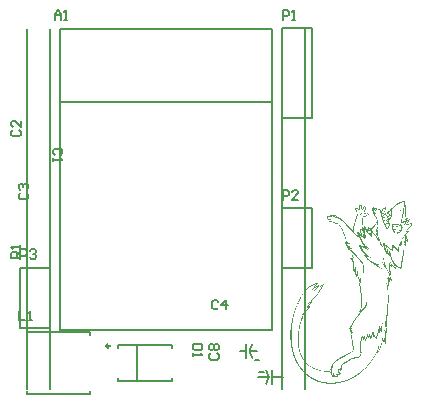
<source format=gto>
G04*
G04 #@! TF.GenerationSoftware,Altium Limited,Altium Designer,21.5.1 (32)*
G04*
G04 Layer_Color=65535*
%FSLAX44Y44*%
%MOMM*%
G71*
G04*
G04 #@! TF.SameCoordinates,CFFA5049-6A77-40B3-9830-C5A858A461FD*
G04*
G04*
G04 #@! TF.FilePolarity,Positive*
G04*
G01*
G75*
%ADD10C,0.1500*%
%ADD11C,0.2500*%
%ADD12C,0.2000*%
G36*
X428328Y159090D02*
X428885D01*
Y158951D01*
X429025D01*
Y158672D01*
X429164D01*
Y158255D01*
X429303Y158255D01*
Y157837D01*
X429442D01*
X429442Y157141D01*
X429581D01*
Y156584D01*
X429721D01*
X429721Y155749D01*
X429860D01*
Y154913D01*
X429999D01*
Y153660D01*
X430138D01*
Y151850D01*
X430277D01*
Y148091D01*
X430138D01*
Y146699D01*
X429999D01*
Y145585D01*
X429860D01*
Y145167D01*
X429721D01*
Y145028D01*
X429581D01*
Y147116D01*
X429721D01*
Y148230D01*
X429581D01*
Y151572D01*
X429442D01*
X429442Y153382D01*
X429303D01*
Y153799D01*
X429164D01*
Y153939D01*
X429025D01*
Y153799D01*
X428885D01*
Y152686D01*
X428746D01*
Y151711D01*
X428607D01*
Y150876D01*
X428468D01*
Y150040D01*
X428328D01*
Y149205D01*
X428189Y149205D01*
Y148509D01*
X428050D01*
Y147952D01*
X427911D01*
Y147256D01*
X427771D01*
Y146699D01*
X427632D01*
X427632Y146003D01*
X427493D01*
Y145446D01*
X427354D01*
Y144889D01*
X427215D01*
Y144332D01*
X427075D01*
X427075Y143775D01*
X426936D01*
Y143218D01*
X426797D01*
Y142801D01*
X426658D01*
Y142243D01*
X426518D01*
Y141687D01*
X426379D01*
Y141130D01*
X426658D01*
Y141269D01*
X426936D01*
Y141408D01*
X427215D01*
Y141547D01*
X427493D01*
Y141687D01*
X428050D01*
Y141826D01*
X428468D01*
Y141965D01*
X429164D01*
Y142104D01*
X429303Y142104D01*
X429442Y142104D01*
X430138D01*
Y142661D01*
X430277D01*
Y143357D01*
X429721D01*
X429721Y143218D01*
X429303D01*
Y143357D01*
X429442D01*
Y143914D01*
X429721D01*
Y144053D01*
X429860D01*
Y144193D01*
X429999D01*
Y144332D01*
X430277D01*
Y144471D01*
X430417D01*
Y144610D01*
X430556D01*
Y144750D01*
X430834D01*
Y144889D01*
X430974D01*
Y145028D01*
X431531D01*
Y144889D01*
X431670D01*
Y144610D01*
X431809D01*
Y144332D01*
X431670D01*
Y144053D01*
X431531D01*
Y143775D01*
X431391D01*
Y143497D01*
X431252D01*
Y143218D01*
X431113D01*
Y143079D01*
X430974D01*
Y142801D01*
X431252D01*
Y142940D01*
X431391Y142940D01*
Y142801D01*
X431531D01*
Y142940D01*
X431670D01*
Y143079D01*
X431809D01*
Y143218D01*
X432227D01*
Y143357D01*
X432505D01*
Y143497D01*
X433201D01*
Y143357D01*
X433340D01*
Y142940D01*
X433201D01*
Y142661D01*
X433062D01*
X433062Y142522D01*
X432923D01*
Y142243D01*
X432784D01*
Y142104D01*
X432644D01*
Y141826D01*
X432505D01*
Y141687D01*
X432366D01*
Y141547D01*
X432227D01*
Y141269D01*
X432088D01*
Y141130D01*
X431948D01*
Y140851D01*
X431809D01*
Y140712D01*
X431670D01*
Y140573D01*
X431531D01*
Y140294D01*
X431391D01*
Y140155D01*
X431252D01*
Y140016D01*
X431113Y140016D01*
Y139877D01*
X430974D01*
Y139737D01*
X431113D01*
Y139598D01*
X431252Y139598D01*
Y139459D01*
X431391D01*
Y139598D01*
X431948D01*
Y139737D01*
X432644D01*
Y139877D01*
X433619D01*
Y140016D01*
X434037D01*
X434176Y140016D01*
X434315Y140016D01*
X434594D01*
X434733Y140016D01*
X434872Y140016D01*
X435290D01*
Y139877D01*
X435429D01*
Y139737D01*
X435568D01*
Y139180D01*
X435429D01*
Y138902D01*
X435290D01*
Y138763D01*
X435150D01*
Y138484D01*
X435011D01*
Y138345D01*
X434872D01*
Y138206D01*
X434733D01*
Y137928D01*
X434594D01*
Y137788D01*
X434454D01*
Y137649D01*
X434315D01*
Y137510D01*
X434176D01*
Y137231D01*
X434037Y137231D01*
Y137092D01*
X433898D01*
Y136953D01*
X433758D01*
Y136814D01*
X433619D01*
Y136674D01*
X433480D01*
Y136396D01*
X433341D01*
X433340Y136257D01*
X433201D01*
Y136117D01*
X433062D01*
X433062Y135978D01*
X432923Y135978D01*
Y135839D01*
X432784Y135839D01*
Y135700D01*
X432644D01*
Y135421D01*
X432505D01*
Y135282D01*
X432366D01*
Y135143D01*
X432227D01*
Y135004D01*
X432088D01*
X432088Y134865D01*
X431948D01*
Y134725D01*
X431809D01*
Y134586D01*
X431670D01*
Y134447D01*
X431531D01*
Y134308D01*
X431391Y134308D01*
Y134029D01*
X431252D01*
Y133751D01*
X431531D01*
Y133890D01*
X431948D01*
Y134029D01*
X432644D01*
Y133890D01*
X432784D01*
Y133333D01*
X432644D01*
Y133194D01*
X432505D01*
Y132915D01*
X432366Y132915D01*
Y132776D01*
X432227D01*
Y132637D01*
X432088D01*
Y132498D01*
X431948D01*
Y132358D01*
X431809D01*
Y132219D01*
X431670D01*
Y132080D01*
X431531D01*
Y131941D01*
X431391Y131941D01*
Y131802D01*
X431252Y131801D01*
Y131662D01*
X431113Y131662D01*
Y131523D01*
X430974D01*
Y131384D01*
X430834D01*
Y131245D01*
X430695D01*
X430695Y131105D01*
X430556Y131105D01*
Y130966D01*
X430417D01*
Y130688D01*
X430277D01*
Y129992D01*
X430417D01*
Y129713D01*
X430556D01*
Y129295D01*
X430695D01*
Y128878D01*
X430834Y128878D01*
Y128321D01*
X430974D01*
Y127903D01*
X431113D01*
Y127346D01*
X431252D01*
Y126929D01*
X431391D01*
Y126511D01*
X431531D01*
Y125954D01*
X431670D01*
Y125536D01*
X431809Y125536D01*
Y125119D01*
X431948D01*
Y124701D01*
X432088D01*
Y124422D01*
X431948D01*
Y124144D01*
X431809D01*
Y124005D01*
X431531D01*
X431391Y124005D01*
Y124144D01*
X431252D01*
Y124283D01*
X431113D01*
Y124422D01*
X430974Y124422D01*
Y124562D01*
X430834D01*
Y124701D01*
X430695D01*
Y124840D01*
X430556D01*
Y124979D01*
X430417D01*
Y124144D01*
X430556D01*
Y123169D01*
X430417D01*
Y123030D01*
X429721D01*
Y123169D01*
X429581D01*
Y122752D01*
X429721D01*
X429721Y122334D01*
X429860D01*
Y121359D01*
X429721Y121359D01*
X429581D01*
Y121220D01*
X429442D01*
Y121359D01*
X429303D01*
X429164Y121359D01*
Y121499D01*
X429025D01*
Y121638D01*
X428885D01*
Y121359D01*
X428746Y121359D01*
Y119550D01*
X428885Y119549D01*
Y118853D01*
X428746D01*
Y117043D01*
X428607D01*
Y115790D01*
X428468D01*
Y114677D01*
X428328D01*
Y113841D01*
X428189D01*
Y113006D01*
X428050D01*
Y112170D01*
X427911D01*
Y111335D01*
X427771D01*
Y110639D01*
X427632D01*
Y109803D01*
X427493Y109803D01*
Y108968D01*
X427354D01*
Y108272D01*
X427215D01*
Y107437D01*
X427075D01*
Y106601D01*
X426936D01*
Y105766D01*
X426797Y105766D01*
Y104791D01*
X426658D01*
Y103817D01*
X426518D01*
Y102842D01*
X426379Y102842D01*
X426379Y102146D01*
X426240Y102146D01*
Y101868D01*
X426101D01*
Y101728D01*
X425961D01*
Y101589D01*
X425265D01*
Y101728D01*
X424987D01*
Y101868D01*
X424708D01*
Y102007D01*
X424430D01*
Y102146D01*
X424291Y102146D01*
X424151D01*
Y102285D01*
X423873D01*
Y102424D01*
X423734D01*
Y102564D01*
X423455D01*
Y102703D01*
X423177D01*
Y102842D01*
X423038D01*
Y102981D01*
X422759D01*
Y103121D01*
X422620D01*
Y103260D01*
X422481Y103260D01*
X422342D01*
Y103399D01*
X422202D01*
Y103538D01*
X422063D01*
Y103678D01*
X421924D01*
Y103817D01*
X421645D01*
Y103956D01*
X421506D01*
Y104095D01*
X421367D01*
Y104234D01*
X421228D01*
Y104374D01*
X421088D01*
Y104513D01*
X420949D01*
X420949Y104652D01*
X420671D01*
Y104513D01*
X420810Y104513D01*
Y104234D01*
X420949D01*
Y103817D01*
X421088D01*
Y103538D01*
X421228D01*
Y103260D01*
X421367D01*
X421367Y102842D01*
X421506D01*
Y102564D01*
X421645D01*
Y102285D01*
X421785D01*
Y102146D01*
X421924D01*
Y101589D01*
X421785D01*
Y101450D01*
X421367D01*
X421367Y101589D01*
X421088D01*
Y101728D01*
X420949D01*
Y101868D01*
X420810D01*
Y102007D01*
X420671D01*
Y102146D01*
X420532D01*
Y102285D01*
X420392D01*
Y102424D01*
X420114D01*
Y102564D01*
X419975D01*
Y102703D01*
X419836D01*
Y102842D01*
X419696D01*
Y102981D01*
X419557D01*
Y103121D01*
X419418D01*
Y103260D01*
X419279D01*
Y103399D01*
X419139Y103399D01*
X419139Y103538D01*
X419000D01*
Y103678D01*
X418861D01*
Y103817D01*
X418722D01*
Y103956D01*
X418582D01*
X418443Y103956D01*
Y103817D01*
X418582D01*
Y103399D01*
X418722Y103399D01*
Y102564D01*
X418443D01*
Y102424D01*
X418304D01*
Y102564D01*
X418026D01*
Y102703D01*
X417886D01*
Y102981D01*
X417747D01*
Y103121D01*
X417608D01*
Y103260D01*
X417469D01*
Y103538D01*
X417329D01*
Y103678D01*
X417190D01*
Y103817D01*
X417051D01*
Y104095D01*
X416912D01*
Y104374D01*
X416772D01*
Y104513D01*
X416633D01*
Y104791D01*
X416494D01*
Y103956D01*
X416633D01*
Y102981D01*
X416772D01*
Y101868D01*
X416912D01*
Y100197D01*
X417051D01*
Y98248D01*
X417190D01*
Y96995D01*
X417329D01*
Y96577D01*
X417469D01*
Y96299D01*
X417329D01*
Y96159D01*
X417190D01*
Y96020D01*
X417051Y96020D01*
X416633D01*
Y96159D01*
X416494D01*
X416494Y95742D01*
X416633D01*
Y95463D01*
X416772D01*
Y95185D01*
X416912D01*
Y94906D01*
X417051D01*
Y94628D01*
X417190D01*
Y94349D01*
X417329D01*
Y93932D01*
X417469D01*
Y93653D01*
X417608D01*
Y93375D01*
X417747D01*
Y93096D01*
X417886D01*
X417886Y92818D01*
X418026D01*
Y92400D01*
X418165D01*
Y91982D01*
X418026D01*
Y91843D01*
X417886D01*
Y91704D01*
X417747Y91704D01*
X417469D01*
Y91843D01*
X417329D01*
Y91982D01*
X417190D01*
Y92122D01*
X417051D01*
Y92261D01*
X416912D01*
Y92400D01*
X416772D01*
Y92539D01*
X416633D01*
Y92679D01*
X416494D01*
Y92818D01*
X416355D01*
Y92957D01*
X416216D01*
Y92539D01*
X416355D01*
Y92122D01*
X416494D01*
Y91565D01*
X416633D01*
Y90729D01*
X416494D01*
X416494Y90590D01*
X416355D01*
Y90451D01*
X416076D01*
Y90590D01*
X415937D01*
Y90729D01*
X415798D01*
Y90869D01*
X415659D01*
Y91008D01*
X415519D01*
Y91147D01*
X415380D01*
Y90869D01*
X415519D01*
Y90590D01*
X415380D01*
Y90451D01*
X415519Y90451D01*
X415519Y88919D01*
X415380D01*
Y87388D01*
X415241D01*
Y86692D01*
X415102D01*
Y86413D01*
X414823D01*
Y86274D01*
X414684D01*
Y86135D01*
X414545D01*
Y85578D01*
X414684D01*
Y84743D01*
X414823D01*
Y83768D01*
X414963Y83768D01*
Y82654D01*
X415102Y82654D01*
Y81401D01*
X415241D01*
Y79173D01*
X415380D01*
Y72769D01*
X415241D01*
Y69428D01*
X415102D01*
Y67061D01*
X414963D01*
Y65390D01*
X414823D01*
Y63858D01*
X414684D01*
Y62605D01*
X414545D01*
Y61492D01*
X414406D01*
Y60517D01*
X414266D01*
Y59542D01*
X414127D01*
Y56619D01*
X414266D01*
Y55087D01*
X414406D01*
Y53973D01*
X414266Y53973D01*
Y53834D01*
X413849D01*
Y53695D01*
X413709D01*
Y53277D01*
X413849D01*
Y52860D01*
X413988D01*
Y52720D01*
X413849D01*
Y52442D01*
X413709D01*
Y52303D01*
X413570D01*
Y52163D01*
X413431D01*
Y51606D01*
X413570D01*
Y51189D01*
X413709D01*
Y50493D01*
X413849D01*
Y49657D01*
X413988D01*
Y48683D01*
X414127D01*
Y47151D01*
X413988Y47151D01*
Y47012D01*
X413849D01*
Y46873D01*
X413570D01*
Y47012D01*
X413431Y47012D01*
X413292D01*
Y46873D01*
X413153D01*
Y46733D01*
X413292D01*
Y45759D01*
X413431D01*
Y41025D01*
X413292D01*
Y39494D01*
X413153D01*
Y38519D01*
X413013D01*
Y38380D01*
X412874D01*
X412874Y38241D01*
X412317D01*
Y38380D01*
X412178Y38380D01*
X412178Y39076D01*
X412039D01*
Y39633D01*
X411760D01*
Y39494D01*
X411203D01*
Y39633D01*
X411064D01*
Y39911D01*
X410925D01*
Y40190D01*
X410786D01*
Y40608D01*
X410647D01*
X410647Y40886D01*
X410507D01*
Y41025D01*
X410368D01*
X410368Y40329D01*
X410229D01*
Y39494D01*
X410090D01*
Y38798D01*
X409950D01*
Y38241D01*
X409811D01*
Y37684D01*
X409672D01*
Y37266D01*
X409533D01*
Y36848D01*
X409393D01*
Y36431D01*
X409254D01*
X409254Y36013D01*
X409115D01*
Y35595D01*
X408976D01*
Y35317D01*
X408837D01*
Y34899D01*
X408697Y34899D01*
Y34621D01*
X408558D01*
Y34203D01*
X408419Y34203D01*
Y33925D01*
X408280D01*
Y33646D01*
X408140D01*
Y33368D01*
X408001D01*
X408001Y33089D01*
X407862D01*
Y32811D01*
X407723D01*
Y32532D01*
X407584D01*
Y32254D01*
X407444D01*
Y31975D01*
X407305D01*
Y31697D01*
X407166D01*
Y31418D01*
X407027D01*
Y31140D01*
X406887D01*
Y31001D01*
X406748D01*
Y30722D01*
X406609D01*
Y30444D01*
X406470D01*
X406470Y30305D01*
X406330D01*
Y30166D01*
X405913D01*
Y30305D01*
X405774D01*
Y30444D01*
X405634D01*
Y30722D01*
X405774D01*
Y31697D01*
X405634D01*
Y31418D01*
X405495Y31418D01*
X405495Y31140D01*
X405356D01*
Y30862D01*
X405217D01*
Y30583D01*
X405077D01*
Y30305D01*
X404938D01*
X404938Y30026D01*
X404799D01*
Y29748D01*
X404660Y29748D01*
Y29469D01*
X404520D01*
Y29191D01*
X404381D01*
Y28912D01*
X404242D01*
Y28634D01*
X404103D01*
Y28356D01*
X403964D01*
Y28077D01*
X403824D01*
Y27799D01*
X403685D01*
X403685Y27659D01*
X403546D01*
Y27381D01*
X403407D01*
Y27102D01*
X403267D01*
Y26824D01*
X403128D01*
Y26685D01*
X402989D01*
Y26406D01*
X402850D01*
X402850Y26128D01*
X402710D01*
Y25989D01*
X402571D01*
Y25710D01*
X402432D01*
Y25571D01*
X402293D01*
X402293Y25292D01*
X402154D01*
Y25153D01*
X402014D01*
Y24875D01*
X401875D01*
Y24736D01*
X401736D01*
Y24457D01*
X401597D01*
Y24318D01*
X401457D01*
Y24039D01*
X401318D01*
X401318Y23900D01*
X401179D01*
Y23622D01*
X401040D01*
Y23483D01*
X400900D01*
Y23204D01*
X400761D01*
Y23065D01*
X400622D01*
X400622Y22786D01*
X400483D01*
Y22647D01*
X400344D01*
Y22508D01*
X400204D01*
Y22229D01*
X400065D01*
Y22090D01*
X399926Y22090D01*
X399926Y21951D01*
X399787D01*
Y21673D01*
X399647D01*
Y21533D01*
X399508D01*
Y21394D01*
X399369D01*
Y21116D01*
X399230Y21116D01*
Y20977D01*
X399091D01*
Y20837D01*
X398951D01*
Y20698D01*
X398812D01*
Y20419D01*
X398673D01*
Y20280D01*
X398534D01*
Y20141D01*
X398395D01*
Y20002D01*
X398255Y20002D01*
Y19863D01*
X398116Y19863D01*
Y19584D01*
X397977D01*
X397977Y19445D01*
X397838D01*
Y19306D01*
X397698D01*
Y19167D01*
X397559D01*
Y19027D01*
X397420D01*
X397420Y18888D01*
X397281D01*
Y18610D01*
X397141D01*
Y18470D01*
X397002D01*
X397002Y18331D01*
X396863D01*
Y18192D01*
X396724D01*
Y18053D01*
X396585D01*
Y17914D01*
X396445D01*
X396445Y17774D01*
X396306D01*
Y17635D01*
X396167Y17635D01*
Y17496D01*
X396028D01*
Y17357D01*
X395888D01*
Y17217D01*
X395749D01*
Y17078D01*
X395610Y17078D01*
Y16939D01*
X395471D01*
Y16800D01*
X395331D01*
Y16660D01*
X395192D01*
Y16521D01*
X395053D01*
Y16382D01*
X394914D01*
X394914Y16243D01*
X394775D01*
Y16104D01*
X394635D01*
X394635Y15964D01*
X394496D01*
Y15825D01*
X394357Y15825D01*
Y15686D01*
X394218D01*
Y15547D01*
X394078D01*
Y15407D01*
X393939D01*
Y15268D01*
X393800D01*
Y15129D01*
X393661Y15129D01*
Y14990D01*
X393521D01*
Y14850D01*
X393382D01*
X393382Y14711D01*
X393104D01*
X393104Y14572D01*
X392965D01*
Y14433D01*
X392825D01*
Y14294D01*
X392686D01*
Y14154D01*
X392547D01*
X392547Y14015D01*
X392268D01*
Y13876D01*
X392129D01*
Y13737D01*
X391990D01*
Y13597D01*
X391851D01*
Y13458D01*
X391712D01*
Y13319D01*
X391433D01*
Y13180D01*
X391294D01*
Y13040D01*
X391155D01*
Y12901D01*
X390876D01*
Y12762D01*
X390737D01*
X390737Y12623D01*
X390598D01*
Y12484D01*
X390319D01*
Y12344D01*
X390180D01*
X390180Y12205D01*
X390041D01*
X390041Y12066D01*
X389902D01*
X389762Y12066D01*
Y11927D01*
X389623D01*
Y11788D01*
X389484D01*
X389345Y11788D01*
Y11648D01*
X389206D01*
Y11509D01*
X389066Y11509D01*
X388927Y11509D01*
Y11370D01*
X388788D01*
Y11230D01*
X388509D01*
Y11091D01*
X388370D01*
Y10952D01*
X388092D01*
Y10813D01*
X387952D01*
Y10674D01*
X387674D01*
Y10534D01*
X387535D01*
Y10395D01*
X387256D01*
Y10256D01*
X387117Y10256D01*
X386978Y10256D01*
Y10117D01*
X386839D01*
Y9977D01*
X386560D01*
Y9838D01*
X386282D01*
Y9699D01*
X386003D01*
Y9560D01*
X385864D01*
Y9421D01*
X385586D01*
Y9281D01*
X385307D01*
Y9142D01*
X385029D01*
Y9003D01*
X384750D01*
Y8864D01*
X384472D01*
Y8724D01*
X384193D01*
Y8585D01*
X383915D01*
Y8446D01*
X383636D01*
Y8307D01*
X383358D01*
Y8167D01*
X383079D01*
Y8028D01*
X382801D01*
Y7889D01*
X382662D01*
X382523Y7889D01*
Y7750D01*
X382105D01*
Y7611D01*
X381826D01*
Y7471D01*
X381548D01*
Y7332D01*
X381130D01*
Y7193D01*
X380852D01*
Y7054D01*
X380713Y7054D01*
X380434D01*
Y6914D01*
X380156D01*
X380156Y6775D01*
X379738D01*
Y6636D01*
X379599D01*
X379459Y6636D01*
X379320Y6636D01*
Y6497D01*
X378903D01*
Y6358D01*
X378485D01*
Y6218D01*
X378067D01*
Y6079D01*
X377650D01*
Y5940D01*
X377232D01*
Y5801D01*
X376675D01*
Y5661D01*
X376257D01*
Y5522D01*
X375700D01*
Y5383D01*
X375561Y5383D01*
X375283D01*
X375144Y5383D01*
Y5244D01*
X374587D01*
Y5105D01*
X374030D01*
Y4965D01*
X373334D01*
Y4826D01*
X373194Y4826D01*
X373055Y4826D01*
X372637D01*
Y4687D01*
X371663D01*
Y4548D01*
X370688D01*
Y4408D01*
X369435D01*
Y4269D01*
X369296D01*
X369157Y4269D01*
X369017Y4269D01*
X368878D01*
X368739Y4269D01*
X368600D01*
X368461Y4269D01*
X367486D01*
X367347Y4269D01*
X367207D01*
X367068Y4269D01*
X366929D01*
X366790Y4269D01*
X366651Y4269D01*
X366511Y4269D01*
X366372Y4269D01*
X366233Y4269D01*
X366094Y4269D01*
X365955Y4269D01*
X365815Y4269D01*
X365676D01*
X365537Y4269D01*
X365397Y4269D01*
X365258D01*
X365119Y4269D01*
X364980D01*
X364841Y4269D01*
X364701Y4269D01*
X364562Y4269D01*
X363866D01*
X363727Y4269D01*
X363588Y4269D01*
Y4408D01*
X362335D01*
Y4548D01*
X361360D01*
Y4687D01*
X360525D01*
Y4826D01*
X360246D01*
X360107Y4826D01*
X359968Y4826D01*
X359828Y4826D01*
Y4965D01*
X359132D01*
Y5105D01*
X358575D01*
Y5244D01*
X358158D01*
Y5383D01*
X358018Y5383D01*
X357601D01*
Y5522D01*
X357183D01*
Y5661D01*
X356766D01*
X356626Y5662D01*
Y5801D01*
X356209D01*
Y5940D01*
X355791D01*
Y6079D01*
X355512D01*
Y6218D01*
X355095D01*
Y6358D01*
X354677D01*
Y6497D01*
X354399D01*
Y6636D01*
X354259Y6636D01*
X354120Y6636D01*
X353981Y6636D01*
Y6775D01*
X353703D01*
Y6914D01*
X353424D01*
Y7054D01*
X353146D01*
Y7193D01*
X352867D01*
Y7332D01*
X352449D01*
Y7471D01*
X352310Y7471D01*
X352171D01*
Y7611D01*
X351893D01*
Y7750D01*
X351753D01*
Y7889D01*
X351614Y7889D01*
X351475D01*
Y8028D01*
X351196D01*
Y8167D01*
X350918D01*
Y8307D01*
X350639D01*
Y8446D01*
X350500Y8446D01*
X350361D01*
Y8585D01*
X350222D01*
Y8724D01*
X349943D01*
Y8864D01*
X349665D01*
Y9003D01*
X349526D01*
Y9142D01*
X349247D01*
X349247Y9281D01*
X349108D01*
Y9421D01*
X348829D01*
Y9560D01*
X348690D01*
Y9699D01*
X348412D01*
Y9838D01*
X348273D01*
Y9977D01*
X347994D01*
Y10117D01*
X347855D01*
Y10256D01*
X347716Y10256D01*
Y10395D01*
X347437D01*
X347437Y10534D01*
X347298D01*
Y10674D01*
X347159D01*
Y10813D01*
X346880D01*
Y10952D01*
X346741D01*
Y11091D01*
X346602D01*
Y11230D01*
X346323D01*
Y11370D01*
X346184D01*
Y11509D01*
X346045Y11509D01*
Y11648D01*
X345906D01*
Y11788D01*
X345766D01*
Y11927D01*
X345488D01*
Y12066D01*
X345349Y12066D01*
Y12205D01*
X345210D01*
Y12344D01*
X345070D01*
Y12484D01*
X344931D01*
Y12623D01*
X344792D01*
Y12762D01*
X344653D01*
Y12901D01*
X344514D01*
Y13040D01*
X344374D01*
Y13180D01*
X344235D01*
Y13319D01*
X344096D01*
Y13458D01*
X343957D01*
Y13597D01*
X343817D01*
Y13737D01*
X343678D01*
Y13876D01*
X343539D01*
Y14015D01*
X343400D01*
Y14154D01*
X343260D01*
Y14294D01*
X343121D01*
X343121Y14433D01*
X342982D01*
Y14572D01*
X342843D01*
Y14711D01*
X342704D01*
Y14850D01*
X342564D01*
Y14990D01*
X342425D01*
Y15129D01*
X342286D01*
Y15268D01*
X342147D01*
Y15407D01*
X342007D01*
X342007Y15686D01*
X341868Y15686D01*
Y15825D01*
X341729D01*
X341729Y15964D01*
X341590D01*
Y16104D01*
X341450D01*
Y16243D01*
X341311D01*
Y16521D01*
X341172D01*
Y16660D01*
X341033D01*
Y16800D01*
X340894D01*
Y16939D01*
X340754D01*
Y17217D01*
X340615Y17217D01*
Y17357D01*
X340476D01*
Y17496D01*
X340337D01*
Y17774D01*
X340197D01*
Y17914D01*
X340058D01*
Y18192D01*
X339919D01*
Y18331D01*
X339780D01*
Y18470D01*
X339641D01*
Y18749D01*
X339501D01*
Y18888D01*
X339362D01*
X339362Y19167D01*
X339223D01*
X339223Y19306D01*
X339084D01*
Y19584D01*
X338944D01*
X338944Y19863D01*
X338805Y19863D01*
Y20002D01*
X338666D01*
Y20280D01*
X338527D01*
Y20419D01*
X338387D01*
X338387Y20698D01*
X338248D01*
Y20977D01*
X338109D01*
Y21116D01*
X337970D01*
Y21394D01*
X337831D01*
Y21673D01*
X337691D01*
Y21951D01*
X337552Y21951D01*
Y22229D01*
X337413D01*
Y22508D01*
X337274D01*
Y22786D01*
X337134D01*
X337134Y23065D01*
X336995D01*
Y23343D01*
X336856D01*
Y23622D01*
X336717D01*
Y23900D01*
X336577D01*
Y24179D01*
X336438D01*
Y24457D01*
X336299D01*
Y24736D01*
X336160Y24736D01*
Y25153D01*
X336021D01*
Y25432D01*
X335881D01*
Y25710D01*
X335742D01*
Y26128D01*
X335603D01*
X335603Y26406D01*
X335464D01*
Y26824D01*
X335324D01*
Y27102D01*
X335185D01*
Y27520D01*
X335046D01*
Y27938D01*
X334907D01*
Y28356D01*
X334768D01*
Y28773D01*
X334628D01*
Y29191D01*
X334489D01*
Y29609D01*
X334350D01*
Y30026D01*
X334211D01*
Y30583D01*
X334071D01*
Y31001D01*
X333932D01*
Y31558D01*
X333793D01*
Y32115D01*
X333654D01*
Y32672D01*
X333515Y32671D01*
Y33368D01*
X333375D01*
Y33925D01*
X333236D01*
Y34621D01*
X333097D01*
Y35456D01*
X332958D01*
Y36291D01*
X332818D01*
Y37127D01*
X332679D01*
Y38241D01*
X332540D01*
Y39494D01*
X332401D01*
Y41304D01*
X332261D01*
Y50075D01*
X332401D01*
Y50493D01*
X332262Y50493D01*
X332261Y50910D01*
X332401D01*
Y51189D01*
X332540D01*
Y51328D01*
X332401D01*
Y51467D01*
X332540D01*
Y51606D01*
X332401D01*
Y52163D01*
X332540D01*
Y53138D01*
X332679D01*
Y53695D01*
X332818D01*
Y54391D01*
X332958Y54391D01*
X333097D01*
Y56062D01*
X333375D01*
Y57454D01*
X333654D01*
Y58846D01*
X333932D01*
Y59960D01*
X334211D01*
Y61074D01*
X334489D01*
Y62188D01*
X334768D01*
Y63302D01*
X335046D01*
Y64137D01*
X335185Y64137D01*
X335324D01*
Y64972D01*
X335603D01*
Y65808D01*
X335881D01*
Y66643D01*
X336160D01*
Y67478D01*
X336438D01*
Y68314D01*
X336577Y68314D01*
X336717D01*
Y69149D01*
X336995D01*
Y69706D01*
X337274D01*
Y70541D01*
X337552D01*
Y71377D01*
X337691D01*
Y71516D01*
X337831D01*
Y71934D01*
X337970D01*
Y72073D01*
X338109D01*
X338109Y72491D01*
X338248D01*
X338248Y72630D01*
X338387D01*
X338387Y73047D01*
X338527D01*
Y73187D01*
X338666D01*
Y73604D01*
X338805D01*
Y73744D01*
X338944D01*
X338944Y74161D01*
X339084D01*
Y74300D01*
X339223D01*
Y74718D01*
X339362D01*
X339362Y74858D01*
X339501D01*
Y75275D01*
X339641D01*
Y75414D01*
X339780D01*
Y75832D01*
X339919D01*
Y75971D01*
X340058D01*
Y76389D01*
X340197D01*
Y76528D01*
X340337D01*
Y76946D01*
X340476D01*
Y77085D01*
X340615D01*
Y77364D01*
X340754D01*
Y77503D01*
X340894D01*
Y77920D01*
X341033D01*
Y78060D01*
X341172D01*
Y78477D01*
X341311D01*
Y78338D01*
X341450D01*
Y78895D01*
X341729D01*
X341729Y79173D01*
X342007D01*
X342007Y78895D01*
X341868D01*
Y78617D01*
X341729D01*
Y78338D01*
X341590D01*
Y78060D01*
X341450D01*
Y77781D01*
X341311D01*
Y77364D01*
X341172D01*
Y76946D01*
X341033Y76946D01*
Y76667D01*
X340894Y76667D01*
Y76250D01*
X340754D01*
Y75832D01*
X340615D01*
Y75414D01*
X340476D01*
X340476Y74997D01*
X340337D01*
Y74858D01*
X340197D01*
Y74579D01*
X340058D01*
Y74300D01*
X339919D01*
Y73883D01*
X339780D01*
Y73744D01*
X339919D01*
Y73604D01*
X339780D01*
Y73326D01*
X339641D01*
Y72908D01*
X339501D01*
Y72630D01*
X339362D01*
Y72351D01*
X339223D01*
X339223Y71794D01*
X339084D01*
Y71516D01*
X338944D01*
Y72212D01*
X339084D01*
Y72491D01*
X339223D01*
Y73047D01*
X339362D01*
X339362Y73604D01*
X339501D01*
Y73744D01*
X339641D01*
Y74300D01*
X339780D01*
Y74579D01*
X339501D01*
Y74300D01*
X339362D01*
Y74022D01*
X339223D01*
Y73744D01*
X339084D01*
Y73465D01*
X338944D01*
Y73047D01*
X338805D01*
Y72769D01*
X338666D01*
Y72351D01*
X338527D01*
Y72073D01*
X338387D01*
X338387Y71655D01*
X338248D01*
Y71238D01*
X338109D01*
X338109Y70820D01*
X337970D01*
Y70541D01*
X337831D01*
Y70124D01*
X337691D01*
Y69706D01*
X337552D01*
Y69288D01*
X337413D01*
Y68871D01*
X337274D01*
Y68453D01*
X337134D01*
X337134Y68035D01*
X336995D01*
Y67757D01*
X336856Y67757D01*
Y67339D01*
X336717D01*
Y66782D01*
X336577D01*
Y66365D01*
X336438D01*
Y65947D01*
X336299D01*
Y65529D01*
X336160D01*
Y64972D01*
X336021D01*
Y64555D01*
X335881D01*
Y63998D01*
X335742D01*
Y63580D01*
X335603D01*
Y63023D01*
X335464D01*
Y62466D01*
X335324D01*
Y61909D01*
X335185D01*
Y61352D01*
X335046D01*
Y60795D01*
X334907D01*
Y60099D01*
X334768D01*
X334768Y59542D01*
X334628D01*
X334628Y58846D01*
X334489D01*
Y58150D01*
X334350D01*
Y57036D01*
X334211D01*
Y56062D01*
X334071D01*
Y55366D01*
X333932Y55366D01*
Y54948D01*
X333793D01*
Y53695D01*
X333654D01*
Y52442D01*
X333515D01*
Y51050D01*
X333375D01*
Y49240D01*
X333236D01*
Y41304D01*
X333375D01*
Y39633D01*
X333515D01*
X333515Y38380D01*
X333654D01*
Y37266D01*
X333793D01*
Y36291D01*
X333932D01*
Y35456D01*
X334071D01*
X334071Y34760D01*
X334211D01*
Y34064D01*
X334350D01*
Y33368D01*
X334489D01*
Y32811D01*
X334628D01*
Y32115D01*
X334768D01*
X334768Y31697D01*
X334907D01*
Y31140D01*
X335046D01*
X335046Y30583D01*
X335185Y30583D01*
Y30166D01*
X335324D01*
Y29748D01*
X335464D01*
Y29330D01*
X335603D01*
Y28773D01*
X335742D01*
Y28356D01*
X335881D01*
X335881Y28077D01*
X336021D01*
Y27659D01*
X336160D01*
Y27242D01*
X336299D01*
Y26963D01*
X336438D01*
Y26546D01*
X336577D01*
Y26267D01*
X336717D01*
Y25849D01*
X336856D01*
Y25571D01*
X336995Y25571D01*
Y25153D01*
X337134D01*
Y24875D01*
X337274D01*
Y24596D01*
X337413D01*
Y24318D01*
X337552Y24318D01*
Y24039D01*
X337691D01*
Y23761D01*
X337831D01*
Y23483D01*
X337970D01*
Y23204D01*
X338109D01*
X338109Y22926D01*
X338248D01*
X338248Y22647D01*
X338387D01*
X338387Y22369D01*
X338527D01*
Y22090D01*
X338666Y22090D01*
Y21812D01*
X338805D01*
Y21673D01*
X338944D01*
Y21394D01*
X339084D01*
Y21116D01*
X339223D01*
Y20837D01*
X339362D01*
Y20698D01*
X339501D01*
X339501Y20419D01*
X339641D01*
Y20280D01*
X339780D01*
Y20002D01*
X339919D01*
Y19723D01*
X340058D01*
Y19584D01*
X340197D01*
Y19306D01*
X340337D01*
Y19167D01*
X340476D01*
Y19027D01*
X340615D01*
Y18749D01*
X340754D01*
Y18610D01*
X340894D01*
Y18331D01*
X341033Y18331D01*
Y18192D01*
X341172D01*
Y18053D01*
X341311D01*
Y17774D01*
X341450D01*
Y17635D01*
X341590D01*
Y17496D01*
X341729D01*
Y17217D01*
X341868D01*
Y17078D01*
X342007D01*
Y16939D01*
X342147Y16939D01*
Y16800D01*
X342286D01*
Y16521D01*
X342425D01*
Y16382D01*
X342564Y16382D01*
Y16243D01*
X342704D01*
Y16104D01*
X342843D01*
Y15964D01*
X342982D01*
X342982Y15825D01*
X343121D01*
X343121Y15547D01*
X343260D01*
Y15407D01*
X343400D01*
Y15268D01*
X343539D01*
Y15129D01*
X343678Y15129D01*
Y14990D01*
X343817D01*
Y14850D01*
X343957D01*
Y14711D01*
X344096D01*
Y14572D01*
X344235D01*
Y14433D01*
X344374D01*
X344374Y14294D01*
X344514D01*
Y14154D01*
X344653D01*
Y14015D01*
X344792Y14015D01*
Y13876D01*
X344931D01*
Y13737D01*
X345070D01*
Y13597D01*
X345210D01*
Y13458D01*
X345349D01*
Y13319D01*
X345488D01*
Y13180D01*
X345627D01*
Y13040D01*
X345906D01*
Y12901D01*
X346045D01*
Y12762D01*
X346184Y12762D01*
Y12623D01*
X346323D01*
Y12484D01*
X346463D01*
Y12344D01*
X346602D01*
Y12205D01*
X346880D01*
X346880Y12066D01*
X347020D01*
Y11927D01*
X347159D01*
Y11788D01*
X347298D01*
Y11648D01*
X347576D01*
Y11509D01*
X347716Y11509D01*
Y11370D01*
X347855D01*
Y11230D01*
X348133D01*
Y11091D01*
X348273D01*
Y10952D01*
X348412D01*
Y10813D01*
X348690D01*
Y10674D01*
X348829Y10674D01*
Y10534D01*
X348969Y10534D01*
X349108D01*
Y10395D01*
X349247D01*
Y10256D01*
X349386Y10256D01*
X349526D01*
Y10117D01*
X349665D01*
Y9977D01*
X349943D01*
Y9838D01*
X350083D01*
Y9699D01*
X350361D01*
Y9560D01*
X350639D01*
Y9421D01*
X350779D01*
Y9281D01*
X351057D01*
Y9142D01*
X351336D01*
Y9003D01*
X351614D01*
Y8864D01*
X351893D01*
Y8724D01*
X352032D01*
Y8585D01*
X352310D01*
Y8446D01*
X352449Y8446D01*
X352589D01*
Y8307D01*
X352867D01*
Y8167D01*
X353146D01*
Y8028D01*
X353563D01*
Y7889D01*
X353703D01*
X353842Y7889D01*
Y7750D01*
X354120D01*
Y7611D01*
X354399D01*
X354399Y7471D01*
X354816D01*
Y7332D01*
X355095D01*
Y7193D01*
X355512D01*
Y7054D01*
X355930D01*
Y6914D01*
X356208D01*
X356209Y6775D01*
X356626D01*
Y6636D01*
X356766Y6636D01*
X357183D01*
Y6497D01*
X357601D01*
Y6358D01*
X358018D01*
X358018Y6218D01*
X358575D01*
X358575Y6079D01*
X358993D01*
Y5940D01*
X359828D01*
Y5801D01*
X360525D01*
Y5661D01*
X361221D01*
Y5522D01*
X362195D01*
Y5383D01*
X362892D01*
X363031Y5383D01*
X363170Y5383D01*
X363448D01*
Y5244D01*
X366233D01*
Y5105D01*
X367068D01*
Y5244D01*
X369714D01*
Y5383D01*
X370131D01*
X370271Y5383D01*
X370410Y5383D01*
X371106D01*
Y5522D01*
X372080D01*
Y5661D01*
X372916D01*
Y5801D01*
X373612D01*
Y5940D01*
X374308D01*
Y6079D01*
X374865D01*
Y6218D01*
X375422D01*
Y6358D01*
X375979D01*
Y6497D01*
X376536D01*
Y6636D01*
X376675D01*
X376814Y6636D01*
X376953Y6636D01*
Y6775D01*
X377510D01*
Y6914D01*
X377928D01*
Y7054D01*
X378346D01*
Y7193D01*
X378763D01*
Y7332D01*
X379181D01*
Y7471D01*
X379599D01*
Y7611D01*
X380017D01*
Y7750D01*
X380295D01*
Y7889D01*
X380434Y7889D01*
X380573Y7889D01*
X380713Y7889D01*
Y8028D01*
X380991D01*
Y8167D01*
X381409D01*
Y8307D01*
X381687D01*
Y8446D01*
X381826Y8446D01*
X381966Y8446D01*
X382105D01*
Y8585D01*
X382383D01*
Y8724D01*
X382662D01*
Y8864D01*
X382940D01*
Y9003D01*
X383219D01*
Y9142D01*
X383636D01*
Y9281D01*
X383915D01*
Y9421D01*
X384193D01*
Y9560D01*
X384472D01*
Y9699D01*
X384750D01*
Y9838D01*
X384889D01*
Y9977D01*
X385168D01*
Y10117D01*
X385446D01*
Y10256D01*
X385586Y10256D01*
X385725D01*
Y10395D01*
X386003D01*
Y10534D01*
X386282D01*
Y10674D01*
X386421D01*
Y10813D01*
X386699D01*
Y10952D01*
X386978D01*
Y11091D01*
X387117D01*
Y11230D01*
X387396D01*
Y11370D01*
X387674D01*
Y11509D01*
X387813D01*
Y11648D01*
X388092D01*
Y11788D01*
X388231D01*
Y11927D01*
X388509D01*
Y12066D01*
X388648Y12066D01*
X388648Y12205D01*
X388927D01*
X388927Y12344D01*
X389066D01*
Y12484D01*
X389345D01*
Y12623D01*
X389484D01*
X389484Y12762D01*
X389623D01*
X389762Y12762D01*
Y12901D01*
X389902D01*
Y13040D01*
X390180D01*
Y13180D01*
X390319D01*
Y13319D01*
X390458D01*
Y13458D01*
X390737D01*
Y13597D01*
X390876D01*
Y13737D01*
X391015D01*
Y13876D01*
X391294D01*
Y14015D01*
X391433Y14015D01*
Y14154D01*
X391572D01*
Y14294D01*
X391712D01*
Y14433D01*
X391990D01*
Y14572D01*
X392129D01*
Y14711D01*
X392268D01*
Y14850D01*
X392408D01*
Y14990D01*
X392547D01*
Y15129D01*
X392686Y15129D01*
X392825Y15129D01*
Y15268D01*
X392965D01*
Y15407D01*
X393104Y15407D01*
Y15547D01*
X393243D01*
Y15686D01*
X393382Y15686D01*
Y15825D01*
X393521D01*
Y15964D01*
X393800D01*
X393800Y16104D01*
X393939D01*
Y16243D01*
X394078D01*
Y16382D01*
X394218Y16382D01*
Y16521D01*
X394357D01*
Y16660D01*
X394496D01*
Y16800D01*
X394635D01*
Y16939D01*
X394775Y16939D01*
Y17078D01*
X394914D01*
X394914Y17217D01*
X395053D01*
Y17357D01*
X395192D01*
Y17496D01*
X395331D01*
Y17635D01*
X395471D01*
Y17774D01*
X395610D01*
Y17914D01*
X395749D01*
Y18053D01*
X395888D01*
Y18192D01*
X396028D01*
Y18331D01*
X396167D01*
X396167Y18470D01*
X396306Y18470D01*
Y18610D01*
X396445D01*
Y18749D01*
X396585D01*
Y18888D01*
X396724D01*
Y19027D01*
X396863D01*
Y19167D01*
X397002D01*
X397002Y19445D01*
X397141D01*
Y19584D01*
X397281D01*
Y19723D01*
X397420D01*
Y19863D01*
X397559D01*
Y20002D01*
X397698D01*
Y20141D01*
X397838D01*
Y20280D01*
X397977D01*
Y20559D01*
X398116D01*
Y20698D01*
X398255Y20698D01*
Y20837D01*
X398395D01*
Y20977D01*
X398534D01*
Y21116D01*
X398673Y21116D01*
Y21394D01*
X398812D01*
Y21533D01*
X398951D01*
Y21673D01*
X399091D01*
Y21812D01*
X399230D01*
Y22090D01*
X399369Y22090D01*
Y22229D01*
X399508D01*
Y22369D01*
X399647D01*
Y22508D01*
X399787D01*
Y22786D01*
X399926D01*
Y22926D01*
X400065D01*
Y23065D01*
X400204D01*
Y23343D01*
X400344D01*
Y23483D01*
X400483D01*
Y23622D01*
X400622D01*
Y23900D01*
X400761D01*
Y24039D01*
X400900D01*
Y24318D01*
X401040D01*
Y24457D01*
X401179D01*
Y24596D01*
X401318D01*
Y24875D01*
X401457D01*
Y25014D01*
X401597D01*
Y25292D01*
X401736D01*
Y25432D01*
X401875D01*
Y25710D01*
X402014D01*
Y25849D01*
X402154D01*
Y26128D01*
X402293D01*
X402293Y26267D01*
X402432D01*
Y26546D01*
X402571D01*
Y26685D01*
X402710D01*
Y26963D01*
X402850D01*
Y27242D01*
X402989D01*
Y27381D01*
X403128D01*
Y27659D01*
X403267D01*
Y27938D01*
X403407D01*
Y28077D01*
X403546D01*
Y28356D01*
X403685Y28356D01*
Y28634D01*
X403824D01*
Y28773D01*
X403964D01*
Y29052D01*
X404103D01*
Y29330D01*
X404242D01*
Y29609D01*
X404381D01*
Y29887D01*
X404520D01*
Y30166D01*
X404660D01*
X404660Y30444D01*
X404799D01*
Y30722D01*
X404938D01*
Y31001D01*
X405077D01*
Y31279D01*
X405217Y31279D01*
X405217Y31558D01*
X405356D01*
Y31836D01*
X405495D01*
Y32115D01*
X405634D01*
Y32532D01*
X405774D01*
Y32811D01*
X405913D01*
Y33089D01*
X406052D01*
Y33507D01*
X406191D01*
Y33925D01*
X406330D01*
Y34342D01*
X406470D01*
X406470Y34760D01*
X406609D01*
Y35317D01*
X406748D01*
Y36013D01*
X406887D01*
Y35874D01*
X407166D01*
Y35317D01*
X407027D01*
Y34203D01*
X406887Y34203D01*
Y33368D01*
X406748D01*
X406748Y32393D01*
X406887D01*
Y32672D01*
X407166D01*
Y32950D01*
X407305Y32950D01*
Y33228D01*
X407444D01*
Y33507D01*
X407584D01*
Y33785D01*
X407723D01*
Y34203D01*
X407862D01*
Y34621D01*
X408001D01*
X408001Y34760D01*
X408140D01*
Y35038D01*
X408280D01*
Y35456D01*
X408419D01*
Y35735D01*
X408558Y35735D01*
X408558Y36152D01*
X408697Y36152D01*
Y36570D01*
X408837D01*
Y36848D01*
X408976D01*
Y37266D01*
X409115D01*
X409115Y37684D01*
X409254D01*
X409254Y38241D01*
X409393D01*
Y38658D01*
X409533Y38658D01*
Y39215D01*
X409672D01*
Y39772D01*
X409811D01*
Y40468D01*
X409950D01*
Y41443D01*
X410090D01*
Y42696D01*
X410229D01*
Y42974D01*
X410368Y42974D01*
Y42696D01*
X410507D01*
Y42417D01*
X410647D01*
Y42139D01*
X410786D01*
Y42000D01*
X410925D01*
Y41721D01*
X411064D01*
Y41443D01*
X411343D01*
Y41721D01*
X411482D01*
Y42278D01*
X411343D01*
Y43810D01*
X411482D01*
Y43671D01*
X411621D01*
Y43531D01*
X411760D01*
Y43114D01*
X411899D01*
Y42696D01*
X412039D01*
Y42278D01*
X412178D01*
X412178Y42000D01*
X412317Y42000D01*
Y41860D01*
X412596D01*
Y46177D01*
X412456D01*
Y47290D01*
X412317D01*
Y47987D01*
X412178D01*
Y48544D01*
X412039Y48544D01*
Y48961D01*
X411900D01*
X411899Y49379D01*
X411760D01*
Y49936D01*
X411621Y49936D01*
X411621Y50353D01*
X411760D01*
Y50214D01*
X411900D01*
X411899Y50075D01*
X412039D01*
Y49936D01*
X412178Y49936D01*
Y49797D01*
X412317D01*
Y49657D01*
X412456D01*
Y49379D01*
X412596D01*
Y49240D01*
X412735D01*
Y49100D01*
X412874D01*
Y48961D01*
X413013D01*
Y48822D01*
X413292D01*
Y50075D01*
X413153D01*
Y50910D01*
X413013D01*
Y51606D01*
X412874D01*
Y52303D01*
X412735Y52303D01*
Y52999D01*
X412596D01*
Y53556D01*
X412456D01*
Y53973D01*
X412317D01*
Y54252D01*
X412735D01*
Y55366D01*
X412596D01*
Y57454D01*
X412735D01*
Y57315D01*
X412874D01*
Y57036D01*
X413013D01*
Y56897D01*
X413431D01*
Y57454D01*
X413292D01*
Y58846D01*
X413431D01*
Y60656D01*
X413570D01*
Y61770D01*
X413709D01*
Y62049D01*
X413570D01*
Y62327D01*
X413709D01*
Y62884D01*
X413849D01*
Y64137D01*
X413988Y64137D01*
Y65668D01*
X414127D01*
Y67200D01*
X414266D01*
Y69149D01*
X414406D01*
Y69288D01*
X414266D01*
X414266Y69706D01*
X414406D01*
Y71516D01*
X414545D01*
Y73744D01*
X414684D01*
Y79870D01*
X414545D01*
Y83629D01*
X414406D01*
Y85021D01*
X414266D01*
Y86831D01*
X414127Y86831D01*
Y87249D01*
X413988D01*
Y87666D01*
X413849D01*
Y88084D01*
X413709D01*
Y88502D01*
X413570D01*
Y89059D01*
X413431D01*
Y89476D01*
X413570D01*
Y89198D01*
X413709D01*
Y88919D01*
X413988D01*
Y88502D01*
X414127D01*
Y88363D01*
X414266D01*
Y88084D01*
X414406D01*
X414545Y88084D01*
X414684D01*
Y92679D01*
X414545D01*
Y93096D01*
X414406Y93096D01*
Y93514D01*
X414266D01*
Y94071D01*
X414406D01*
Y94210D01*
X414545D01*
Y94071D01*
X414963D01*
X415102Y94071D01*
Y94488D01*
X414963D01*
Y94906D01*
X414823D01*
Y95185D01*
X414963D01*
Y95045D01*
X415241D01*
Y94906D01*
X415380D01*
Y94767D01*
X415519D01*
Y94628D01*
X415659D01*
Y94488D01*
X415798D01*
Y94349D01*
X415937D01*
Y94210D01*
X416076D01*
Y94071D01*
X416355D01*
Y93932D01*
X416633D01*
Y94488D01*
X416494D01*
Y94906D01*
X416355D01*
Y95324D01*
X416216D01*
Y95742D01*
X416076D01*
Y96159D01*
X415937D01*
Y96577D01*
X415798D01*
Y96855D01*
X415659D01*
Y97134D01*
X415519D01*
X415519Y97412D01*
X415380D01*
Y97691D01*
X415241D01*
X415241Y97969D01*
X415102Y97969D01*
Y98248D01*
X414963D01*
Y98526D01*
X414823D01*
Y98805D01*
X414684D01*
Y99083D01*
X414545D01*
Y99501D01*
X414406D01*
Y99779D01*
X414266Y99779D01*
X414266Y100197D01*
X414127Y100197D01*
Y100615D01*
X413988D01*
Y100893D01*
X413849D01*
Y101172D01*
X413709D01*
Y101450D01*
X413570D01*
Y101728D01*
X413431D01*
Y102007D01*
X413292D01*
Y102285D01*
X413153D01*
Y102564D01*
X412456D01*
Y102703D01*
X412317Y102703D01*
Y102842D01*
X412178D01*
Y102981D01*
X412039D01*
Y103260D01*
X411899D01*
X411900Y103399D01*
X411760D01*
Y103538D01*
X411621D01*
Y103817D01*
X411482D01*
Y104095D01*
X411343Y104095D01*
Y104234D01*
X411203D01*
Y104513D01*
X411064D01*
Y104791D01*
X410925D01*
Y104930D01*
X410786D01*
Y105209D01*
X410507D01*
Y105627D01*
X410368D01*
Y106184D01*
X410229D01*
Y106741D01*
X410090D01*
Y107158D01*
X409950D01*
Y108272D01*
X409811D01*
Y108829D01*
X409950D01*
Y108551D01*
X410090D01*
Y107994D01*
X410229D01*
Y107576D01*
X410368D01*
X410368Y107297D01*
X410507D01*
Y106880D01*
X410647D01*
Y106601D01*
X410786D01*
Y106323D01*
X410925D01*
Y106044D01*
X411064D01*
Y105766D01*
X411203D01*
Y105487D01*
X411343D01*
Y105209D01*
X411621D01*
X411621Y105070D01*
X411760D01*
Y106044D01*
X411621D01*
X411621Y107158D01*
X411482D01*
Y107854D01*
X411343D01*
Y108551D01*
X411203D01*
Y109247D01*
X411064D01*
Y110221D01*
X410925D01*
Y110917D01*
X410786D01*
Y111474D01*
X410925D01*
Y111196D01*
X411064D01*
Y110917D01*
X411203D01*
Y110778D01*
X411343D01*
Y109803D01*
X411482D01*
Y109386D01*
X411621D01*
Y108690D01*
X411760D01*
Y108272D01*
X411900D01*
Y107715D01*
X412039D01*
Y107297D01*
X412178D01*
X412178Y106880D01*
X412317Y106880D01*
Y106462D01*
X412456D01*
Y106044D01*
X412596D01*
Y105627D01*
X412735D01*
Y105209D01*
X412874D01*
X412874Y104791D01*
X413013D01*
Y104374D01*
X413153D01*
Y103956D01*
X413292D01*
Y103538D01*
X413431D01*
Y102981D01*
X413570D01*
Y102564D01*
X413709D01*
Y102007D01*
X413849D01*
Y101589D01*
X413988D01*
Y101311D01*
X414127D01*
Y100893D01*
X414266D01*
Y100615D01*
X414406D01*
Y100336D01*
X414545Y100336D01*
Y100058D01*
X414684D01*
Y99779D01*
X414823D01*
Y99501D01*
X414963D01*
Y99361D01*
X415102D01*
Y99083D01*
X415241D01*
Y98944D01*
X415380D01*
Y98665D01*
X415519D01*
Y98526D01*
X415659D01*
Y98387D01*
X415798Y98387D01*
Y98108D01*
X416216D01*
Y99083D01*
X416076D01*
Y101311D01*
X415937D01*
Y103538D01*
X415798D01*
Y106044D01*
X415659D01*
Y107297D01*
X415798D01*
Y107019D01*
X415937D01*
Y106741D01*
X416076D01*
Y106323D01*
X416216D01*
Y106044D01*
X416355D01*
Y105905D01*
X416494D01*
Y105627D01*
X416633D01*
Y105487D01*
X416772D01*
Y105209D01*
X417190D01*
Y106044D01*
X417051D01*
X417051Y106601D01*
X416912D01*
Y107158D01*
X417051D01*
Y107019D01*
X417190D01*
Y106741D01*
X417329D01*
Y106601D01*
X417469D01*
Y106323D01*
X417608D01*
Y106184D01*
X417747D01*
Y106044D01*
X417886D01*
X417886Y105766D01*
X418026D01*
Y105627D01*
X418165D01*
Y105487D01*
X418304D01*
Y105348D01*
X418443D01*
Y105209D01*
X418582D01*
Y105070D01*
X418722D01*
Y104930D01*
X418861D01*
Y104791D01*
X419000D01*
Y104652D01*
X419139D01*
X419139Y104513D01*
X419279D01*
Y104374D01*
X419418D01*
Y104234D01*
X419557D01*
Y104095D01*
X419696D01*
Y103956D01*
X419836D01*
Y103817D01*
X419975D01*
Y103678D01*
X420114D01*
Y103538D01*
X420532D01*
Y103956D01*
X420392D01*
Y104374D01*
X420253D01*
Y104930D01*
X420114D01*
Y105487D01*
X419975D01*
Y105766D01*
X419836D01*
Y105905D01*
X419696D01*
Y106044D01*
X419557D01*
Y106323D01*
X419418D01*
Y106462D01*
X419279D01*
Y106601D01*
X419139D01*
Y106880D01*
X419000D01*
Y107019D01*
X418861D01*
Y107297D01*
X418722D01*
Y107576D01*
X418582D01*
Y107854D01*
X418443D01*
Y107994D01*
X418304Y107994D01*
Y108272D01*
X418165D01*
Y108551D01*
X418026D01*
Y108829D01*
X417886D01*
X417886Y109107D01*
X417747D01*
Y109525D01*
X417608D01*
Y109803D01*
X417469D01*
Y110082D01*
X417329D01*
Y110500D01*
X417190D01*
Y110917D01*
X417051D01*
X417051Y111335D01*
X416912D01*
Y111753D01*
X416772D01*
Y112310D01*
X415937D01*
Y112449D01*
X415798D01*
Y112588D01*
X415659D01*
Y112727D01*
X415519D01*
Y113006D01*
X415380D01*
Y113284D01*
X415241D01*
Y113423D01*
X415102D01*
Y113841D01*
X413988D01*
Y113980D01*
X413849D01*
Y114120D01*
X413709D01*
Y114259D01*
X413570Y114259D01*
Y114398D01*
X413431D01*
Y114677D01*
X413292D01*
Y114955D01*
X413153D01*
Y115233D01*
X413013D01*
Y115651D01*
X412874D01*
X412874Y116069D01*
X412735D01*
Y116626D01*
X412596D01*
Y117043D01*
X412178D01*
Y117183D01*
X412039Y117183D01*
Y117322D01*
X411900Y117322D01*
X411899Y117600D01*
X411760D01*
Y118436D01*
X411621D01*
Y120524D01*
X411760D01*
Y121359D01*
X411899Y121359D01*
Y122334D01*
X411482D01*
Y122056D01*
X411343D01*
Y121499D01*
X411203D01*
Y121081D01*
X411064D01*
Y120524D01*
X410925D01*
Y120106D01*
X410786D01*
Y119828D01*
X410647Y119828D01*
X410507D01*
Y119689D01*
X410368D01*
X410229Y119689D01*
Y119828D01*
X410090Y119828D01*
Y119967D01*
X409950D01*
Y120106D01*
X409811Y120106D01*
Y120524D01*
X409672D01*
Y120663D01*
X409533D01*
Y120942D01*
X409393D01*
Y121220D01*
X409254D01*
Y121359D01*
X409115Y121359D01*
Y121638D01*
X408976D01*
Y121777D01*
X408837D01*
Y122056D01*
X408697D01*
Y122195D01*
X408558D01*
Y122473D01*
X408419D01*
Y122752D01*
X408280D01*
Y123030D01*
X408140D01*
Y123309D01*
X408001D01*
Y123726D01*
X407862D01*
Y124144D01*
X407723D01*
Y124979D01*
X407584D01*
Y125536D01*
X407305D01*
Y125397D01*
X407166D01*
Y125119D01*
X406887D01*
Y124979D01*
X406748Y124979D01*
X406609D01*
Y125119D01*
X406470D01*
X406470Y125258D01*
X406330D01*
Y125675D01*
X405913D01*
Y125815D01*
X405774D01*
Y125954D01*
X405634D01*
Y126093D01*
X405495D01*
X405495Y126372D01*
X405356D01*
Y126929D01*
X405217D01*
X405217Y128042D01*
X405077D01*
Y128181D01*
X405217D01*
X405217Y128738D01*
X405077Y128738D01*
Y128878D01*
X404938D01*
X404799Y128878D01*
Y129017D01*
X404660D01*
Y129156D01*
X404381D01*
Y129295D01*
X404242Y129295D01*
Y129435D01*
X404103D01*
Y129574D01*
X403824D01*
Y129713D01*
X403685D01*
Y129852D01*
X403546D01*
Y129992D01*
X403407D01*
Y130131D01*
X403267D01*
Y130270D01*
X403128D01*
X403128Y130409D01*
X402989D01*
Y130548D01*
X402850D01*
X402850Y130688D01*
X402710D01*
Y130827D01*
X402571D01*
Y130966D01*
X402432D01*
Y131105D01*
X402293D01*
Y131245D01*
X402154D01*
Y131523D01*
X402014D01*
Y131662D01*
X401875D01*
Y131801D01*
X401736D01*
Y132080D01*
X401597D01*
X401597Y132219D01*
X401179D01*
Y131105D01*
X401318D01*
X401318Y130409D01*
X401457D01*
Y129992D01*
X401597Y129992D01*
X401597Y129574D01*
X401736D01*
Y129295D01*
X401597D01*
Y129435D01*
X401179D01*
Y128738D01*
X401318D01*
X401318Y128460D01*
X401457D01*
Y128042D01*
X401597D01*
Y127764D01*
X401457D01*
Y127903D01*
X401318D01*
Y128042D01*
X401179D01*
Y128181D01*
X401040D01*
Y128321D01*
X400900D01*
Y128460D01*
X400761D01*
Y128599D01*
X400622Y128599D01*
X400622Y128738D01*
X400483D01*
Y128878D01*
X400344D01*
Y129017D01*
X400204D01*
Y129156D01*
X400065D01*
Y129295D01*
X399926Y129295D01*
Y129435D01*
X399787Y129435D01*
Y129574D01*
X399647D01*
Y129713D01*
X399508D01*
Y129852D01*
X399369D01*
Y129992D01*
X399230D01*
X399230Y130131D01*
X399091D01*
Y130270D01*
X398951D01*
Y130409D01*
X398812D01*
Y130548D01*
X398673D01*
Y130688D01*
X398534Y130688D01*
Y130827D01*
X398395D01*
Y130966D01*
X398255D01*
X398255Y131105D01*
X398116D01*
Y131384D01*
X397977D01*
Y131523D01*
X397838D01*
Y131662D01*
X397698D01*
Y131801D01*
X397559D01*
Y131941D01*
X397420D01*
Y132080D01*
X397281D01*
Y132358D01*
X397141D01*
Y132498D01*
X397002D01*
Y132637D01*
X396863D01*
Y132776D01*
X396724D01*
Y133055D01*
X396585D01*
Y133194D01*
X396445D01*
Y133472D01*
X396306D01*
Y133611D01*
X396167D01*
X396167Y133890D01*
X396028D01*
Y134168D01*
X395888D01*
Y134308D01*
X395749Y134308D01*
Y134586D01*
X395610D01*
Y134865D01*
X395192D01*
Y133472D01*
X395331D01*
Y132358D01*
X395471D01*
Y131941D01*
X395610D01*
Y130827D01*
X395749D01*
Y130131D01*
X395888D01*
Y129574D01*
X396028D01*
Y129156D01*
X396167D01*
X396167Y128738D01*
X396306D01*
Y128460D01*
X396445D01*
Y128181D01*
X396585D01*
Y127903D01*
X396724D01*
Y127764D01*
X396863D01*
Y127485D01*
X397002D01*
X397002Y127207D01*
X397141D01*
Y126929D01*
X397002D01*
X397002Y127068D01*
X396863D01*
Y127207D01*
X396724D01*
Y127346D01*
X396585D01*
Y127485D01*
X396445Y127485D01*
X396445Y127625D01*
X396306D01*
Y127764D01*
X396167D01*
Y127903D01*
X396028D01*
Y128042D01*
X395888Y128042D01*
X395749D01*
Y128182D01*
X395610Y128181D01*
Y128321D01*
X395471D01*
Y128042D01*
X395610D01*
Y127346D01*
X395749D01*
Y127207D01*
X395888D01*
Y126929D01*
X396028D01*
Y126789D01*
X396167D01*
Y126511D01*
X396306D01*
Y126232D01*
X396445D01*
X396445Y125954D01*
X396306D01*
Y126093D01*
X396167D01*
X396167Y126232D01*
X396028D01*
Y126372D01*
X395888D01*
Y126511D01*
X395610D01*
Y126650D01*
X395471D01*
Y126789D01*
X395331D01*
Y126929D01*
X395053D01*
Y127068D01*
X394914Y127068D01*
X394914Y127207D01*
X394775D01*
Y127346D01*
X394496D01*
Y127485D01*
X394357D01*
X394357Y127625D01*
X394078D01*
Y127764D01*
X393939D01*
Y127903D01*
X393661D01*
Y128042D01*
X393521D01*
Y128181D01*
X393382D01*
Y128321D01*
X393104D01*
Y128460D01*
X392965D01*
Y128599D01*
X392825D01*
X392686Y128599D01*
Y128738D01*
X392547D01*
X392547Y128878D01*
X392408Y128878D01*
X392268D01*
Y129017D01*
X392129D01*
Y129156D01*
X391990D01*
Y129295D01*
X391712D01*
Y129435D01*
X391572D01*
Y129574D01*
X391155D01*
Y129017D01*
X391294D01*
Y128738D01*
X391433D01*
Y128460D01*
X391572D01*
Y128181D01*
X391712D01*
Y127903D01*
X391851D01*
Y127625D01*
X391990D01*
Y127346D01*
X392129D01*
Y127068D01*
X392268Y127068D01*
Y126789D01*
X392408Y126789D01*
Y126511D01*
X392547D01*
X392547Y126232D01*
X392686D01*
Y125954D01*
X392825D01*
Y125815D01*
X392965D01*
Y125536D01*
X393104D01*
Y125258D01*
X393243D01*
Y124979D01*
X393382D01*
Y124701D01*
X393521D01*
Y124562D01*
X393661D01*
Y124283D01*
X393800D01*
Y124005D01*
X393939D01*
Y123865D01*
X394078D01*
Y123587D01*
X394218D01*
Y123448D01*
X394357D01*
Y123169D01*
X394496Y123169D01*
Y122891D01*
X394635D01*
X394635Y122752D01*
X394775D01*
Y122473D01*
X394914D01*
Y122334D01*
X395053D01*
Y122056D01*
X395192D01*
Y121777D01*
X395331D01*
Y121638D01*
X395471D01*
Y121499D01*
X395610D01*
Y121220D01*
X395749D01*
Y121081D01*
X396028D01*
Y120942D01*
X396167D01*
Y120802D01*
X396306Y120802D01*
X396445Y120802D01*
Y120663D01*
X396585D01*
Y120524D01*
X396863D01*
Y120385D01*
X397002D01*
X397002Y120246D01*
X397141D01*
Y120106D01*
X397281D01*
Y119967D01*
X397420D01*
Y119828D01*
X397559D01*
Y119689D01*
X397838D01*
Y119550D01*
X397977D01*
Y119271D01*
X398116D01*
Y119132D01*
X398255D01*
X398255Y118993D01*
X398395D01*
Y118853D01*
X398534D01*
Y118714D01*
X398116D01*
Y118853D01*
X397838D01*
Y118993D01*
X397559D01*
Y119132D01*
X397281D01*
Y119271D01*
X397002D01*
Y119410D01*
X396863D01*
Y119550D01*
X396445D01*
X396445Y118993D01*
X396585D01*
Y118853D01*
X396724D01*
Y118714D01*
X397002D01*
Y118575D01*
X397141D01*
Y118436D01*
X397281D01*
Y118296D01*
X397420D01*
Y118157D01*
X397559D01*
Y118018D01*
X397698D01*
Y117879D01*
X397420D01*
X397420Y118018D01*
X397141D01*
Y118157D01*
X396863D01*
Y118296D01*
X396445D01*
X396445Y118436D01*
X396167D01*
X396167Y118575D01*
X395888D01*
Y118714D01*
X395610D01*
Y118853D01*
X395192D01*
Y118993D01*
X394914D01*
Y119132D01*
X394635D01*
Y119271D01*
X394218D01*
Y119410D01*
X393939D01*
Y119550D01*
X393661D01*
Y119689D01*
X393382D01*
Y119828D01*
X392965D01*
Y119967D01*
X392547D01*
Y119410D01*
X392686D01*
Y119132D01*
X392825D01*
Y118853D01*
X392965D01*
Y118714D01*
X393104D01*
X393104Y118436D01*
X393243D01*
Y118157D01*
X393382D01*
X393382Y117879D01*
X393521D01*
Y117739D01*
X393661D01*
Y117461D01*
X393800D01*
Y117322D01*
X393939D01*
Y117043D01*
X394078D01*
Y116904D01*
X394218D01*
Y116626D01*
X394357D01*
X394357Y116487D01*
X394496Y116486D01*
Y116208D01*
X394635D01*
Y116069D01*
X394775D01*
Y115930D01*
X394914Y115929D01*
Y115790D01*
X395053D01*
Y115512D01*
X395192D01*
Y115373D01*
X395331D01*
Y115233D01*
X395471D01*
Y115094D01*
X395610D01*
Y114955D01*
X395749D01*
Y114816D01*
X395888D01*
Y114537D01*
X396028D01*
Y114398D01*
X396167D01*
X396167Y114259D01*
X396306D01*
Y114120D01*
X396585D01*
Y113980D01*
X396724D01*
Y113841D01*
X396863D01*
Y113702D01*
X397002D01*
Y113563D01*
X397141D01*
Y113423D01*
X397281D01*
Y113284D01*
X397559D01*
Y113145D01*
X397698D01*
Y113006D01*
X397838D01*
Y112867D01*
X397977D01*
X398116Y112866D01*
Y112727D01*
X398255D01*
Y112588D01*
X398395Y112588D01*
Y112449D01*
X398673D01*
Y112310D01*
X398812D01*
Y112170D01*
X399091D01*
Y112031D01*
X399369D01*
Y111892D01*
X399647D01*
Y111753D01*
X399926D01*
Y111614D01*
X400204D01*
Y111474D01*
X400483D01*
Y111335D01*
X400761D01*
Y111196D01*
X401179D01*
Y111057D01*
X401457D01*
Y110917D01*
X400622D01*
Y111057D01*
X399926D01*
Y111196D01*
X399369D01*
Y111335D01*
X398951D01*
Y111474D01*
X398673D01*
Y111614D01*
X398255D01*
Y111753D01*
X397977D01*
X397977Y111892D01*
X397420D01*
Y112031D01*
X396724D01*
Y111614D01*
X396863D01*
Y111474D01*
X397002D01*
X397002Y111196D01*
X397141D01*
Y111057D01*
X397281D01*
Y110917D01*
X397420D01*
Y110778D01*
X397559D01*
Y110639D01*
X397698D01*
Y110500D01*
X397838D01*
Y110360D01*
X397977D01*
Y110221D01*
X398116D01*
Y110082D01*
X398255D01*
X398255Y109943D01*
X398395D01*
Y109803D01*
X398534Y109803D01*
Y109664D01*
X398673D01*
Y109525D01*
X398812D01*
Y109386D01*
X398951D01*
Y109247D01*
X399230D01*
Y109107D01*
X399369D01*
Y108968D01*
X399508D01*
Y108829D01*
X399787D01*
Y108690D01*
X399926D01*
Y108551D01*
X400204D01*
Y108411D01*
X400344D01*
Y108272D01*
X400622D01*
X400622Y108133D01*
X400761D01*
Y107994D01*
X401040D01*
X401040Y107854D01*
X401179D01*
Y107715D01*
X401457D01*
Y107576D01*
X401597Y107576D01*
X401736D01*
Y107437D01*
X402014D01*
Y107297D01*
X402293D01*
Y107158D01*
X402432D01*
Y107019D01*
X402710D01*
Y106880D01*
X402850Y106880D01*
X402989D01*
Y106741D01*
X403267D01*
Y106601D01*
X403546D01*
Y106462D01*
X403824D01*
Y106323D01*
X404103D01*
Y106184D01*
X404381D01*
Y106044D01*
X404660D01*
Y105905D01*
X405077D01*
Y105766D01*
X405217Y105766D01*
X405495D01*
X405495Y105627D01*
X405913D01*
Y105487D01*
X406470D01*
Y105348D01*
X406887D01*
Y105209D01*
X407305D01*
Y104930D01*
X405913D01*
X405913Y104513D01*
X406052D01*
Y104374D01*
X406330D01*
Y104234D01*
X406470D01*
Y104095D01*
X406609Y104095D01*
X406748D01*
Y103956D01*
X406887D01*
Y103817D01*
X407166D01*
Y103678D01*
X407305D01*
Y103538D01*
X407584D01*
Y103399D01*
X407862D01*
X407862Y103260D01*
X408001D01*
Y103121D01*
X408140D01*
Y102981D01*
X408419D01*
Y102842D01*
X408558Y102842D01*
X408558Y102703D01*
X408697Y102703D01*
X408837Y102703D01*
Y102564D01*
X408976D01*
Y102424D01*
X409254D01*
Y102285D01*
X409393D01*
Y102146D01*
X409672D01*
Y102007D01*
X409950D01*
Y101868D01*
X409254D01*
Y102007D01*
X408837D01*
Y102146D01*
X408697Y102146D01*
X408558Y102146D01*
X408419D01*
Y102285D01*
X408001D01*
Y102424D01*
X407723D01*
Y102564D01*
X407444D01*
Y102703D01*
X407166D01*
Y102842D01*
X407027Y102842D01*
X406887D01*
Y102981D01*
X406609D01*
Y103121D01*
X406470D01*
X406470Y103260D01*
X406330Y103260D01*
X406191Y103260D01*
Y103399D01*
X405913D01*
Y103538D01*
X405774D01*
Y103678D01*
X405495D01*
Y103817D01*
X405217D01*
X405217Y103956D01*
X405077Y103956D01*
Y104095D01*
X404938D01*
X404799Y104095D01*
Y104234D01*
X404660D01*
Y104374D01*
X404381D01*
Y104513D01*
X404103D01*
Y104652D01*
X403964D01*
Y104791D01*
X403685D01*
Y104930D01*
X403546D01*
Y105070D01*
X403267D01*
Y105209D01*
X403128D01*
X403128Y105348D01*
X402989D01*
Y106044D01*
X402571D01*
Y106184D01*
X402293D01*
Y106323D01*
X402014D01*
Y106462D01*
X401736D01*
Y106601D01*
X401457D01*
Y106741D01*
X401179D01*
Y106880D01*
X400900D01*
Y107019D01*
X400622D01*
Y107158D01*
X400483D01*
Y107297D01*
X400204D01*
Y107437D01*
X399926D01*
Y107576D01*
X399787D01*
Y107715D01*
X399508D01*
Y107854D01*
X399369D01*
Y107994D01*
X399230D01*
Y108133D01*
X398951D01*
Y108272D01*
X398812D01*
Y108411D01*
X398673D01*
Y108551D01*
X398534D01*
Y108690D01*
X398255D01*
Y108829D01*
X398116D01*
Y108968D01*
X397977D01*
Y109107D01*
X397838D01*
Y109247D01*
X397698D01*
Y109386D01*
X397559D01*
Y109525D01*
X397420D01*
Y109664D01*
X397281D01*
Y109803D01*
X397141D01*
Y109943D01*
X397002D01*
X397002Y110082D01*
X396863D01*
Y110221D01*
X396724D01*
Y110360D01*
X396585D01*
Y110500D01*
X396445D01*
X396445Y110778D01*
X396306D01*
Y110917D01*
X396167D01*
Y111057D01*
X396028D01*
Y111196D01*
X395888D01*
Y111474D01*
X395749D01*
Y111614D01*
X395610D01*
Y111753D01*
X395471D01*
Y111892D01*
X395331D01*
Y112170D01*
X395192D01*
Y112310D01*
X395053D01*
Y112449D01*
X394914D01*
X394914Y112727D01*
X394775D01*
Y113284D01*
X394914D01*
Y113423D01*
X395053D01*
X395192Y113423D01*
Y113841D01*
X395053D01*
Y113980D01*
X394914D01*
Y114120D01*
X394775D01*
Y114259D01*
X394635D01*
X394635Y114398D01*
X394496D01*
Y114677D01*
X394357Y114677D01*
X394357Y114816D01*
X394218D01*
Y114955D01*
X394078D01*
Y115094D01*
X393939D01*
Y115233D01*
X393800D01*
Y115512D01*
X393661D01*
Y115651D01*
X393521D01*
Y115790D01*
X393382D01*
Y116069D01*
X393243D01*
Y116208D01*
X392965D01*
Y116347D01*
X392825D01*
Y116626D01*
X392686D01*
Y116765D01*
X392547D01*
Y117043D01*
X392408D01*
Y117461D01*
X392268D01*
Y117739D01*
X392129D01*
Y118018D01*
X391990D01*
Y118157D01*
X391851D01*
Y118436D01*
X391712D01*
Y118714D01*
X391572D01*
Y118993D01*
X391433D01*
Y119271D01*
X391294D01*
Y119410D01*
X391155D01*
Y119689D01*
X391015D01*
Y119967D01*
X390876D01*
Y120106D01*
X390737D01*
X390737Y120385D01*
X390598D01*
Y120524D01*
X390458D01*
Y120802D01*
X390319D01*
Y121081D01*
X390180D01*
Y121359D01*
X390319D01*
Y121638D01*
X390458D01*
Y121777D01*
X390598D01*
Y121916D01*
X390737D01*
X390876Y121916D01*
X391015D01*
X391155Y121916D01*
X391294Y121916D01*
Y121777D01*
X391572D01*
Y121638D01*
X391990D01*
Y121499D01*
X392268D01*
Y121359D01*
X392408Y121359D01*
X392547D01*
Y121220D01*
X392825D01*
Y121081D01*
X393104D01*
Y120942D01*
X393382D01*
Y120802D01*
X393661D01*
Y120663D01*
X393939D01*
Y120524D01*
X394218D01*
Y120385D01*
X394357D01*
Y120802D01*
X394218D01*
Y121499D01*
X394357D01*
X394357Y121638D01*
X394218D01*
Y121916D01*
X394078D01*
Y122056D01*
X393939D01*
Y122195D01*
X393800D01*
Y122334D01*
X393661D01*
Y122612D01*
X393521D01*
Y122752D01*
X393382D01*
X393382Y122891D01*
X393243D01*
Y123169D01*
X393104D01*
Y123309D01*
X392965D01*
Y123587D01*
X392825D01*
Y123726D01*
X392686D01*
Y124005D01*
X392547Y124005D01*
Y124283D01*
X392408D01*
Y124422D01*
X392268Y124422D01*
Y124701D01*
X392129D01*
Y124979D01*
X391990Y124979D01*
Y125119D01*
X391851D01*
Y125397D01*
X391712D01*
Y125675D01*
X391572D01*
Y125954D01*
X391433D01*
Y126232D01*
X391294D01*
Y126511D01*
X391155D01*
Y126789D01*
X391015Y126789D01*
Y127068D01*
X390876Y127068D01*
Y127346D01*
X390737D01*
Y127625D01*
X390598D01*
Y127764D01*
X390458D01*
Y128042D01*
X390319D01*
Y128181D01*
X390041D01*
Y128321D01*
X389762D01*
Y128460D01*
X389484D01*
Y128599D01*
X389345D01*
Y128738D01*
X389206Y128738D01*
X389066D01*
Y128878D01*
X388927Y128878D01*
X388788Y128878D01*
Y129017D01*
X388509D01*
Y129156D01*
X388231D01*
Y129295D01*
X388092D01*
Y129435D01*
X387952D01*
X387813Y129435D01*
Y129574D01*
X387674D01*
Y129713D01*
X387535D01*
Y129852D01*
X387396D01*
Y129992D01*
X387256D01*
Y130131D01*
X387117D01*
Y130270D01*
X386978D01*
Y130409D01*
X386839D01*
Y130548D01*
X386699D01*
Y130688D01*
X386560D01*
Y130827D01*
X386421D01*
Y130966D01*
X386282D01*
Y131245D01*
X386143D01*
Y131384D01*
X386003D01*
Y131523D01*
X385864D01*
Y131662D01*
X385725D01*
Y131801D01*
X385586D01*
Y131941D01*
X385446D01*
Y132219D01*
X385307D01*
Y132358D01*
X385168D01*
Y132498D01*
X385029D01*
Y132637D01*
X384889D01*
Y132776D01*
X384750D01*
Y132915D01*
X384611D01*
Y133055D01*
X384472D01*
Y133194D01*
X384333D01*
Y133472D01*
X384193D01*
Y133611D01*
X384054D01*
Y133751D01*
X383915D01*
Y133890D01*
X383776D01*
Y134029D01*
X383636D01*
Y134168D01*
X383497D01*
Y134308D01*
X383358D01*
Y134447D01*
X383219D01*
Y134586D01*
X383079D01*
Y134865D01*
X382940D01*
Y135004D01*
X382801D01*
Y135143D01*
X382662D01*
Y135282D01*
X382523D01*
Y135421D01*
X382383D01*
Y135561D01*
X382244Y135561D01*
Y135700D01*
X382105D01*
Y135839D01*
X381966Y135839D01*
Y135978D01*
X381826D01*
Y136117D01*
X381687D01*
Y136257D01*
X381548D01*
Y136535D01*
X381409D01*
Y136674D01*
X381269D01*
Y136814D01*
X381130Y136814D01*
Y136953D01*
X380991D01*
Y137092D01*
X380852D01*
Y137231D01*
X380713Y137231D01*
X380713Y137371D01*
X380573D01*
Y137510D01*
X380434D01*
Y137649D01*
X380295D01*
Y137788D01*
X380156D01*
X380156Y137928D01*
X380017D01*
Y138067D01*
X379877D01*
Y138206D01*
X379738D01*
Y138345D01*
X379599D01*
Y138484D01*
X379459D01*
X379459Y138624D01*
X379320D01*
Y138763D01*
X379181D01*
X379181Y138902D01*
X379042D01*
Y139180D01*
X378903D01*
X378903Y139320D01*
X378763D01*
Y139459D01*
X378624D01*
Y139598D01*
X378485D01*
Y139737D01*
X378346D01*
Y139877D01*
X378206D01*
Y140016D01*
X378067D01*
Y140155D01*
X377928D01*
Y140294D01*
X377789D01*
Y140434D01*
X377650Y140434D01*
Y140573D01*
X377510D01*
Y140712D01*
X377371D01*
Y140851D01*
X377232Y140851D01*
Y140990D01*
X377093D01*
X376953Y140990D01*
Y141130D01*
X376814D01*
Y141269D01*
X376675D01*
Y141408D01*
X376536D01*
Y141547D01*
X376397D01*
Y141687D01*
X376257D01*
Y141826D01*
X376118D01*
Y141965D01*
X375979D01*
Y142104D01*
X375840D01*
X375840Y142243D01*
X375561D01*
Y142383D01*
X375422D01*
Y142522D01*
X375283D01*
Y142661D01*
X375144D01*
Y142801D01*
X374865D01*
Y142940D01*
X374587D01*
Y143079D01*
X374447D01*
X374447Y143218D01*
X374308D01*
Y143497D01*
X374030D01*
Y143636D01*
X373751D01*
Y143775D01*
X373473D01*
Y143914D01*
X373194D01*
Y144053D01*
X372916D01*
Y144193D01*
X372498D01*
Y144332D01*
X372080D01*
Y144471D01*
X371663D01*
X371663Y144610D01*
X371245D01*
Y144750D01*
X370967D01*
Y144889D01*
X370549D01*
Y145028D01*
X370271D01*
Y145167D01*
X369992D01*
Y145307D01*
X369853Y145307D01*
X369714Y145307D01*
X369574Y145307D01*
Y145446D01*
X369296D01*
Y145585D01*
X369017D01*
Y145724D01*
X368878D01*
X368739Y145724D01*
Y145863D01*
X368461D01*
Y146003D01*
X368321Y146003D01*
X368043D01*
Y146142D01*
X367904D01*
X367764Y146142D01*
X367347D01*
Y146003D01*
X367625D01*
Y145863D01*
X368043D01*
Y145724D01*
X368321D01*
X368321Y145585D01*
X368461D01*
Y145446D01*
X368600D01*
Y145167D01*
X368043D01*
Y145307D01*
X367486D01*
Y145446D01*
X367068D01*
Y145585D01*
X366511D01*
X366511Y145724D01*
X365815D01*
Y145863D01*
X364701D01*
X364701Y145724D01*
X364284D01*
Y145585D01*
X364005D01*
Y145446D01*
X363866D01*
Y145167D01*
X363727D01*
Y144750D01*
X363866D01*
Y144332D01*
X364005D01*
Y144193D01*
X364145D01*
Y144053D01*
X364284D01*
Y143914D01*
X364423D01*
Y143775D01*
X364841D01*
Y143914D01*
X365258D01*
Y144053D01*
X366929D01*
Y143914D01*
X367207D01*
Y143775D01*
X367347D01*
Y143497D01*
X366929D01*
Y143357D01*
X365676D01*
Y143218D01*
X365397D01*
Y143079D01*
X365258D01*
Y142104D01*
X365397D01*
Y141965D01*
X365676D01*
Y141826D01*
X365955D01*
Y141687D01*
X366094Y141687D01*
X366233Y141687D01*
X366372Y141687D01*
X366511Y141687D01*
X366651Y141687D01*
X366790Y141687D01*
X366929Y141687D01*
X367068D01*
X367207Y141687D01*
X367347D01*
X367486Y141687D01*
X367904D01*
Y141547D01*
X368321D01*
Y141408D01*
X368739D01*
Y141269D01*
X369157D01*
Y141130D01*
X369574D01*
Y140990D01*
X369714Y140990D01*
X369853Y140990D01*
X369853Y140851D01*
X369992D01*
Y140712D01*
X370410D01*
X370410Y140573D01*
X370688D01*
Y140434D01*
X370827Y140434D01*
X370967D01*
Y140294D01*
X371384D01*
Y140155D01*
X372359D01*
Y140016D01*
X372916D01*
Y139877D01*
X373055D01*
Y139737D01*
X373194D01*
X373194Y139598D01*
X373334D01*
Y139459D01*
X373473D01*
Y139180D01*
X373612D01*
Y139041D01*
X373751Y139041D01*
Y138902D01*
X373890D01*
Y138763D01*
X374030D01*
Y138624D01*
X374169D01*
Y138484D01*
X374308D01*
Y138206D01*
X374447D01*
Y138067D01*
X374587D01*
Y137928D01*
X374726D01*
Y137649D01*
X374865D01*
Y137510D01*
X375004D01*
X375004Y137231D01*
X375144D01*
Y136953D01*
X375283D01*
Y136814D01*
X375422D01*
Y136535D01*
X375561D01*
Y136257D01*
X375700D01*
Y135978D01*
X375840D01*
Y135839D01*
X375979D01*
Y135561D01*
X376118D01*
Y135282D01*
X376257D01*
Y135004D01*
X376397D01*
Y134725D01*
X376536D01*
Y134447D01*
X376675D01*
Y134029D01*
X376814D01*
Y133751D01*
X376953D01*
Y133472D01*
X377093D01*
Y133194D01*
X377232D01*
Y132915D01*
X377371D01*
Y132498D01*
X377510Y132498D01*
Y132219D01*
X377650D01*
X377650Y131801D01*
X377789D01*
Y131523D01*
X377928D01*
Y131105D01*
X378067D01*
Y130827D01*
X378206D01*
Y130409D01*
X378346D01*
Y129992D01*
X378485D01*
Y129713D01*
X378624D01*
Y129295D01*
X378763Y129295D01*
Y128878D01*
X378903D01*
Y128460D01*
X379042D01*
Y128042D01*
X379181Y128042D01*
Y127485D01*
X379320D01*
Y126929D01*
X379459D01*
Y126372D01*
X379599D01*
Y125954D01*
X379738D01*
Y125536D01*
X379877D01*
Y125258D01*
X380017D01*
Y125119D01*
X380156D01*
Y124840D01*
X380295D01*
Y124701D01*
X380434D01*
Y124562D01*
X380573Y124562D01*
Y124422D01*
X380713Y124422D01*
Y124283D01*
X380852D01*
Y124144D01*
X380991D01*
Y124005D01*
X381130D01*
Y123865D01*
X381269D01*
Y123726D01*
X381548D01*
Y123587D01*
X381826D01*
Y123448D01*
X382105D01*
Y123309D01*
X382383D01*
Y123169D01*
X382523Y123169D01*
X382662D01*
Y123030D01*
X382523D01*
Y122891D01*
X381687D01*
Y123030D01*
X379877D01*
Y122891D01*
X380017D01*
Y122612D01*
X380156D01*
Y122473D01*
X380295D01*
Y122334D01*
X380434D01*
Y122056D01*
X380573D01*
Y121916D01*
X380713Y121916D01*
Y121777D01*
X380991D01*
Y121638D01*
X381130D01*
Y121499D01*
X381269D01*
Y121359D01*
X381409D01*
Y121220D01*
X381687D01*
Y121081D01*
X381966D01*
Y120942D01*
X382244D01*
Y120802D01*
X382383Y120802D01*
Y120663D01*
X382662D01*
Y120524D01*
X382940D01*
Y120385D01*
X383079Y120385D01*
X383219D01*
Y120246D01*
X383497D01*
Y120106D01*
X383636D01*
Y119967D01*
X381966D01*
Y119828D01*
X382244D01*
Y119689D01*
X382383Y119689D01*
X382523Y119689D01*
Y119550D01*
X382662D01*
X382801Y119549D01*
Y119410D01*
X383079D01*
Y119271D01*
X383358D01*
Y119132D01*
X383636D01*
Y118993D01*
X383915D01*
Y118853D01*
X384054D01*
Y118714D01*
X384193D01*
Y118575D01*
X384054Y118575D01*
X383915D01*
Y118436D01*
X383358D01*
Y118296D01*
X383079D01*
X382940Y118296D01*
Y118018D01*
X383079D01*
Y117879D01*
X383358D01*
Y117739D01*
X383497D01*
Y117600D01*
X383636D01*
Y117461D01*
X383915D01*
Y117322D01*
X384054D01*
Y117183D01*
X384193Y117183D01*
X384333Y117183D01*
Y117043D01*
X384472D01*
Y116904D01*
X384611D01*
Y116765D01*
X384889D01*
Y116626D01*
X385029D01*
Y116347D01*
X385168D01*
Y116208D01*
X385307D01*
Y116069D01*
X385446D01*
Y115930D01*
X385586D01*
Y115790D01*
X385725D01*
Y115651D01*
X385864D01*
Y115512D01*
X386003D01*
Y115373D01*
X386143D01*
Y115233D01*
X386282D01*
Y115094D01*
X386421D01*
X386421Y114955D01*
X386560D01*
Y114816D01*
X386699D01*
Y114677D01*
X386839D01*
Y114537D01*
X386978D01*
Y114398D01*
X387117D01*
Y114259D01*
X387256D01*
Y114120D01*
X387396D01*
Y113841D01*
X387535D01*
Y113702D01*
X387674D01*
X387674Y113563D01*
X387813D01*
Y113423D01*
X387952Y113423D01*
Y113284D01*
X388092D01*
Y113145D01*
X388231D01*
Y113006D01*
X388370D01*
Y112867D01*
X388509D01*
Y112727D01*
X388648D01*
Y112588D01*
X388788D01*
Y112449D01*
X388927D01*
Y112310D01*
X389066D01*
Y112031D01*
X389206D01*
Y111892D01*
X389345D01*
Y111753D01*
X389484D01*
Y111614D01*
X389623D01*
Y111474D01*
X389762D01*
Y111335D01*
X389902D01*
Y111196D01*
X390041D01*
Y111057D01*
X390180D01*
Y110778D01*
X390319D01*
Y110639D01*
X390458D01*
Y110500D01*
X390598D01*
Y110360D01*
X390737D01*
Y110221D01*
X390876D01*
Y110082D01*
X391015D01*
Y109803D01*
X391155Y109803D01*
Y109664D01*
X391294D01*
Y109386D01*
X391433D01*
Y109247D01*
X391572D01*
Y109107D01*
X391712D01*
Y108968D01*
X391851D01*
Y108690D01*
X391990D01*
Y108551D01*
X392129D01*
Y108272D01*
X392268D01*
Y108133D01*
X392408D01*
Y107994D01*
X392547D01*
X392547Y107715D01*
X392686D01*
Y107576D01*
X392825D01*
Y107297D01*
X392965D01*
Y107158D01*
X393104D01*
Y107019D01*
X393521D01*
Y108133D01*
X393661D01*
Y107437D01*
X393800D01*
Y106741D01*
X393939D01*
Y105905D01*
X394078D01*
Y105209D01*
X394218D01*
Y104652D01*
X394357D01*
Y104095D01*
X394496Y104095D01*
Y102285D01*
X394635D01*
Y101868D01*
X394496D01*
Y99779D01*
X394357Y99779D01*
Y99222D01*
X394218D01*
Y98108D01*
X394078D01*
Y97691D01*
X393939D01*
Y97551D01*
X393800D01*
Y98526D01*
X393661D01*
Y99501D01*
X393800D01*
X393800Y102564D01*
X393661D01*
Y103538D01*
X393521D01*
Y104513D01*
X393382D01*
X393382Y105487D01*
X393243D01*
Y105766D01*
X393104D01*
X393104Y106044D01*
X392965D01*
Y106184D01*
X392825D01*
Y106462D01*
X392686D01*
Y106601D01*
X392547D01*
Y106741D01*
X392408D01*
Y106880D01*
X392268D01*
Y107019D01*
X392129D01*
Y107158D01*
X391990D01*
Y107297D01*
X391851D01*
Y107576D01*
X391712D01*
Y107715D01*
X391572D01*
Y107854D01*
X391433D01*
Y107994D01*
X391294D01*
Y108133D01*
X391155D01*
Y108272D01*
X391015D01*
Y108551D01*
X390876D01*
Y108690D01*
X390737D01*
Y108829D01*
X390598D01*
Y108968D01*
X390458D01*
Y109107D01*
X390319D01*
Y109247D01*
X390180D01*
X390180Y109386D01*
X390041D01*
Y109525D01*
X389902D01*
Y109803D01*
X389762D01*
Y109943D01*
X389623D01*
Y110082D01*
X389484D01*
Y110221D01*
X389345D01*
Y110360D01*
X389206D01*
Y110500D01*
X389066D01*
Y110639D01*
X388927D01*
Y110778D01*
X388788D01*
Y110917D01*
X388648D01*
Y111196D01*
X388509D01*
Y111335D01*
X388370D01*
Y111474D01*
X388231D01*
Y111614D01*
X388092D01*
Y111753D01*
X387952D01*
Y111892D01*
X387813D01*
Y112031D01*
X387674D01*
Y112170D01*
X387535D01*
Y112310D01*
X387396D01*
X387396Y112449D01*
X387256D01*
Y112588D01*
X387117Y112588D01*
Y112727D01*
X386978D01*
Y112867D01*
X386839D01*
Y113006D01*
X386699D01*
Y113284D01*
X386560D01*
Y113423D01*
X386421Y113423D01*
Y113563D01*
X386282D01*
Y113702D01*
X386143D01*
Y113841D01*
X386003D01*
Y113980D01*
X385586D01*
Y113423D01*
X385446D01*
Y113006D01*
X385307D01*
Y112588D01*
X385168Y112588D01*
Y112170D01*
X385029D01*
Y111892D01*
X384889D01*
Y111474D01*
X384750D01*
Y111196D01*
X384611D01*
Y110917D01*
X384472D01*
Y110778D01*
X384750D01*
Y110917D01*
X385029D01*
Y111057D01*
X385307D01*
Y111196D01*
X385586D01*
Y111335D01*
X385725D01*
Y111474D01*
X386003D01*
Y111057D01*
X385864D01*
Y110778D01*
X385725D01*
Y110360D01*
X385586D01*
Y109943D01*
X385446D01*
Y109386D01*
X385307D01*
Y108829D01*
X385168D01*
Y108133D01*
X385446D01*
Y108272D01*
X385725D01*
Y108411D01*
X385864D01*
Y108551D01*
X386003D01*
Y108690D01*
X386421D01*
Y108551D01*
X386282D01*
Y108133D01*
X386143D01*
Y107576D01*
X386003D01*
Y106462D01*
X385864D01*
Y103121D01*
X386003D01*
Y102007D01*
X386143D01*
Y101172D01*
X386282D01*
Y100893D01*
X386421D01*
Y101172D01*
X386560D01*
Y101450D01*
X386699D01*
Y101868D01*
X386839D01*
Y102285D01*
X386978D01*
Y102564D01*
X387117D01*
Y102842D01*
X387256Y102842D01*
Y103260D01*
X387396D01*
Y103538D01*
X387535D01*
Y103399D01*
X387674D01*
X387674Y102703D01*
X387535D01*
Y101450D01*
X387674D01*
Y99918D01*
X387813D01*
Y98944D01*
X387952D01*
Y98108D01*
X388092D01*
Y97412D01*
X388231D01*
Y96855D01*
X388370D01*
Y96995D01*
X388509D01*
Y97551D01*
X388648D01*
X388648Y98108D01*
X388788D01*
Y98665D01*
X388927D01*
X388927Y99083D01*
X389066D01*
Y99779D01*
X389206Y99779D01*
Y100058D01*
X389345D01*
Y99918D01*
X389484D01*
Y96159D01*
X389623Y96159D01*
Y95602D01*
X389762Y95602D01*
Y95185D01*
X389902D01*
Y94628D01*
X390041D01*
Y94210D01*
X390180D01*
X390180Y93932D01*
X390319D01*
Y93514D01*
X390458D01*
Y93236D01*
X390598D01*
Y92957D01*
X390737D01*
Y92679D01*
X390876D01*
Y92400D01*
X391015D01*
Y92261D01*
X391155Y92261D01*
Y93514D01*
X391294Y93514D01*
Y94488D01*
X391433D01*
Y94210D01*
X391572D01*
Y93792D01*
X391712D01*
Y93375D01*
X391851D01*
Y92539D01*
X391990D01*
Y91286D01*
X392129Y91286D01*
Y90451D01*
X391990Y90451D01*
Y90173D01*
X391712D01*
Y90033D01*
X391155D01*
Y89755D01*
X391294D01*
X391294Y88919D01*
X391433Y88919D01*
Y87666D01*
X391572Y87666D01*
Y86692D01*
X391712D01*
Y85856D01*
X391851D01*
Y84882D01*
X391990D01*
Y84046D01*
X392129D01*
Y83072D01*
X392268D01*
Y82236D01*
X392408D01*
Y81401D01*
X392547D01*
Y80566D01*
X392686D01*
Y79591D01*
X392825Y79591D01*
Y78477D01*
X392965Y78477D01*
Y77085D01*
X393104D01*
Y71377D01*
X392965D01*
Y70124D01*
X392825D01*
Y69428D01*
X392686D01*
Y68871D01*
X392547D01*
Y68175D01*
X392408D01*
Y67478D01*
X392268D01*
Y67061D01*
X392129D01*
Y66643D01*
X391990D01*
Y66365D01*
X391851D01*
Y66086D01*
X392129D01*
Y66225D01*
X392408D01*
Y66365D01*
X392547D01*
X392547Y66504D01*
X392686Y66504D01*
Y66643D01*
X392825D01*
Y66782D01*
X392965D01*
Y66922D01*
X393104D01*
Y67061D01*
X393243D01*
Y67339D01*
X393382D01*
Y67478D01*
X393521D01*
Y67618D01*
X393661D01*
Y67757D01*
X393800Y67757D01*
X393800Y68035D01*
X393939D01*
Y68175D01*
X394078D01*
Y68314D01*
X394218D01*
Y68453D01*
X394357D01*
Y68592D01*
X394496D01*
Y68871D01*
X394635D01*
X394635Y69010D01*
X394775D01*
Y69149D01*
X394914D01*
Y69288D01*
X395053D01*
Y69567D01*
X395192Y69567D01*
Y69706D01*
X395331D01*
Y69845D01*
X395471D01*
Y70124D01*
X395610D01*
Y70402D01*
X395749D01*
Y70681D01*
X395888D01*
Y70959D01*
X396028D01*
Y71516D01*
X396167D01*
Y71934D01*
X396306D01*
Y72491D01*
X396445D01*
X396445Y73326D01*
X396585D01*
Y73883D01*
X396724D01*
Y74440D01*
X396863D01*
Y74579D01*
X397002D01*
Y74161D01*
X397141D01*
Y71655D01*
X397002D01*
X397002Y71098D01*
X396863D01*
Y70541D01*
X396724D01*
Y70124D01*
X396585D01*
Y69845D01*
X396445D01*
X396445Y69428D01*
X396306D01*
Y69149D01*
X396167D01*
Y69010D01*
X396028D01*
Y68731D01*
X395888D01*
Y68592D01*
X395749D01*
Y68453D01*
X395610D01*
Y68314D01*
X395471D01*
Y68175D01*
X395331D01*
Y68035D01*
X395053D01*
Y67896D01*
X394914D01*
Y67757D01*
X394775D01*
Y67478D01*
X394635D01*
Y67339D01*
X394496D01*
Y67200D01*
X394357D01*
Y67061D01*
X394218D01*
Y66782D01*
X394078D01*
Y66643D01*
X393939D01*
Y66504D01*
X393800D01*
X393800Y66365D01*
X393661D01*
Y66225D01*
X393521D01*
Y66086D01*
X393382D01*
Y65947D01*
X393243D01*
Y65668D01*
X393104D01*
Y65529D01*
X392965D01*
Y65390D01*
X392825D01*
Y65251D01*
X392686D01*
Y65111D01*
X392547D01*
Y64833D01*
X392408D01*
Y64694D01*
X392268D01*
Y64555D01*
X392129D01*
Y64415D01*
X391990Y64415D01*
Y64137D01*
X391851D01*
Y63998D01*
X391712D01*
Y63858D01*
X391572D01*
Y63719D01*
X391433D01*
Y63441D01*
X391294Y63441D01*
X391294Y63302D01*
X391155Y63302D01*
Y63162D01*
X391015D01*
Y63023D01*
X390876D01*
Y62884D01*
X390737Y62884D01*
Y62605D01*
X390598D01*
Y62466D01*
X390458D01*
Y62327D01*
X390319D01*
Y62188D01*
X390180D01*
Y62049D01*
X390041Y62049D01*
Y61770D01*
X389902D01*
Y61631D01*
X389762D01*
Y61492D01*
X389623D01*
Y61352D01*
X389484D01*
Y61074D01*
X389345D01*
Y60935D01*
X389206Y60935D01*
Y60795D01*
X389066Y60795D01*
Y60656D01*
X388927D01*
Y60517D01*
X388788D01*
Y60239D01*
X388648D01*
Y60099D01*
X388509D01*
Y59960D01*
X388370D01*
Y59682D01*
X388231D01*
Y59542D01*
X388092D01*
Y59403D01*
X387952D01*
Y59125D01*
X387813D01*
Y58986D01*
X387674D01*
X387674Y58707D01*
X387535D01*
Y58568D01*
X387396D01*
Y58289D01*
X387256D01*
Y58150D01*
X387117D01*
Y57872D01*
X386978D01*
Y57733D01*
X386839D01*
Y57454D01*
X386699D01*
Y57315D01*
X386560D01*
Y57036D01*
X386421D01*
Y56897D01*
X386282D01*
Y56619D01*
X386143D01*
Y56340D01*
X386003D01*
Y56201D01*
X385864Y56201D01*
Y55922D01*
X385725Y55922D01*
Y55644D01*
X385586D01*
Y55505D01*
X385446D01*
Y55226D01*
X385307D01*
Y54948D01*
X385168D01*
Y54669D01*
X385029D01*
Y54530D01*
X384889D01*
Y54252D01*
X384750D01*
Y53973D01*
X384611D01*
Y53834D01*
X384472D01*
Y53556D01*
X384333D01*
Y53277D01*
X384193D01*
Y52999D01*
X384054D01*
Y52720D01*
X383915D01*
Y52581D01*
X383776D01*
X383776Y52303D01*
X383636D01*
Y52024D01*
X383497D01*
Y51467D01*
X383915D01*
Y51606D01*
X384054D01*
Y51746D01*
X384193D01*
Y51885D01*
X384472D01*
Y52024D01*
X384611D01*
Y52163D01*
X384750D01*
Y51885D01*
X384611D01*
Y51606D01*
X384472D01*
Y51328D01*
X384333D01*
Y51050D01*
X384193D01*
Y50771D01*
X384054D01*
Y50493D01*
X383915D01*
Y50214D01*
X383776D01*
X383776Y49657D01*
X384333D01*
Y49797D01*
X384889D01*
Y49657D01*
X384750D01*
Y49518D01*
X384611D01*
Y49240D01*
X384472D01*
Y48961D01*
X384333D01*
Y48126D01*
X384889D01*
Y48265D01*
X385029D01*
Y47847D01*
X384889D01*
Y47290D01*
X384750D01*
Y46873D01*
X384611D01*
Y46594D01*
X384472D01*
Y43392D01*
X384611Y43392D01*
Y41860D01*
X384750D01*
Y41025D01*
X384889D01*
Y40190D01*
X385029D01*
Y39355D01*
X385168D01*
Y38658D01*
X385307Y38658D01*
Y37962D01*
X385446D01*
Y37127D01*
X385586D01*
Y36291D01*
X385725D01*
Y35317D01*
X385864D01*
Y33785D01*
X385725D01*
Y33089D01*
X385586D01*
Y32671D01*
X385446Y32672D01*
Y32254D01*
X385307D01*
Y32115D01*
X385168D01*
Y35178D01*
X385029D01*
Y35317D01*
X384889D01*
Y36570D01*
X384750D01*
Y36709D01*
X384611D01*
Y37684D01*
X384472Y37684D01*
Y38101D01*
X384333D01*
Y39355D01*
X384193Y39355D01*
Y39772D01*
X384054D01*
Y42139D01*
X383915D01*
Y42557D01*
X383776D01*
X383776Y45341D01*
X383915D01*
Y45480D01*
X384054D01*
Y46594D01*
X383915D01*
Y46733D01*
X383776D01*
Y46873D01*
X383636D01*
Y47012D01*
X383497D01*
Y48265D01*
X382662D01*
Y50075D01*
X382523D01*
Y50353D01*
X382383Y50353D01*
Y50493D01*
X382244D01*
Y50632D01*
X382105D01*
Y51189D01*
X382244D01*
Y51467D01*
X382383D01*
Y51746D01*
X382523D01*
Y52024D01*
X382662D01*
Y52303D01*
X382801Y52303D01*
Y52442D01*
X382940D01*
Y52860D01*
X383079D01*
Y52999D01*
X383219D01*
Y53138D01*
X383358D01*
Y53416D01*
X383497D01*
Y53695D01*
X383636D01*
Y53834D01*
X383776D01*
X383776Y54252D01*
X383915D01*
Y54391D01*
X384054D01*
Y54809D01*
X384193Y54809D01*
Y54948D01*
X384333D01*
Y55087D01*
X384472D01*
Y55366D01*
X384611D01*
Y55644D01*
X384750D01*
Y55783D01*
X384889D01*
Y56201D01*
X385029D01*
Y56340D01*
X385168D01*
Y56479D01*
X385307D01*
Y56758D01*
X385446D01*
Y57036D01*
X385586D01*
Y57176D01*
X385725D01*
Y57315D01*
X385864D01*
Y57593D01*
X386003Y57593D01*
Y57872D01*
X386143D01*
Y58011D01*
X386282D01*
Y58429D01*
X386421Y58429D01*
Y58568D01*
X386560D01*
Y58707D01*
X386699D01*
Y58986D01*
X386839D01*
Y59264D01*
X386978D01*
Y59403D01*
X387117D01*
Y59542D01*
X387256D01*
Y59682D01*
X387396D01*
X387396Y59821D01*
X387535D01*
Y59960D01*
X387674D01*
Y60099D01*
X387813D01*
Y60517D01*
X387952D01*
Y60656D01*
X388092D01*
Y60795D01*
X388231D01*
Y60935D01*
X388370D01*
Y61074D01*
X388509D01*
Y61213D01*
X388648D01*
X388648Y61352D01*
X388788D01*
Y61492D01*
X388927D01*
Y61909D01*
X389066D01*
Y62049D01*
X389206Y62049D01*
Y62188D01*
X389345D01*
Y62327D01*
X389484D01*
Y62466D01*
X389623Y62466D01*
Y62605D01*
X389762Y62605D01*
Y62884D01*
X389902D01*
Y63162D01*
X390041D01*
Y63302D01*
X390180Y63302D01*
Y63441D01*
X390319D01*
Y63580D01*
X390458D01*
Y63719D01*
X390598D01*
Y63858D01*
X390737D01*
X390737Y63998D01*
X390876D01*
Y64415D01*
X391015D01*
Y64833D01*
X390737D01*
Y64972D01*
X390598D01*
Y65111D01*
X390737D01*
Y65808D01*
X391015D01*
Y66086D01*
X391294D01*
X391294Y66365D01*
X391155D01*
Y66504D01*
X391294D01*
X391294Y66782D01*
X391433D01*
Y66643D01*
X391572D01*
Y66782D01*
X391433D01*
Y66922D01*
X391572Y66922D01*
Y67339D01*
X391712D01*
Y67200D01*
X391851D01*
Y67478D01*
X391712D01*
Y67757D01*
X391851D01*
Y68871D01*
X391990D01*
Y69706D01*
X392129D01*
Y73047D01*
X392268D01*
Y75414D01*
X392129D01*
Y78895D01*
X391990D01*
Y79173D01*
X391851D01*
Y80566D01*
X391712D01*
Y80844D01*
X391572D01*
Y82793D01*
X391433D01*
Y82933D01*
X391294D01*
Y84464D01*
X391155D01*
Y84743D01*
X391015D01*
Y86970D01*
X390876D01*
Y87249D01*
X390737D01*
Y89894D01*
X390876Y89894D01*
Y90869D01*
X390737D01*
Y91982D01*
X390458D01*
Y92261D01*
X390319D01*
Y92400D01*
X390180D01*
X390180Y92818D01*
X390041D01*
Y92957D01*
X389902D01*
Y93375D01*
X389762D01*
Y93514D01*
X389623Y93514D01*
Y94210D01*
X389484D01*
X389484Y94488D01*
X389345D01*
Y94906D01*
X389206D01*
Y95324D01*
X389066Y95324D01*
X388927Y95324D01*
Y95185D01*
X388648D01*
Y95045D01*
X388092D01*
Y95185D01*
X387952D01*
Y95324D01*
X387813Y95324D01*
Y95463D01*
X387674D01*
X387674Y96159D01*
X387535D01*
Y96577D01*
X387674Y96577D01*
X387674Y96716D01*
X387535D01*
Y96577D01*
X387396Y96577D01*
Y98108D01*
X387256D01*
Y98665D01*
X387117D01*
Y99083D01*
X386839D01*
Y98944D01*
X386421D01*
Y99083D01*
X386282D01*
Y99222D01*
X386143D01*
Y99361D01*
X386003D01*
Y99501D01*
X385864D01*
Y99640D01*
X385725Y99640D01*
Y99779D01*
X385586D01*
Y100197D01*
X385446D01*
Y100893D01*
X385307D01*
Y101172D01*
X385168D01*
Y107019D01*
X384889D01*
Y107158D01*
X384611D01*
Y107297D01*
X384472D01*
Y107437D01*
X384333D01*
Y107576D01*
X384193D01*
Y107715D01*
X384054D01*
Y108272D01*
X384193D01*
Y108690D01*
X384333D01*
Y109386D01*
X383636D01*
Y109247D01*
X383358D01*
Y109386D01*
X383219D01*
Y109525D01*
X383079D01*
Y109664D01*
X383219D01*
Y110082D01*
X383079D01*
Y110360D01*
X383219D01*
Y110500D01*
X383358D01*
Y110360D01*
X383497D01*
Y110500D01*
X383358D01*
Y110639D01*
X383776D01*
Y110917D01*
X383636D01*
Y111196D01*
X383776D01*
X383776Y111335D01*
X383915D01*
Y111196D01*
X384054D01*
Y111335D01*
X383915D01*
Y111614D01*
X384054D01*
Y111892D01*
X384193D01*
Y111753D01*
X384333D01*
Y111892D01*
X384193D01*
Y112031D01*
X384333D01*
Y112449D01*
X384472D01*
Y112588D01*
X384611Y112588D01*
Y113006D01*
X384750D01*
Y113145D01*
X384889D01*
Y113563D01*
X385029D01*
Y113702D01*
X385168D01*
Y114816D01*
X385029D01*
Y115233D01*
X384889D01*
Y115373D01*
X384750D01*
Y115512D01*
X384611D01*
Y115651D01*
X384472D01*
Y115790D01*
X384333D01*
Y115930D01*
X384193Y115929D01*
Y116069D01*
X384054Y116069D01*
Y116208D01*
X383915D01*
Y116347D01*
X383776D01*
Y116486D01*
X383636D01*
Y116626D01*
X383497D01*
Y116765D01*
X383358D01*
Y116904D01*
X383219D01*
Y117043D01*
X383079D01*
Y117183D01*
X382940Y117183D01*
X382801D01*
X382662Y117183D01*
Y117322D01*
X382523D01*
Y117461D01*
X382105D01*
Y117600D01*
X381966D01*
Y117739D01*
X381548D01*
Y117879D01*
X381409D01*
Y118018D01*
X381269D01*
Y118157D01*
X381130D01*
Y118296D01*
X380991D01*
Y118436D01*
X380852D01*
Y118575D01*
X380713D01*
Y119410D01*
X380573D01*
Y119689D01*
X380434Y119689D01*
Y119828D01*
X380295D01*
Y119967D01*
X380156D01*
Y120106D01*
X380017D01*
Y120246D01*
X379877D01*
Y120942D01*
X380017Y120942D01*
Y121081D01*
X379877D01*
Y121359D01*
X379738D01*
Y121638D01*
X379599D01*
Y121777D01*
X379459D01*
Y121916D01*
X379320Y121916D01*
Y122056D01*
X379181D01*
X379181Y122195D01*
X379042D01*
Y122334D01*
X378903D01*
Y122752D01*
X378763D01*
Y122891D01*
X378624D01*
Y123309D01*
X378485D01*
Y124283D01*
X379181D01*
Y124422D01*
X379320D01*
X379459Y124422D01*
Y124979D01*
X379320Y124979D01*
Y125258D01*
X379181D01*
Y125536D01*
X379042Y125536D01*
Y126511D01*
X378903D01*
Y126789D01*
X379042Y126789D01*
Y127068D01*
X378903D01*
X378903Y126929D01*
X378763D01*
Y127346D01*
X378624D01*
Y127485D01*
X378485D01*
Y128181D01*
X378346D01*
Y128321D01*
X378206D01*
Y129017D01*
X378067D01*
Y129156D01*
X377928D01*
Y129852D01*
X377789D01*
Y129992D01*
X377650D01*
Y130548D01*
X377510D01*
Y130688D01*
X377650Y130688D01*
Y130966D01*
X377510D01*
Y130827D01*
X377371D01*
Y131245D01*
X377232D01*
Y131384D01*
X377093D01*
Y131941D01*
X376953Y131941D01*
Y132219D01*
X376814D01*
Y132637D01*
X376675D01*
Y132776D01*
X376536D01*
Y133751D01*
X376257D01*
Y134308D01*
X375979D01*
Y134865D01*
X375561D01*
Y135004D01*
X375700D01*
Y135421D01*
X375561D01*
Y135282D01*
X375422D01*
Y135421D01*
X375283D01*
Y135839D01*
X375144D01*
Y135978D01*
X375004D01*
Y136396D01*
X374865D01*
Y136535D01*
X374726D01*
Y136953D01*
X374587D01*
Y137092D01*
X374447D01*
X374447Y137231D01*
X374308D01*
Y137371D01*
X374169D01*
Y137788D01*
X374030D01*
Y137928D01*
X373890D01*
Y138067D01*
X373751D01*
Y138206D01*
X373612D01*
Y138484D01*
X373751Y138484D01*
Y138763D01*
X373612D01*
Y138624D01*
X373473D01*
Y138763D01*
X373334D01*
Y138902D01*
X373194D01*
X373194Y139041D01*
X373055D01*
Y139180D01*
X372777D01*
Y139320D01*
X371106D01*
Y139459D01*
X371245D01*
Y139598D01*
X370827D01*
X370827Y139459D01*
X370688D01*
Y139598D01*
X370549D01*
Y139737D01*
X370410D01*
Y139877D01*
X370271D01*
Y140016D01*
X369853D01*
X369853Y140155D01*
X369714D01*
Y140294D01*
X369296D01*
Y140434D01*
X369157Y140434D01*
Y140573D01*
X368739D01*
Y140712D01*
X368600Y140712D01*
Y140851D01*
X368043D01*
Y140990D01*
X367486D01*
X367347Y140990D01*
X367207D01*
X367068Y140990D01*
X366929D01*
X366790Y140990D01*
X366651Y140990D01*
X366511Y140990D01*
X366372Y140990D01*
X366233Y140990D01*
X366094Y140990D01*
Y141130D01*
X365676D01*
Y141269D01*
X365537D01*
Y141408D01*
X365397D01*
Y141547D01*
X365258D01*
Y141687D01*
X365119Y141687D01*
Y141826D01*
X364980D01*
Y141965D01*
X364841D01*
Y142104D01*
X364701D01*
X364701Y142522D01*
X364562D01*
Y142661D01*
X364423D01*
Y142940D01*
X364562D01*
Y143218D01*
X364284D01*
Y143079D01*
X364005D01*
Y143218D01*
X363866D01*
Y143357D01*
X363727D01*
Y143497D01*
X363588D01*
Y143636D01*
X363448D01*
Y143775D01*
X363309D01*
Y143914D01*
X363170D01*
Y144610D01*
X363031D01*
Y144750D01*
X363170D01*
Y145028D01*
X362892D01*
Y145307D01*
X363031Y145307D01*
Y145446D01*
X363170D01*
Y145585D01*
X363309D01*
Y145724D01*
X363448D01*
X363448Y145863D01*
X363588D01*
Y146003D01*
X363727Y146003D01*
Y146142D01*
X364005D01*
Y146003D01*
X364145D01*
X364284Y146003D01*
Y146142D01*
X364145Y146142D01*
Y146281D01*
X364284D01*
Y146420D01*
X364701D01*
Y146560D01*
X364841Y146559D01*
X364980Y146560D01*
X365258D01*
X365397Y146559D01*
X365537Y146560D01*
X365676D01*
Y146699D01*
X366094D01*
Y146560D01*
X366233D01*
Y146699D01*
X366094D01*
Y146977D01*
X366233D01*
Y147116D01*
X367486D01*
Y146977D01*
X368600D01*
Y147116D01*
X369296D01*
Y147256D01*
X369853D01*
Y147116D01*
X370271D01*
Y146977D01*
X370549D01*
Y146838D01*
X370827D01*
X370827Y146699D01*
X370967D01*
Y146560D01*
X371106D01*
Y146420D01*
X371384D01*
Y146281D01*
X371524D01*
Y146142D01*
X371663D01*
X371663Y146003D01*
X371802D01*
Y145863D01*
X371941D01*
X371941Y145724D01*
X372080D01*
Y145585D01*
X372220D01*
Y145446D01*
X372498D01*
Y145307D01*
X372777D01*
Y145167D01*
X373055D01*
Y145028D01*
X373473D01*
Y144889D01*
X373751D01*
Y144750D01*
X374030D01*
Y144610D01*
X374308D01*
Y144471D01*
X374587D01*
Y144332D01*
X374726D01*
Y144193D01*
X375004D01*
Y144053D01*
X375144D01*
Y143914D01*
X375283D01*
X375283Y143775D01*
X375422D01*
Y143636D01*
X375561D01*
Y143497D01*
X375840D01*
Y143357D01*
X375979D01*
Y143218D01*
X376118D01*
Y143079D01*
X376257D01*
Y142940D01*
X376397Y142940D01*
Y142801D01*
X376675D01*
Y142661D01*
X376814D01*
Y142522D01*
X376953D01*
Y142383D01*
X377093Y142383D01*
Y142243D01*
X377232D01*
Y142104D01*
X377371Y142104D01*
Y141965D01*
X377510D01*
Y141826D01*
X377650D01*
Y141687D01*
X377789Y141687D01*
Y141547D01*
X377928D01*
Y141408D01*
X378067D01*
Y141269D01*
X378206D01*
Y141130D01*
X378346D01*
Y140990D01*
X378485D01*
Y140851D01*
X378624D01*
Y140712D01*
X378763D01*
Y140573D01*
X378903D01*
Y140434D01*
X379042D01*
Y140294D01*
X379181D01*
X379181Y140155D01*
X379320D01*
Y140016D01*
X379459D01*
X379459Y139877D01*
X379599D01*
Y139737D01*
X379738D01*
Y139598D01*
X379877D01*
Y139459D01*
X380017D01*
Y139320D01*
X380156D01*
X380156Y139180D01*
X380295D01*
Y139041D01*
X380434D01*
Y138902D01*
X380573D01*
Y138763D01*
X380713D01*
Y138624D01*
X380852D01*
Y138484D01*
X380991Y138484D01*
Y138345D01*
X381130D01*
Y138206D01*
X381269D01*
Y138067D01*
X381409D01*
Y137928D01*
X381548D01*
Y137788D01*
X381687D01*
Y137510D01*
X381826D01*
Y137371D01*
X381966D01*
X381966Y137231D01*
X382105Y137231D01*
Y137092D01*
X382244D01*
Y136953D01*
X382383D01*
Y136814D01*
X382523Y136814D01*
Y136674D01*
X382662D01*
Y136535D01*
X382801D01*
Y136396D01*
X382940D01*
Y136257D01*
X383079D01*
Y136117D01*
X383219D01*
Y135839D01*
X383358D01*
Y135700D01*
X383497D01*
Y135561D01*
X383636Y135561D01*
Y135421D01*
X383776D01*
Y135282D01*
X383915D01*
Y135143D01*
X384054D01*
Y135004D01*
X384193D01*
Y134865D01*
X384333D01*
Y134725D01*
X384472Y134725D01*
Y134586D01*
X384611D01*
Y134308D01*
X384889D01*
Y134586D01*
X385029D01*
Y135282D01*
X385168D01*
Y135839D01*
X385307D01*
Y136396D01*
X385446D01*
Y136953D01*
X385586D01*
Y137510D01*
X385725D01*
Y137928D01*
X385864D01*
Y138484D01*
X386003D01*
Y138902D01*
X386143D01*
Y139320D01*
X386282D01*
Y139877D01*
X386421D01*
X386421Y140294D01*
X386560D01*
Y140851D01*
X386699D01*
Y141408D01*
X386839D01*
Y141826D01*
X386978D01*
Y142243D01*
X387117D01*
Y142801D01*
X387256D01*
Y143218D01*
X387396D01*
Y143636D01*
X387535D01*
Y144053D01*
X387674D01*
Y144610D01*
X387813D01*
Y145028D01*
X387952D01*
Y145446D01*
X388092D01*
Y145863D01*
X388231D01*
Y146281D01*
X388370D01*
Y146699D01*
X388509D01*
Y147116D01*
X388648D01*
Y147534D01*
X388509D01*
Y148648D01*
X388648Y148648D01*
Y149344D01*
X388509D01*
Y149623D01*
X388370D01*
Y149901D01*
X388231D01*
Y150180D01*
X388092D01*
Y150319D01*
X387952D01*
Y150458D01*
X387813D01*
Y150597D01*
X387674D01*
Y150736D01*
X387535D01*
Y151015D01*
X387396Y151015D01*
Y151154D01*
X387256D01*
Y151711D01*
X387117D01*
Y151989D01*
X387256D01*
Y152546D01*
X387396D01*
Y152825D01*
X387535Y152825D01*
Y152964D01*
X387674D01*
Y153103D01*
X387813D01*
Y153243D01*
X388231D01*
Y153382D01*
X388509D01*
Y153243D01*
X388927D01*
Y153103D01*
X389206D01*
Y152964D01*
X389484D01*
X389484Y152825D01*
X389623Y152825D01*
Y152686D01*
X389762D01*
Y152546D01*
X389902D01*
Y152407D01*
X390041D01*
X390041Y152268D01*
X390180Y152268D01*
X390319D01*
Y152964D01*
X390180D01*
Y154217D01*
X390319D01*
Y154635D01*
X390458D01*
Y155052D01*
X390598D01*
Y155192D01*
X390737D01*
Y155470D01*
X390876D01*
Y155609D01*
X391015D01*
Y155749D01*
X391294D01*
Y155888D01*
X391433D01*
X391572Y155888D01*
X391851D01*
Y155749D01*
X392129D01*
Y155609D01*
X392268D01*
Y155470D01*
X392408D01*
Y155331D01*
X392547D01*
X392547Y155192D01*
X392686D01*
Y154913D01*
X392825Y154913D01*
Y154496D01*
X392965D01*
Y154078D01*
X393104D01*
Y152407D01*
X393382D01*
Y152546D01*
X393521D01*
Y152686D01*
X393661D01*
Y152964D01*
X393800D01*
X393800Y153521D01*
X393939D01*
Y153799D01*
X394078D01*
Y154078D01*
X394218D01*
Y154356D01*
X394357D01*
Y154496D01*
X394496Y154495D01*
Y154635D01*
X394635Y154635D01*
X394775D01*
Y154774D01*
X395053D01*
Y154635D01*
X395192Y154635D01*
Y154496D01*
X395331D01*
Y154356D01*
X395471D01*
Y154217D01*
X395610D01*
Y154078D01*
X395749D01*
Y153799D01*
X395888D01*
Y153521D01*
X396028D01*
Y153243D01*
X396167D01*
Y151989D01*
X396028D01*
Y151711D01*
X395888D01*
Y151433D01*
X395749D01*
Y151154D01*
X395610D01*
Y150876D01*
X395471D01*
Y150736D01*
X395331D01*
Y150458D01*
X395192D01*
Y150180D01*
X395053D01*
Y149901D01*
X394914D01*
Y149344D01*
X394775D01*
Y148926D01*
X394914D01*
Y148648D01*
X395053D01*
Y148509D01*
X395331D01*
Y148648D01*
X395610D01*
Y148787D01*
X395749Y148787D01*
Y148926D01*
X396028D01*
Y149066D01*
X397281D01*
Y148926D01*
X397420Y148926D01*
X397559Y148926D01*
X397698D01*
Y148787D01*
X397838D01*
Y148648D01*
X397977D01*
X397977Y148509D01*
X398116D01*
Y148370D01*
X398255D01*
Y148230D01*
X398395D01*
Y148091D01*
X398534D01*
Y147395D01*
X398395Y147395D01*
Y147256D01*
X398255D01*
Y147116D01*
X398116D01*
Y146977D01*
X397838D01*
Y146838D01*
X397559D01*
Y146699D01*
X397281D01*
Y146560D01*
X396863D01*
Y146420D01*
X396724D01*
Y146281D01*
X396445D01*
Y146142D01*
X396306Y146142D01*
Y146003D01*
X396167Y146003D01*
Y145863D01*
X395888D01*
Y145724D01*
X395610D01*
Y145585D01*
X394218D01*
Y145446D01*
X394078D01*
Y145167D01*
X393939D01*
Y144610D01*
X393800D01*
Y143636D01*
X393661D01*
Y142801D01*
X393521D01*
Y140434D01*
X393382Y140434D01*
X393382Y138345D01*
X393243D01*
Y136814D01*
X393382Y136814D01*
X393382Y135839D01*
X393521D01*
Y135004D01*
X393661D01*
Y134308D01*
X393800D01*
Y133751D01*
X393939D01*
Y133611D01*
X394078D01*
Y136117D01*
X394218D01*
Y136674D01*
X394357D01*
Y137092D01*
X394496D01*
Y137510D01*
X394635D01*
Y137649D01*
X394775D01*
Y137788D01*
X394914D01*
Y137649D01*
X395331D01*
Y137510D01*
X395471D01*
Y137371D01*
X395610D01*
Y137092D01*
X395749D01*
Y136814D01*
X395888D01*
Y136396D01*
X396028D01*
Y136117D01*
X396167D01*
X396167Y135839D01*
X396306D01*
Y135561D01*
X396445Y135561D01*
Y135282D01*
X396585D01*
Y135004D01*
X396724D01*
Y134725D01*
X397002D01*
Y134865D01*
X397141D01*
Y135004D01*
X397281D01*
Y135143D01*
X397838D01*
Y135004D01*
X397977D01*
Y135143D01*
X398116D01*
Y135282D01*
X397977D01*
Y135700D01*
X397838D01*
Y136257D01*
X397698D01*
Y136535D01*
X397838D01*
Y136674D01*
X397977D01*
Y136814D01*
X398116Y136814D01*
X398255Y136814D01*
X398395Y136814D01*
X398534D01*
Y136674D01*
X398673D01*
Y136535D01*
X398812D01*
Y136396D01*
X398951D01*
Y136257D01*
X399230D01*
Y136117D01*
X399369Y136117D01*
X399508Y136117D01*
Y135978D01*
X400344D01*
Y136117D01*
X400761D01*
Y136257D01*
X401040D01*
X401040Y136396D01*
X401318D01*
X401318Y136535D01*
X401597D01*
Y136674D01*
X401736D01*
Y136814D01*
X401875Y136814D01*
Y136953D01*
X402154D01*
Y137092D01*
X402293D01*
Y137231D01*
X402432D01*
Y137371D01*
X402571D01*
Y137510D01*
X402710D01*
Y137649D01*
X402850D01*
Y137788D01*
X402989D01*
Y137928D01*
X403128D01*
X403128Y138067D01*
X403267D01*
Y138206D01*
X403407D01*
Y138345D01*
X403546D01*
Y138624D01*
X403685D01*
Y138763D01*
X403824D01*
Y138902D01*
X403964D01*
Y139180D01*
X404103D01*
Y139320D01*
X404242D01*
X404242Y139598D01*
X404381D01*
Y139877D01*
X404520D01*
Y140155D01*
X404660D01*
Y140434D01*
X404799Y140434D01*
Y140712D01*
X404938D01*
X404938Y141130D01*
X405217D01*
Y141547D01*
X405356D01*
Y142104D01*
X405495D01*
X405495Y142243D01*
X405356D01*
Y142940D01*
X405217D01*
Y143636D01*
X405077D01*
Y144332D01*
X404938Y144332D01*
X404938Y145167D01*
X404799D01*
Y145446D01*
X404660D01*
Y145585D01*
X404520D01*
Y145724D01*
X404381D01*
Y145863D01*
X404103D01*
Y146003D01*
X403964D01*
Y146142D01*
X403824D01*
Y146281D01*
X403685D01*
Y146420D01*
X403546D01*
Y146559D01*
X403407Y146560D01*
Y146699D01*
X403267D01*
Y146838D01*
X403128D01*
Y147116D01*
X402989D01*
Y147256D01*
X402850D01*
Y147534D01*
X402710D01*
Y147673D01*
X402571D01*
Y147952D01*
X402432D01*
Y148787D01*
X402710D01*
Y149205D01*
X402571D01*
Y149483D01*
X402432D01*
Y149623D01*
X402293D01*
Y149901D01*
X402154D01*
Y150180D01*
X402014D01*
Y150458D01*
X401875D01*
Y150736D01*
X401736D01*
Y151154D01*
X401597D01*
X401597Y151572D01*
X401457Y151572D01*
Y152129D01*
X401318Y152129D01*
Y152964D01*
X401457D01*
Y153103D01*
X402154D01*
Y153660D01*
X402293Y153660D01*
Y153799D01*
X402571D01*
Y153939D01*
X402850D01*
Y153799D01*
X403128D01*
X403128Y153660D01*
X403267D01*
Y153521D01*
X403546D01*
Y153382D01*
X403685D01*
Y153243D01*
X403964D01*
Y153103D01*
X404103D01*
Y152964D01*
X404381D01*
Y152825D01*
X404520Y152825D01*
X404660D01*
X404660Y152964D01*
X404799D01*
Y153103D01*
X405356D01*
Y152964D01*
X405634D01*
Y152825D01*
X405913D01*
Y152686D01*
X406191D01*
Y152546D01*
X406470D01*
Y152407D01*
X406609Y152407D01*
X406748Y152407D01*
X406748Y152268D01*
X406887Y152268D01*
X407027Y152268D01*
Y152129D01*
X407305D01*
Y151989D01*
X407444D01*
Y151850D01*
X407723D01*
Y151711D01*
X407862D01*
Y151572D01*
X408001D01*
Y151433D01*
X408140D01*
Y151293D01*
X408419D01*
Y151433D01*
X408558D01*
X408558Y151572D01*
X408697Y151572D01*
X408837Y151572D01*
X408976D01*
Y151433D01*
X409254D01*
Y151154D01*
X409393D01*
Y150597D01*
X409533D01*
Y150319D01*
X409672D01*
Y149205D01*
X409811D01*
Y148926D01*
X409950D01*
Y148787D01*
X410925D01*
Y148648D01*
X411343D01*
Y148509D01*
X411621D01*
Y148370D01*
X411760D01*
Y148230D01*
X411899D01*
Y148091D01*
X412039D01*
Y147534D01*
X411899D01*
Y147116D01*
X411760D01*
Y146838D01*
X411621D01*
Y146699D01*
X411482D01*
Y146420D01*
X411343D01*
Y146281D01*
X411203D01*
Y146142D01*
X411064D01*
Y145724D01*
X411203D01*
Y145585D01*
X411482D01*
Y145446D01*
X411760D01*
Y145307D01*
X412039D01*
Y145167D01*
X412178D01*
Y145028D01*
X412317D01*
Y144889D01*
X412596D01*
Y144750D01*
X412735D01*
Y144193D01*
X412596D01*
Y143914D01*
X412456D01*
Y143775D01*
X412317D01*
Y143636D01*
X412039D01*
Y143497D01*
X411899D01*
Y143357D01*
X411760D01*
Y143218D01*
X411621D01*
Y143497D01*
X411760D01*
Y143775D01*
X411899D01*
Y144053D01*
X412039D01*
Y144471D01*
X411899D01*
Y144610D01*
X411482D01*
Y144750D01*
X411203D01*
Y144889D01*
X410647D01*
Y144610D01*
X410786D01*
Y144053D01*
X410925D01*
Y143497D01*
X411064D01*
Y143218D01*
X411203D01*
Y143079D01*
X411482D01*
Y142940D01*
X411621D01*
Y142801D01*
X411760D01*
Y142661D01*
X412456D01*
Y142522D01*
X412735D01*
Y142383D01*
X413013D01*
Y142243D01*
X413292D01*
Y142104D01*
X413431D01*
Y142522D01*
X413570D01*
Y142940D01*
X413709D01*
Y143079D01*
X413849D01*
Y143218D01*
X414127D01*
Y143357D01*
X414266D01*
Y143497D01*
X414545D01*
Y143775D01*
X414684D01*
Y143914D01*
X414545D01*
Y144332D01*
X414406D01*
Y144471D01*
X414266D01*
Y144610D01*
X413988D01*
Y144750D01*
X413849D01*
Y145585D01*
X413988D01*
Y146142D01*
X413849D01*
Y146281D01*
X413709D01*
Y146420D01*
X413570D01*
Y146699D01*
X413431D01*
Y146838D01*
X413292D01*
Y146977D01*
X413153D01*
Y147116D01*
X413013D01*
Y147256D01*
X412874D01*
Y147534D01*
X412735D01*
Y147673D01*
X412596D01*
Y147813D01*
X412456D01*
Y148091D01*
X412317D01*
Y148370D01*
X412178D01*
Y148787D01*
X412039D01*
Y149344D01*
X411899D01*
Y150736D01*
X412039D01*
Y151433D01*
X412178D01*
Y151989D01*
X412317D01*
Y152407D01*
X412456D01*
Y152964D01*
X412317D01*
Y152825D01*
X412039D01*
Y152686D01*
X411760D01*
Y152546D01*
X411621D01*
Y152407D01*
X411482D01*
Y152268D01*
X411343D01*
Y152129D01*
X411203D01*
Y151989D01*
X411064D01*
Y151850D01*
X410925D01*
Y151711D01*
X410786D01*
Y151572D01*
X410647D01*
Y151293D01*
X410507D01*
Y151015D01*
X410368D01*
Y150736D01*
X410229D01*
Y150458D01*
X410090D01*
Y150180D01*
X409811D01*
Y150319D01*
X409672D01*
Y150597D01*
X409811D01*
Y151015D01*
X409950D01*
Y151433D01*
X410090D01*
Y151572D01*
X410229D01*
Y151850D01*
X410368D01*
Y151989D01*
X410507D01*
Y152268D01*
X410647Y152268D01*
X410647Y152407D01*
X410786Y152407D01*
Y152546D01*
X410925D01*
Y152686D01*
X411064D01*
Y152825D01*
X411343D01*
Y152964D01*
X411482D01*
Y153103D01*
X411621D01*
Y153243D01*
X411899D01*
Y153382D01*
X412317D01*
Y153521D01*
X412735D01*
Y153660D01*
X413292D01*
Y153521D01*
X413431D01*
Y152964D01*
X413292D01*
Y152686D01*
X413153D01*
Y152268D01*
X413013D01*
Y151850D01*
X412874D01*
X412874Y151293D01*
X412735D01*
Y150180D01*
X412596D01*
Y149762D01*
X412735D01*
Y148926D01*
X412874Y148926D01*
Y148648D01*
X413013Y148648D01*
Y148370D01*
X413153D01*
Y148091D01*
X413292D01*
Y147952D01*
X413431D01*
Y147673D01*
X413570D01*
Y147534D01*
X413709D01*
Y147395D01*
X413849D01*
Y147116D01*
X413988D01*
Y146977D01*
X414127D01*
Y146699D01*
X414266D01*
X414266Y146560D01*
X414406Y146559D01*
Y146281D01*
X414684D01*
Y146420D01*
X414963D01*
Y146560D01*
X415102Y146559D01*
Y146699D01*
X415380D01*
Y146838D01*
X415659D01*
Y146977D01*
X415937D01*
Y147116D01*
X416355D01*
Y147256D01*
X416494D01*
Y147395D01*
X416355Y147395D01*
X416216D01*
Y147534D01*
X415937D01*
Y147673D01*
X415519D01*
X415519Y147813D01*
X415102D01*
Y147952D01*
X414963D01*
X414823Y147952D01*
Y148091D01*
X414684D01*
Y148230D01*
X414545D01*
Y148370D01*
X414406D01*
Y148509D01*
X414266D01*
Y149066D01*
X414406D01*
Y149344D01*
X414545D01*
Y149483D01*
X414684D01*
Y149623D01*
X414823D01*
Y149762D01*
X414963D01*
Y149901D01*
X415102D01*
Y150040D01*
X415241Y150040D01*
X415241Y150180D01*
X415380D01*
Y150319D01*
X415659D01*
Y150458D01*
X415798D01*
Y150597D01*
X416076D01*
Y150736D01*
X416494D01*
X416494Y150876D01*
X416772D01*
X416912Y150876D01*
Y152129D01*
X417051D01*
Y152546D01*
X417190D01*
Y152825D01*
X417329D01*
Y152964D01*
X417608D01*
Y153103D01*
X417886D01*
Y153243D01*
X418443D01*
Y153382D01*
X418722D01*
Y153521D01*
X418861D01*
X418861Y153660D01*
X419139D01*
X419139Y153799D01*
X419279D01*
Y153939D01*
X419418D01*
Y154078D01*
X419557D01*
Y154217D01*
X419696D01*
Y154356D01*
X419836D01*
Y154496D01*
X419975D01*
Y154635D01*
X420114Y154635D01*
Y154774D01*
X420253D01*
Y154913D01*
X420392D01*
Y155052D01*
X420532Y155052D01*
Y155192D01*
X420671D01*
Y155331D01*
X420810Y155331D01*
Y155470D01*
X420949D01*
Y155609D01*
X421088D01*
Y155749D01*
X421367D01*
Y155888D01*
X421506Y155888D01*
Y156027D01*
X421645D01*
Y156166D01*
X421785D01*
Y156306D01*
X422063D01*
Y156445D01*
X422202D01*
Y156584D01*
X422481D01*
Y156723D01*
X422620D01*
Y156862D01*
X422898D01*
Y157002D01*
X423177D01*
Y157141D01*
X423316D01*
Y157280D01*
X423595D01*
Y157419D01*
X423873D01*
Y157558D01*
X424151D01*
Y157698D01*
X424430D01*
Y157837D01*
X424848D01*
X424848Y157976D01*
X425126D01*
Y158116D01*
X425405D01*
Y158255D01*
X425822D01*
X425822Y158394D01*
X426101D01*
Y158533D01*
X426379D01*
X426518Y158533D01*
Y158672D01*
X426658Y158672D01*
X426936D01*
Y158812D01*
X427354D01*
Y158951D01*
X427632D01*
Y159090D01*
X428189D01*
Y159229D01*
X428328D01*
Y159090D01*
D02*
G37*
G36*
X355234Y89755D02*
X355373D01*
Y89616D01*
X355512D01*
Y89337D01*
X355373D01*
Y89059D01*
X355234D01*
Y88919D01*
X355095D01*
Y88780D01*
X354955D01*
Y88641D01*
X354816Y88641D01*
Y88502D01*
X354677D01*
Y88363D01*
X354538D01*
Y88223D01*
X354399D01*
X354399Y88084D01*
X354259D01*
Y87945D01*
X354120D01*
Y87806D01*
X353981D01*
Y87666D01*
X353842D01*
Y87527D01*
X353703D01*
Y86970D01*
X353563D01*
Y86692D01*
X353424D01*
Y86553D01*
X353285D01*
Y86413D01*
X353146D01*
Y86274D01*
X353006D01*
Y85996D01*
X353146D01*
Y86135D01*
X353285D01*
Y86274D01*
X353424Y86274D01*
X353563D01*
Y86413D01*
X353703D01*
Y86553D01*
X353981D01*
Y86692D01*
X354816D01*
Y86970D01*
X355095D01*
Y87249D01*
X355652D01*
Y87527D01*
X356069D01*
Y87666D01*
X356209D01*
X356348Y87666D01*
X356487Y87666D01*
Y87527D01*
X356626D01*
Y87249D01*
X356766D01*
Y86970D01*
X356626D01*
Y86692D01*
X356487D01*
Y86553D01*
X356348D01*
Y86413D01*
X356209D01*
Y86274D01*
X356069D01*
Y85996D01*
X356348D01*
Y86135D01*
X356487D01*
Y86274D01*
X356766D01*
Y86413D01*
X356905D01*
Y86553D01*
X357044D01*
Y86692D01*
X357462D01*
Y86831D01*
X357601D01*
Y86970D01*
X358018D01*
X358018Y87109D01*
X358158Y87109D01*
Y87249D01*
X358297D01*
Y87388D01*
X358436D01*
Y87527D01*
X358854D01*
Y87666D01*
X358993D01*
Y87806D01*
X359132D01*
Y87945D01*
X359272D01*
Y88084D01*
X359411Y88084D01*
X359550D01*
X359689Y88084D01*
Y88223D01*
X359828D01*
X359828Y88363D01*
X360107D01*
Y88641D01*
X360246D01*
Y88780D01*
X360525D01*
Y88641D01*
X360664Y88641D01*
Y88502D01*
X360803D01*
Y88223D01*
X360664D01*
Y88084D01*
X360525Y88084D01*
X360385D01*
Y87806D01*
X360107D01*
Y87249D01*
X359828D01*
X359828Y86970D01*
X359550D01*
Y86413D01*
X359272D01*
Y85856D01*
X358993D01*
Y85300D01*
X358715D01*
Y84743D01*
X358436D01*
Y84464D01*
X358158D01*
Y83907D01*
X357879D01*
Y83350D01*
X357601D01*
Y83072D01*
X357322D01*
Y82515D01*
X357044D01*
Y82236D01*
X356766D01*
Y81680D01*
X356487D01*
Y81401D01*
X356348Y81401D01*
X356209Y81401D01*
Y80844D01*
X355930D01*
Y80566D01*
X355652D01*
Y80009D01*
X355512D01*
Y79870D01*
X355373D01*
Y79730D01*
X355234D01*
Y79591D01*
X355095D01*
Y79452D01*
X354955D01*
Y79313D01*
X354816D01*
Y79173D01*
X354677D01*
Y79034D01*
X354538D01*
Y78895D01*
X354399D01*
X354399Y78756D01*
X354259D01*
Y78338D01*
X354120D01*
Y78199D01*
X353981D01*
Y78060D01*
X353842D01*
Y77920D01*
X353703D01*
Y77781D01*
X353563D01*
Y77642D01*
X353424D01*
Y77503D01*
X353285D01*
Y77364D01*
X353146D01*
Y77224D01*
X353006D01*
Y77085D01*
X352867D01*
Y76946D01*
X352728Y76946D01*
Y76807D01*
X352589D01*
Y76667D01*
X352449Y76667D01*
Y76528D01*
X352310D01*
Y76389D01*
X352171D01*
Y76250D01*
X352032D01*
Y76111D01*
X351893D01*
Y75971D01*
X351753D01*
Y75832D01*
X351614D01*
Y75693D01*
X351475D01*
Y75554D01*
X351336D01*
Y75414D01*
X351196D01*
Y75275D01*
X351057D01*
Y75136D01*
X350918D01*
Y74718D01*
X350779D01*
Y74300D01*
X350918D01*
Y73604D01*
X350779D01*
Y73465D01*
X350639D01*
Y73326D01*
X350500D01*
Y73187D01*
X350361D01*
Y73047D01*
X350222D01*
Y72908D01*
X350083D01*
Y72769D01*
X349943D01*
Y72630D01*
X349804Y72630D01*
Y72491D01*
X349665D01*
Y72351D01*
X349526D01*
Y72212D01*
X349386D01*
Y72073D01*
X349247D01*
X349247Y71655D01*
X349108D01*
Y71516D01*
X348969D01*
Y71377D01*
X348829D01*
Y71238D01*
X348690Y71238D01*
Y71098D01*
X348551D01*
Y70959D01*
X348412D01*
Y70541D01*
X348273D01*
Y70402D01*
X348133D01*
Y70263D01*
X347994D01*
Y70124D01*
X347855D01*
Y69984D01*
X347716D01*
Y69845D01*
X347994D01*
X347994Y69984D01*
X348273D01*
Y70124D01*
X348412D01*
Y70263D01*
X349386D01*
Y70124D01*
X349526D01*
Y69984D01*
X349247D01*
Y69428D01*
X349108D01*
Y69288D01*
X348969D01*
Y69149D01*
X348829D01*
Y69010D01*
X348690D01*
Y68871D01*
X348551D01*
Y68731D01*
X348412D01*
Y68592D01*
X348273D01*
Y68453D01*
X348133D01*
Y68314D01*
X347994D01*
X347994Y68175D01*
X347855D01*
Y68035D01*
X347716D01*
Y67896D01*
X347576D01*
Y67478D01*
X347437D01*
Y67339D01*
X347298D01*
Y67200D01*
X347159D01*
Y67061D01*
X347020D01*
Y66922D01*
X346880Y66922D01*
Y66782D01*
X346741D01*
Y66643D01*
X346602D01*
Y66504D01*
X346463D01*
Y66086D01*
X346323D01*
Y65947D01*
X346184D01*
Y65668D01*
X346045Y65668D01*
Y65529D01*
X345906D01*
Y65390D01*
X345766D01*
Y65251D01*
X345627D01*
X345627Y65111D01*
X345488D01*
Y64972D01*
X345349D01*
Y64833D01*
X345210D01*
Y64694D01*
X345070D01*
Y64555D01*
X344931D01*
Y64415D01*
X344792D01*
Y64137D01*
X344653D01*
Y63998D01*
X344514D01*
Y63858D01*
X344374D01*
Y63719D01*
X344235D01*
Y63302D01*
X344096D01*
Y63162D01*
X343957D01*
Y63023D01*
X343817D01*
Y62884D01*
X343678Y62884D01*
Y62466D01*
X343539Y62466D01*
Y62327D01*
X343400D01*
Y62188D01*
X343260D01*
Y62049D01*
X343121Y62049D01*
Y61352D01*
X342982D01*
X342982Y60935D01*
X343121D01*
X343121Y60656D01*
X343260D01*
Y60378D01*
X343121D01*
X343121Y60099D01*
X342982D01*
Y59960D01*
X342843D01*
Y59682D01*
X342704D01*
Y59542D01*
X342564D01*
Y59125D01*
X342425D01*
Y58986D01*
X342286D01*
Y58568D01*
X342147D01*
Y58429D01*
X342007D01*
Y57733D01*
X341868D01*
Y57593D01*
X341729D01*
Y57176D01*
X341590D01*
Y57036D01*
X341450D01*
Y56340D01*
X341311D01*
Y56201D01*
X341172Y56201D01*
Y55783D01*
X341033D01*
Y55644D01*
X340894D01*
Y54948D01*
X340754D01*
Y54809D01*
X340615Y54809D01*
Y54113D01*
X340476D01*
Y53973D01*
X340337D01*
Y52303D01*
X340197D01*
Y52024D01*
X340058D01*
Y50493D01*
X339780D01*
Y47987D01*
X339641D01*
Y47847D01*
X339501D01*
X339501Y43392D01*
X339362D01*
X339362Y39355D01*
X339501D01*
Y35595D01*
X339641D01*
Y35456D01*
X339780D01*
Y33925D01*
X339919D01*
Y33785D01*
X340058D01*
Y33089D01*
X340197D01*
Y32950D01*
X340337D01*
Y31697D01*
X340476D01*
X340476Y31558D01*
X340615D01*
Y30862D01*
X340754D01*
Y30722D01*
X340894D01*
Y30026D01*
X341033Y30026D01*
Y29887D01*
X341172D01*
Y29191D01*
X341311Y29191D01*
Y29052D01*
X341450D01*
Y28634D01*
X341590D01*
Y28495D01*
X341729D01*
X341729Y28077D01*
X341868D01*
Y27938D01*
X342007D01*
Y27242D01*
X342147D01*
Y27102D01*
X342286D01*
Y26963D01*
X342425D01*
Y26824D01*
X342564D01*
Y26406D01*
X342704D01*
Y26267D01*
X342843D01*
Y25849D01*
X342982D01*
Y25710D01*
X343121D01*
Y25292D01*
X343260D01*
Y25153D01*
X343400D01*
Y25014D01*
X343539D01*
Y24875D01*
X343678Y24875D01*
Y24457D01*
X343817Y24457D01*
Y24318D01*
X343957D01*
Y24179D01*
X344096D01*
Y24039D01*
X344235D01*
Y23900D01*
X344374D01*
Y23761D01*
X344514D01*
Y23343D01*
X344653D01*
Y23204D01*
X344792D01*
Y23065D01*
X344931D01*
Y22926D01*
X345070D01*
Y22786D01*
X345210D01*
Y22647D01*
X345349D01*
Y22508D01*
X345488D01*
Y22369D01*
X345627D01*
Y22229D01*
X345766D01*
Y22090D01*
X345906D01*
Y21951D01*
X346045Y21951D01*
Y21812D01*
X346184D01*
Y21673D01*
X346323D01*
Y21533D01*
X346463D01*
Y21394D01*
X346602D01*
Y21255D01*
X346741D01*
Y21116D01*
X346880D01*
X346880Y20977D01*
X347020D01*
Y20837D01*
X347159D01*
Y20698D01*
X347298Y20698D01*
Y20559D01*
X347437D01*
Y20419D01*
X347855D01*
Y20280D01*
X347994D01*
Y20141D01*
X348133D01*
Y20002D01*
X348273D01*
Y19863D01*
X348412D01*
Y19723D01*
X348551D01*
Y19584D01*
X348690D01*
X348829Y19584D01*
X348969Y19584D01*
Y19445D01*
X349108D01*
Y19306D01*
X349526D01*
Y19167D01*
X349665D01*
Y19027D01*
X349804D01*
Y18888D01*
X349943D01*
Y18749D01*
X350361D01*
Y18610D01*
X350500D01*
Y18470D01*
X350779D01*
X350918Y18470D01*
Y18331D01*
X351057D01*
Y18192D01*
X351475D01*
Y18053D01*
X351614D01*
Y17914D01*
X352032D01*
Y17774D01*
X352171D01*
Y17635D01*
X352310Y17635D01*
X352589D01*
Y17496D01*
X352728D01*
Y17357D01*
X353146D01*
Y17217D01*
X353285Y17217D01*
Y17078D01*
X353424Y17078D01*
X353703D01*
Y16939D01*
X353842Y16939D01*
Y16800D01*
X354538D01*
Y16660D01*
X354677D01*
Y16521D01*
X355373D01*
Y16382D01*
X355512D01*
Y16243D01*
X356209D01*
Y16104D01*
X356348D01*
Y15964D01*
X356487D01*
X356626Y15964D01*
X356766Y15964D01*
X357044D01*
Y15825D01*
X357183Y15825D01*
Y15686D01*
X357322D01*
X357462Y15686D01*
X357601Y15686D01*
X357740Y15686D01*
X357879Y15686D01*
Y15547D01*
X358018D01*
Y15407D01*
X358715D01*
X358854Y15407D01*
X358993Y15407D01*
Y15268D01*
X359132D01*
Y15129D01*
X359272Y15129D01*
X359411Y15129D01*
X359689D01*
X359828Y15129D01*
X359968Y15129D01*
X360107Y15129D01*
Y14990D01*
X360246D01*
Y14850D01*
X362892D01*
X362892Y14711D01*
X364562D01*
Y14572D01*
X364701D01*
X364701Y14711D01*
X364980D01*
X365119Y14711D01*
X365258Y14711D01*
Y14990D01*
X365397D01*
Y15407D01*
X365537D01*
Y15547D01*
X365676D01*
Y15825D01*
X365815D01*
Y15964D01*
X365955D01*
X365955Y16104D01*
X366094D01*
Y16243D01*
X366233D01*
Y16382D01*
X366372Y16382D01*
Y16521D01*
X366511D01*
Y16660D01*
X366651D01*
Y16800D01*
X366790D01*
Y16939D01*
X366929Y16939D01*
Y17357D01*
X367068D01*
Y19723D01*
X367207D01*
Y20141D01*
X367347D01*
Y20559D01*
X367486D01*
Y20837D01*
X367625D01*
Y21116D01*
X367764D01*
Y21255D01*
X367904Y21255D01*
Y21394D01*
X368043D01*
Y21533D01*
X368182D01*
Y21673D01*
X368321D01*
Y21812D01*
X368739D01*
Y22090D01*
X369017D01*
Y22369D01*
X369296D01*
Y22647D01*
X369574D01*
X369574Y22926D01*
X369853D01*
X369853Y23204D01*
X370131D01*
X370131Y23483D01*
X370410D01*
Y23761D01*
X370688D01*
Y24039D01*
X370967D01*
X370967Y24318D01*
X371384D01*
X371524Y24318D01*
Y24596D01*
X371802D01*
Y24875D01*
X371941D01*
Y25014D01*
X372220D01*
Y25153D01*
X372359D01*
Y25292D01*
X372777D01*
Y25432D01*
X372916D01*
Y25571D01*
X373055D01*
Y25710D01*
X373334D01*
Y25849D01*
X373612D01*
Y25989D01*
X373751D01*
Y26128D01*
X373890Y26128D01*
X374030Y26128D01*
X374169D01*
Y26267D01*
X374308D01*
Y26406D01*
X374447D01*
X374447Y26546D01*
X374726D01*
Y26685D01*
X375004D01*
X375004Y26824D01*
X375283D01*
Y26963D01*
X375422Y26963D01*
X375561Y26963D01*
Y27102D01*
X375700D01*
Y27242D01*
X376118D01*
Y27381D01*
X376257D01*
Y27520D01*
X376397D01*
Y27659D01*
X376814D01*
Y27799D01*
X376953D01*
Y27938D01*
X377093Y27938D01*
X377232D01*
Y28077D01*
X377510D01*
Y28216D01*
X377789D01*
Y28356D01*
X378067D01*
Y28495D01*
X378206D01*
Y28634D01*
X378624D01*
Y28773D01*
X378763D01*
Y28912D01*
X378903D01*
Y29052D01*
X379320D01*
Y29191D01*
X379459Y29191D01*
Y29330D01*
X379877D01*
Y29469D01*
X380017D01*
Y29609D01*
X380156Y29609D01*
X380434D01*
Y29748D01*
X380573Y29748D01*
Y29887D01*
X380852D01*
Y30026D01*
X380991Y30026D01*
X381130D01*
Y30166D01*
X381409D01*
Y30305D01*
X381687D01*
Y30444D01*
X381966D01*
X381966Y30583D01*
X382244D01*
Y30722D01*
X382523D01*
Y30862D01*
X382801D01*
Y31001D01*
X383079D01*
Y31140D01*
X383358D01*
Y31001D01*
X383497D01*
Y31140D01*
X383358D01*
Y31279D01*
X384054D01*
Y31558D01*
X384611D01*
Y31836D01*
X384889D01*
Y31558D01*
X384750D01*
Y31418D01*
X384611D01*
Y31279D01*
X384472Y31279D01*
Y31140D01*
X384333D01*
Y31001D01*
X384193D01*
Y30862D01*
X383915D01*
Y30722D01*
X383776D01*
Y30583D01*
X383636D01*
X383497Y30583D01*
Y30444D01*
X383219D01*
Y30305D01*
X382940D01*
Y30166D01*
X382801D01*
Y30026D01*
X382523D01*
Y29887D01*
X382244D01*
Y29748D01*
X382105D01*
Y29609D01*
X381826D01*
Y29469D01*
X381548D01*
Y29330D01*
X381409D01*
Y29191D01*
X381130D01*
Y29052D01*
X380852D01*
Y28912D01*
X380573D01*
Y28773D01*
X380434D01*
Y28634D01*
X380156D01*
X380156Y28495D01*
X380017Y28495D01*
X379877Y28495D01*
Y28356D01*
X379738D01*
Y28216D01*
X379459D01*
X379459Y28077D01*
X379181D01*
X379181Y27938D01*
X379042D01*
Y27799D01*
X378763D01*
Y27659D01*
X378485D01*
Y27520D01*
X378206D01*
Y27381D01*
X378067D01*
Y27242D01*
X377789D01*
Y27102D01*
X377510D01*
Y26963D01*
X377371Y26963D01*
X377232D01*
Y26824D01*
X377093D01*
X377093Y26685D01*
X376814D01*
Y26546D01*
X376536D01*
Y26406D01*
X376397D01*
Y26267D01*
X376118D01*
Y26128D01*
X375840D01*
Y25989D01*
X375700Y25989D01*
X375561Y25989D01*
Y25849D01*
X375422D01*
Y25710D01*
X375283Y25710D01*
X375144D01*
Y25571D01*
X375004Y25571D01*
X374865D01*
Y25432D01*
X374587D01*
Y25292D01*
X374447D01*
Y25153D01*
X374169D01*
Y25014D01*
X374030D01*
Y24875D01*
X373890Y24875D01*
X373751Y24875D01*
Y24736D01*
X373473D01*
Y24596D01*
X373334D01*
Y24457D01*
X373055D01*
Y24318D01*
X372916D01*
X372777Y24318D01*
Y24179D01*
X372637D01*
Y24039D01*
X372359D01*
Y23900D01*
X372220D01*
Y23761D01*
X371941D01*
Y23622D01*
X371802D01*
Y23483D01*
X371663D01*
Y23343D01*
X371384D01*
X371384Y23204D01*
X371245D01*
Y23065D01*
X371106D01*
Y22926D01*
X370827D01*
X370827Y22786D01*
X370688D01*
Y22647D01*
X370549D01*
Y22508D01*
X370410D01*
Y22369D01*
X370271D01*
Y22229D01*
X370131D01*
Y22090D01*
X369992D01*
Y21951D01*
X369853D01*
Y21812D01*
X369574D01*
Y21673D01*
X369435D01*
Y21533D01*
X369296D01*
Y21394D01*
X369157D01*
X369157Y21255D01*
X369017D01*
Y21116D01*
X368878D01*
Y20837D01*
X368739D01*
Y20559D01*
X368600D01*
Y20280D01*
X368461D01*
Y19863D01*
X368321Y19863D01*
Y19306D01*
X368182D01*
Y18610D01*
X368043D01*
Y17357D01*
X367904D01*
Y16104D01*
X367764D01*
Y15407D01*
X367625D01*
Y14572D01*
X367486D01*
Y13876D01*
X367347D01*
Y12901D01*
X367486D01*
Y12484D01*
X367625D01*
Y12066D01*
X367764D01*
Y11788D01*
X367904D01*
Y11648D01*
X368043D01*
Y11509D01*
X368182D01*
Y11370D01*
X368321D01*
Y11230D01*
X368461D01*
Y11091D01*
X368600D01*
X368600Y11230D01*
X368739D01*
Y12205D01*
X368600D01*
Y12901D01*
X368739D01*
Y13040D01*
X369017D01*
Y12901D01*
X369157D01*
Y12623D01*
X369296D01*
Y12484D01*
X369435D01*
Y12205D01*
X369574D01*
Y12066D01*
X369714Y12066D01*
Y11927D01*
X369853D01*
X369853Y11648D01*
X369992D01*
Y11509D01*
X370131Y11509D01*
Y11370D01*
X370410D01*
Y11230D01*
X370688D01*
Y11091D01*
X371106D01*
Y10952D01*
X371524D01*
Y11091D01*
X371663D01*
Y11370D01*
X371802D01*
Y11648D01*
X371663D01*
Y11788D01*
X371524D01*
Y11927D01*
X371384D01*
X371384Y12066D01*
X371245Y12066D01*
Y12344D01*
X371106D01*
Y12484D01*
X370967D01*
Y12623D01*
X370827D01*
Y13040D01*
X371245D01*
Y12901D01*
X371524D01*
Y12762D01*
X371802D01*
Y12623D01*
X372080D01*
Y12484D01*
X372637D01*
Y12344D01*
X373334D01*
Y12484D01*
X373612D01*
Y12762D01*
X373751Y12762D01*
Y13040D01*
X373612D01*
Y13319D01*
X373334D01*
Y13458D01*
X373194D01*
Y13597D01*
X372916D01*
Y13737D01*
X372777D01*
Y13876D01*
X372637D01*
Y14154D01*
X372498D01*
Y14294D01*
X372637D01*
Y14572D01*
X372777D01*
Y17078D01*
X372916Y17078D01*
Y17217D01*
X373055D01*
Y17357D01*
X373473D01*
Y17217D01*
X373751D01*
Y17078D01*
X373890Y17078D01*
X374030Y17078D01*
Y17496D01*
X373890D01*
Y18053D01*
X374447D01*
Y17914D01*
X374587D01*
Y17774D01*
X374726D01*
Y18192D01*
X374587D01*
Y18470D01*
X374447D01*
Y18749D01*
X375283D01*
Y20002D01*
X375422D01*
Y20280D01*
X375561D01*
Y20419D01*
X375700D01*
Y20559D01*
X375979D01*
Y20698D01*
X376118D01*
Y20837D01*
X376257D01*
Y20977D01*
X376397D01*
Y21116D01*
X376536Y21116D01*
Y21255D01*
X376675D01*
Y21394D01*
X376953D01*
Y21533D01*
X377093D01*
Y21673D01*
X377232D01*
Y21812D01*
X377371D01*
Y21951D01*
X377650D01*
Y22090D01*
X377789D01*
Y22229D01*
X378067D01*
Y22369D01*
X378206D01*
Y22508D01*
X378485D01*
Y22647D01*
X378624D01*
Y22786D01*
X378903D01*
Y22926D01*
X379181D01*
Y23065D01*
X379459D01*
X379459Y23204D01*
X379738D01*
Y23343D01*
X380017D01*
Y23483D01*
X380295D01*
Y23622D01*
X380434D01*
Y23761D01*
X380713D01*
Y23900D01*
X380991D01*
Y24039D01*
X381130D01*
Y24179D01*
X381409D01*
Y24318D01*
X381548D01*
Y24457D01*
X381826D01*
Y24596D01*
X381966D01*
Y24736D01*
X382244D01*
Y24875D01*
X382383Y24875D01*
Y25014D01*
X382662D01*
Y25153D01*
X382801D01*
Y25292D01*
X383079D01*
Y25432D01*
X383358D01*
Y25571D01*
X383497D01*
X383636Y25571D01*
Y25710D01*
X383776D01*
X383915Y25710D01*
Y25849D01*
X384333D01*
Y25989D01*
X384611D01*
Y26128D01*
X385029D01*
Y26267D01*
X385586D01*
Y26406D01*
X385725Y26406D01*
X385864Y26406D01*
X386282D01*
Y26546D01*
X387256D01*
Y26685D01*
X388231D01*
Y26824D01*
X388788D01*
Y26963D01*
X388927D01*
X389066Y26963D01*
X389206Y26963D01*
X389345D01*
Y27102D01*
X389762D01*
Y27242D01*
X390041D01*
Y27381D01*
X390319D01*
Y27520D01*
X390458D01*
Y27659D01*
X390598D01*
Y27799D01*
X390737D01*
Y27938D01*
X390876Y27938D01*
Y28077D01*
X391015D01*
Y28216D01*
X391155D01*
Y28495D01*
X391294D01*
X391294Y28773D01*
X391433D01*
Y29052D01*
X391572D01*
Y29469D01*
X391712D01*
Y30444D01*
X391572D01*
Y31001D01*
X391433D01*
Y31418D01*
X391294D01*
X391294Y31975D01*
X391155D01*
Y32811D01*
X391015D01*
Y37266D01*
X391155D01*
Y38519D01*
X391294D01*
Y39355D01*
X391433D01*
Y40051D01*
X391572D01*
Y40608D01*
X391712D01*
Y41164D01*
X391851D01*
Y41582D01*
X391990D01*
Y41860D01*
X392129D01*
Y42278D01*
X392268D01*
Y42417D01*
X392408D01*
Y42696D01*
X392547D01*
Y42974D01*
X392408Y42974D01*
X391851D01*
Y42835D01*
X391712D01*
Y43392D01*
X391851D01*
Y43531D01*
X392129D01*
Y43671D01*
X392408D01*
Y43810D01*
X392825D01*
X392965Y43810D01*
X393104Y43810D01*
X393243D01*
Y44645D01*
X393382D01*
X393382Y44924D01*
X393521D01*
Y44645D01*
X393661D01*
Y44506D01*
X393800D01*
Y44227D01*
X393939D01*
Y43949D01*
X394078D01*
Y43671D01*
X394218D01*
Y43531D01*
X394357D01*
Y43671D01*
X394496D01*
Y43949D01*
X394635D01*
Y44227D01*
X394775D01*
Y44506D01*
X394914D01*
Y44784D01*
X395053D01*
Y44088D01*
X395192D01*
Y43253D01*
X395331D01*
Y42696D01*
X395471D01*
Y42139D01*
X395610D01*
Y41860D01*
X395749D01*
Y42139D01*
X395888D01*
Y42278D01*
X396028D01*
Y42696D01*
X396167D01*
Y42974D01*
X396306Y42974D01*
Y43392D01*
X396445D01*
Y43810D01*
X396585Y43810D01*
Y44227D01*
X396724D01*
Y44645D01*
X396863D01*
Y45202D01*
X397002D01*
Y45759D01*
X397141D01*
Y46316D01*
X397281D01*
Y46733D01*
X397420D01*
Y46594D01*
X397559D01*
Y46037D01*
X397698D01*
Y45480D01*
X397838D01*
Y45202D01*
X397977D01*
Y44924D01*
X398116Y44924D01*
Y44645D01*
X398255D01*
X398255Y44506D01*
X398534D01*
Y47708D01*
X398673D01*
Y47847D01*
X398812D01*
Y47430D01*
X398951D01*
Y47012D01*
X399091D01*
Y46594D01*
X399230D01*
Y46316D01*
X399369D01*
Y46037D01*
X399508D01*
Y45759D01*
X399647D01*
Y45341D01*
X399787D01*
Y45063D01*
X399926D01*
Y44784D01*
X400065Y44784D01*
Y44367D01*
X400204D01*
Y44088D01*
X400344D01*
Y43949D01*
X400483D01*
Y44088D01*
X400622D01*
Y44367D01*
X400761D01*
Y44924D01*
X400900D01*
Y45480D01*
X401040D01*
X401040Y46177D01*
X401179D01*
Y46873D01*
X401318D01*
Y47708D01*
X401179D01*
Y48265D01*
X401318D01*
X401318Y48544D01*
X401597D01*
Y48404D01*
X401736Y48404D01*
Y48126D01*
X401875D01*
Y47708D01*
X402014D01*
Y47290D01*
X402154D01*
Y48404D01*
X402293D01*
Y48683D01*
X402432Y48683D01*
Y48265D01*
X402571D01*
Y47708D01*
X402710D01*
Y47290D01*
X402850D01*
Y46873D01*
X402989Y46873D01*
Y46455D01*
X403128D01*
Y46177D01*
X403267D01*
Y45759D01*
X403407D01*
Y45480D01*
X403546Y45480D01*
Y45202D01*
X403685D01*
Y44924D01*
X403824D01*
Y44784D01*
X403964D01*
Y44506D01*
X404103D01*
Y44227D01*
X404242D01*
Y44088D01*
X404381D01*
Y43949D01*
X404520D01*
Y43671D01*
X404938D01*
Y44088D01*
X405077D01*
Y44645D01*
X405217Y44645D01*
X405217Y45063D01*
X405356D01*
Y45480D01*
X405495D01*
Y45898D01*
X405634D01*
Y46316D01*
X405774D01*
Y46873D01*
X405913D01*
Y47290D01*
X406052D01*
Y47847D01*
X406191D01*
Y48404D01*
X406330Y48404D01*
Y48961D01*
X406470D01*
Y49657D01*
X406609D01*
Y50493D01*
X406887D01*
Y49936D01*
X407027Y49936D01*
Y49518D01*
X407166D01*
Y49240D01*
X407305D01*
Y49379D01*
X407444D01*
Y50493D01*
X407584D01*
Y52024D01*
X407444D01*
Y52999D01*
X407584D01*
Y53138D01*
X408001D01*
Y52999D01*
X408140D01*
Y52860D01*
X408280D01*
Y52303D01*
X408419D01*
Y51885D01*
X408558D01*
X408558Y51467D01*
X408697D01*
Y51189D01*
X408837D01*
Y50910D01*
X409115D01*
Y51606D01*
X409254D01*
Y52442D01*
X409393D01*
Y53138D01*
X409533D01*
Y53695D01*
X409672D01*
Y54252D01*
X409811D01*
Y54809D01*
X409950D01*
Y55226D01*
X410090D01*
Y55505D01*
X410229D01*
Y55922D01*
X410368D01*
X410368Y56201D01*
X410507D01*
Y55644D01*
X410368D01*
Y54948D01*
X410229D01*
Y54113D01*
X410090D01*
Y53416D01*
X409950D01*
Y52581D01*
X409811D01*
Y50632D01*
X409672D01*
Y49240D01*
X409811D01*
Y48683D01*
X409672D01*
Y48544D01*
X409533D01*
Y48404D01*
X409393Y48404D01*
X409254D01*
X409254Y48544D01*
X409115D01*
Y48683D01*
X408976D01*
Y48822D01*
X408837D01*
Y49100D01*
X408697D01*
Y49379D01*
X408558D01*
Y49518D01*
X408419D01*
Y49657D01*
X408280D01*
Y49240D01*
X408140D01*
Y48265D01*
X408001D01*
X408001Y47708D01*
X407862D01*
X407862Y47430D01*
X407723D01*
Y47290D01*
X407305D01*
Y47430D01*
X407166D01*
Y47569D01*
X407027D01*
Y47708D01*
X406887D01*
Y47569D01*
X406748D01*
X406748Y47151D01*
X406609D01*
Y46594D01*
X406470D01*
Y46037D01*
X406330D01*
Y45620D01*
X406191D01*
Y45202D01*
X406052D01*
Y44645D01*
X405913D01*
X405913Y44227D01*
X405774D01*
Y43671D01*
X405634D01*
Y43253D01*
X405495D01*
Y42696D01*
X405356D01*
Y42417D01*
X405217D01*
Y42278D01*
X405077D01*
Y42139D01*
X404938Y42139D01*
X404799D01*
Y42278D01*
X404660D01*
Y42417D01*
X404520D01*
Y42696D01*
X404381D01*
Y42835D01*
X404242D01*
Y43114D01*
X404103D01*
Y43253D01*
X403964D01*
Y43392D01*
X403824D01*
Y43671D01*
X403685D01*
X403685Y43810D01*
X403546D01*
Y44088D01*
X403407D01*
Y44227D01*
X403128D01*
X402989Y44227D01*
Y44088D01*
X402571D01*
Y44227D01*
X402432D01*
Y44506D01*
X402293D01*
Y44784D01*
X402154D01*
Y45202D01*
X402014D01*
Y45341D01*
X401736D01*
Y44924D01*
X401597D01*
Y44367D01*
X401457D01*
Y43949D01*
X401318D01*
Y43531D01*
X401179Y43531D01*
Y43114D01*
X401040D01*
Y42696D01*
X400900D01*
Y42417D01*
X400761D01*
Y42139D01*
X400622D01*
Y42000D01*
X400483D01*
Y41860D01*
X400204D01*
Y42000D01*
X399926D01*
Y42417D01*
X399787D01*
Y42974D01*
X399647D01*
Y43531D01*
X399508D01*
Y43671D01*
X399369D01*
Y44227D01*
X399230Y44227D01*
X399091D01*
Y43253D01*
X398951D01*
Y42974D01*
X398812D01*
Y42835D01*
X398395D01*
Y42974D01*
X398255Y42974D01*
Y43114D01*
X398116D01*
Y43253D01*
X397977D01*
Y43531D01*
X397838D01*
Y43810D01*
X397698Y43810D01*
Y44227D01*
X397420D01*
Y43949D01*
X397281D01*
Y43392D01*
X397141D01*
Y42974D01*
X397002Y42974D01*
X397002Y42557D01*
X396863D01*
Y42278D01*
X396724D01*
Y41860D01*
X396585D01*
Y41443D01*
X396445D01*
Y41164D01*
X396306D01*
Y40747D01*
X396167D01*
Y40468D01*
X395888D01*
Y40329D01*
X395471D01*
Y40468D01*
X395331D01*
Y40886D01*
X395192D01*
Y41443D01*
X395053D01*
Y42000D01*
X394914D01*
Y42417D01*
X394635D01*
X394635Y42000D01*
X394496D01*
Y41860D01*
X394357D01*
Y41721D01*
X393939D01*
Y42278D01*
X393800D01*
Y42696D01*
X393661D01*
Y42974D01*
X393521D01*
Y43114D01*
X393382D01*
Y43253D01*
X393104D01*
Y43114D01*
X392965D01*
Y42974D01*
X392825D01*
Y42278D01*
X392686D01*
Y41304D01*
X392547D01*
Y40329D01*
X392408D01*
Y39215D01*
X392268D01*
Y37823D01*
X392129D01*
Y35038D01*
X391990D01*
Y31975D01*
X392129Y31975D01*
Y31558D01*
X392268D01*
Y31279D01*
X392408D01*
Y31140D01*
X392547D01*
Y30026D01*
X392408D01*
Y29052D01*
X392268D01*
Y28634D01*
X392129D01*
Y28356D01*
X391990Y28356D01*
Y28077D01*
X391851D01*
Y27938D01*
X391712D01*
Y27659D01*
X391572D01*
Y27520D01*
X391433D01*
Y27102D01*
X391155D01*
Y26963D01*
X391015D01*
Y26824D01*
X390737D01*
X390737Y26685D01*
X390458D01*
Y26546D01*
X390180D01*
X390180Y26406D01*
X389902D01*
Y26267D01*
X389484D01*
X389484Y26128D01*
X389206D01*
X389066Y26128D01*
Y25989D01*
X388927Y25989D01*
X388370D01*
Y25849D01*
X387535D01*
Y25710D01*
X387396Y25710D01*
X387256D01*
X387117Y25710D01*
X386699D01*
Y25571D01*
X386143D01*
X386003Y25571D01*
X385864Y25571D01*
Y25432D01*
X385446D01*
Y25292D01*
X385029D01*
Y25153D01*
X384611D01*
Y25014D01*
X384193D01*
Y24875D01*
X384054Y24875D01*
X383915D01*
Y24736D01*
X383776D01*
X383636Y24736D01*
Y24596D01*
X383497D01*
Y24457D01*
X383219D01*
Y24318D01*
X383079D01*
X382940Y24318D01*
Y24179D01*
X382801D01*
Y24039D01*
X382662D01*
Y23900D01*
X382383D01*
Y23761D01*
X382244D01*
Y23622D01*
X381966D01*
Y23483D01*
X381826D01*
Y23343D01*
X381409D01*
Y23204D01*
X381130D01*
Y23065D01*
X380991D01*
Y22926D01*
X380713D01*
X380713Y22786D01*
X380573D01*
Y22647D01*
X380295D01*
Y22508D01*
X380156D01*
X380156Y22369D01*
X379877D01*
Y22229D01*
X379599D01*
Y22090D01*
X379459D01*
X379320Y22090D01*
X379320Y21951D01*
X379181D01*
X379181Y21812D01*
X378903D01*
Y21673D01*
X378624D01*
Y21533D01*
X378346D01*
Y21394D01*
X378067D01*
Y21255D01*
X377789D01*
Y21116D01*
X377650D01*
X377510Y21116D01*
Y20977D01*
X377232D01*
Y20837D01*
X377093D01*
X376953Y20837D01*
Y20698D01*
X376814Y20698D01*
Y20559D01*
X376675D01*
Y20419D01*
X376397D01*
Y20280D01*
X376257D01*
Y20141D01*
X376118D01*
Y19863D01*
X375979D01*
Y19584D01*
X375840D01*
X375840Y19445D01*
X375979D01*
Y19027D01*
X376118D01*
Y18749D01*
X376257D01*
Y18053D01*
X376118D01*
Y17914D01*
X375561D01*
Y17496D01*
X375700D01*
Y17217D01*
X375840Y17217D01*
Y17078D01*
X375979D01*
Y16243D01*
X375283D01*
X375283Y15407D01*
X375144D01*
Y15268D01*
X375004D01*
Y15129D01*
X374865Y15129D01*
X374587D01*
Y15268D01*
X374447D01*
X374447Y15407D01*
X374169D01*
Y15547D01*
X374030D01*
X374030Y15686D01*
X373890Y15686D01*
Y15825D01*
X373751Y15825D01*
X373612D01*
Y14294D01*
X373751D01*
Y14154D01*
X374030D01*
X374030Y14015D01*
X374169D01*
Y13876D01*
X374308D01*
Y13737D01*
X374447D01*
Y13597D01*
X374587D01*
Y13319D01*
X374726D01*
Y12344D01*
X374587D01*
Y12066D01*
X374447Y12066D01*
X374447Y11927D01*
X374308D01*
Y11788D01*
X374169D01*
Y11648D01*
X374030D01*
Y11509D01*
X373890Y11509D01*
X373751Y11509D01*
Y11370D01*
X372637D01*
Y10674D01*
X372498D01*
Y10395D01*
X372359D01*
Y10256D01*
X372220Y10256D01*
Y10117D01*
X371941D01*
Y9977D01*
X371663D01*
X371663Y9838D01*
X371106D01*
Y9977D01*
X370549D01*
Y10117D01*
X370131D01*
Y10256D01*
X369992Y10256D01*
Y10395D01*
X369296D01*
Y10256D01*
X369157Y10256D01*
X369017Y10256D01*
Y10117D01*
X368739D01*
Y9977D01*
X368461D01*
Y10117D01*
X368182D01*
Y10256D01*
X367904D01*
Y10395D01*
X367764D01*
Y10534D01*
X367625D01*
Y10674D01*
X367486D01*
Y10952D01*
X367347D01*
X367347Y11091D01*
X367207D01*
X367207Y11370D01*
X367068D01*
Y11509D01*
X366929D01*
Y11927D01*
X366790D01*
Y12344D01*
X366651D01*
Y13597D01*
X366511D01*
Y13737D01*
X365676D01*
Y13876D01*
X365397D01*
Y14015D01*
X365258Y14015D01*
Y14294D01*
X362892D01*
X362892Y14433D01*
X362752D01*
Y14294D01*
X362613D01*
Y14433D01*
X361499D01*
Y14572D01*
X360385D01*
Y14711D01*
X359550D01*
Y14850D01*
X358854D01*
Y14990D01*
X358158D01*
Y15129D01*
X357879D01*
X357740Y15129D01*
X357601Y15129D01*
Y15268D01*
X357044D01*
Y15407D01*
X356766D01*
X356626Y15407D01*
Y15547D01*
X356069D01*
Y15686D01*
X355791D01*
X355652Y15686D01*
Y15825D01*
X355234D01*
Y15964D01*
X354816D01*
Y16104D01*
X354538D01*
Y16243D01*
X354120D01*
Y16382D01*
X353981Y16382D01*
X353842Y16382D01*
X353703Y16382D01*
Y16521D01*
X353424D01*
Y16660D01*
X353006D01*
Y16800D01*
X352728D01*
Y16939D01*
X352589Y16939D01*
X352449D01*
Y17078D01*
X352310D01*
X352171Y17078D01*
X352032Y17078D01*
Y17217D01*
X351753D01*
Y17357D01*
X351475D01*
Y17496D01*
X351196D01*
Y17635D01*
X351057D01*
X350918Y17635D01*
Y17774D01*
X350639D01*
Y17914D01*
X350361D01*
Y18053D01*
X350222D01*
Y18192D01*
X349943D01*
Y18331D01*
X349665D01*
Y18470D01*
X349526Y18470D01*
X349386D01*
Y18610D01*
X349247D01*
Y18749D01*
X348969D01*
Y18888D01*
X348829D01*
Y19027D01*
X348690Y19027D01*
X348551D01*
Y19167D01*
X348412D01*
Y19306D01*
X348133D01*
Y19445D01*
X347994D01*
X347994Y19584D01*
X347855D01*
Y19723D01*
X347576D01*
Y19863D01*
X347437D01*
X347437Y20002D01*
X347298D01*
Y20141D01*
X347020D01*
Y20280D01*
X346880D01*
Y20419D01*
X346741D01*
Y20559D01*
X346602D01*
Y20698D01*
X346463D01*
X346463Y20837D01*
X346323Y20837D01*
X346184D01*
Y20977D01*
X346045D01*
Y21116D01*
X345906Y21116D01*
Y21255D01*
X345766D01*
Y21394D01*
X345627D01*
X345627Y21533D01*
X345488D01*
Y21673D01*
X345349D01*
Y21812D01*
X345210D01*
Y21951D01*
X345070D01*
Y22090D01*
X344931Y22090D01*
Y22229D01*
X344792D01*
Y22369D01*
X344653D01*
Y22647D01*
X344514D01*
Y22786D01*
X344374D01*
X344374Y22926D01*
X344235D01*
Y23065D01*
X344096D01*
Y23343D01*
X343957D01*
Y23483D01*
X343817D01*
Y23622D01*
X343678D01*
Y23900D01*
X343539D01*
Y24039D01*
X343400D01*
Y24179D01*
X343260D01*
Y24457D01*
X343121Y24457D01*
Y24596D01*
X342982D01*
Y24736D01*
X342843D01*
Y25014D01*
X342704D01*
Y25292D01*
X342564D01*
Y25432D01*
X342425D01*
Y25710D01*
X342286D01*
Y25849D01*
X342147D01*
Y26128D01*
X342007D01*
X342007Y26406D01*
X341868D01*
Y26685D01*
X341729D01*
Y26963D01*
X341590D01*
Y27102D01*
X341450D01*
Y27381D01*
X341311D01*
Y27799D01*
X341172D01*
Y28077D01*
X341033D01*
Y28356D01*
X340894D01*
Y28634D01*
X340754D01*
Y29052D01*
X340615D01*
Y29330D01*
X340476Y29330D01*
Y29748D01*
X340337D01*
Y30166D01*
X340197D01*
Y30444D01*
X340058D01*
Y31001D01*
X339919D01*
Y31418D01*
X339780D01*
Y31836D01*
X339641D01*
Y32393D01*
X339501D01*
Y32950D01*
X339362D01*
Y33646D01*
X339223D01*
Y34342D01*
X339084D01*
Y35038D01*
X338944D01*
Y36013D01*
X338805D01*
Y37266D01*
X338666D01*
Y39355D01*
X338527D01*
Y43392D01*
X338666D01*
Y45759D01*
X338805D01*
Y47151D01*
X338944D01*
Y48265D01*
X339084D01*
Y49240D01*
X339223D01*
Y50075D01*
X339362D01*
Y50910D01*
X339501D01*
Y51746D01*
X339641D01*
Y52442D01*
X339780D01*
Y53277D01*
X339919D01*
Y53973D01*
X340058Y53973D01*
Y54530D01*
X340197D01*
Y55087D01*
X340337D01*
Y55644D01*
X340476D01*
Y56201D01*
X340615Y56201D01*
Y56619D01*
X340754D01*
Y56897D01*
X340894D01*
Y57176D01*
X341033D01*
Y57593D01*
X341172Y57593D01*
Y57872D01*
X341311D01*
Y58289D01*
X341450D01*
Y58707D01*
X341590D01*
Y59821D01*
X341729D01*
X341729Y60378D01*
X341868D01*
Y60656D01*
X342007D01*
Y61074D01*
X342147D01*
Y61352D01*
X342286D01*
Y61631D01*
X342425Y61631D01*
Y61909D01*
X342564D01*
Y62188D01*
X342704D01*
Y62327D01*
X342843D01*
Y62605D01*
X342982D01*
Y62884D01*
X343121D01*
Y63302D01*
X342982D01*
X342982Y63162D01*
X342843D01*
Y63023D01*
X342704D01*
Y62884D01*
X342564D01*
X342425Y62884D01*
Y62745D01*
X342286D01*
Y62605D01*
X342147Y62605D01*
X342007D01*
Y62466D01*
X341868D01*
Y62327D01*
X341729D01*
Y62188D01*
X341590D01*
Y62049D01*
X341450D01*
Y61909D01*
X341311D01*
Y61770D01*
X341033D01*
Y61631D01*
X340754D01*
Y61770D01*
X340894D01*
Y62049D01*
X341033D01*
Y62188D01*
X341172D01*
Y62466D01*
X341311Y62466D01*
Y62605D01*
X341450D01*
Y62745D01*
X341729D01*
X341729Y63023D01*
X341868D01*
Y63162D01*
X342007D01*
X342007Y63302D01*
X342147D01*
Y63441D01*
X342286D01*
Y63580D01*
X342425D01*
Y63719D01*
X342564D01*
Y63858D01*
X342704D01*
Y63998D01*
X342843D01*
Y64137D01*
X342982D01*
Y64276D01*
X343121D01*
Y64415D01*
X343260Y64415D01*
Y64555D01*
X343400D01*
Y64694D01*
X343539D01*
X343678Y64694D01*
Y64833D01*
X343817D01*
Y64972D01*
X343957D01*
Y65111D01*
X344096D01*
Y65251D01*
X344374D01*
X344374Y65390D01*
X344514D01*
Y65529D01*
X344653D01*
Y65668D01*
X344792Y65668D01*
Y65808D01*
X344931D01*
Y65947D01*
X345070Y65947D01*
Y66086D01*
X345210D01*
Y66225D01*
X345349D01*
Y66365D01*
X345627D01*
X345627Y66504D01*
X345766D01*
Y66643D01*
X345906D01*
Y66782D01*
X346184D01*
X346184Y67061D01*
X346323D01*
Y67200D01*
X346463D01*
Y67339D01*
X346602D01*
Y67478D01*
X346741D01*
Y67618D01*
X346880D01*
Y67757D01*
X347020D01*
Y68035D01*
X347159D01*
Y68175D01*
X347298D01*
Y68314D01*
X347437Y68314D01*
X347437Y68592D01*
X347159D01*
Y68453D01*
X346880D01*
X346880Y68314D01*
X346602D01*
Y68175D01*
X346323D01*
Y68035D01*
X345906D01*
Y67896D01*
X345766D01*
Y67757D01*
X345627Y67757D01*
X345488Y67757D01*
Y67478D01*
X345349D01*
Y67339D01*
X345070D01*
Y67200D01*
X344792D01*
Y67618D01*
X344931D01*
Y67757D01*
X345070D01*
Y67896D01*
X345349D01*
Y68035D01*
X345488D01*
Y68175D01*
X345627D01*
X345627Y68453D01*
X345766D01*
Y68592D01*
X345906D01*
Y68731D01*
X346045D01*
Y69010D01*
X346184D01*
Y69149D01*
X346323D01*
Y69288D01*
X346463D01*
Y69428D01*
X346602D01*
Y69706D01*
X346741D01*
Y69845D01*
X346880D01*
Y69984D01*
X347020D01*
Y70124D01*
X347159D01*
Y70402D01*
X347298D01*
Y70541D01*
X347437D01*
Y70681D01*
X347576D01*
Y70820D01*
X347716D01*
Y70959D01*
X347855D01*
Y71238D01*
X347994D01*
X347994Y71377D01*
X348133Y71377D01*
Y71516D01*
X348273D01*
Y71655D01*
X348412D01*
Y71794D01*
X348551D01*
Y72073D01*
X348690D01*
Y72212D01*
X348829D01*
Y72351D01*
X348969D01*
Y72630D01*
X348829D01*
X348690Y72630D01*
X348551D01*
Y72491D01*
X348273D01*
Y72351D01*
X347994D01*
Y72212D01*
X347716D01*
Y72073D01*
X347437D01*
Y72351D01*
X347576D01*
Y72491D01*
X347716D01*
Y72630D01*
X347855Y72630D01*
X347994Y72630D01*
Y72769D01*
X348133D01*
Y72908D01*
X348273D01*
Y73047D01*
X348412D01*
Y73187D01*
X348551Y73187D01*
Y73326D01*
X348690D01*
Y73465D01*
X348829D01*
Y73604D01*
X348969D01*
Y73744D01*
X349247D01*
Y73883D01*
X349386D01*
Y74022D01*
X349526D01*
Y74161D01*
X349665D01*
Y74440D01*
X349804Y74440D01*
Y74579D01*
X349943D01*
Y74718D01*
X350083D01*
Y74858D01*
X350222D01*
Y74997D01*
X350361D01*
Y75136D01*
X350500D01*
X350500Y75275D01*
X350639D01*
Y75414D01*
X350779D01*
Y75554D01*
X350918D01*
Y75693D01*
X351057D01*
Y75832D01*
X351196D01*
Y75971D01*
X351336D01*
Y76111D01*
X351475D01*
Y76389D01*
X351614D01*
Y76528D01*
X351753D01*
Y76667D01*
X351893D01*
Y76807D01*
X352032D01*
Y76946D01*
X352171Y76946D01*
Y77085D01*
X352310D01*
Y77224D01*
X352449D01*
Y77364D01*
X352589D01*
Y77503D01*
X352728D01*
Y77642D01*
X352867D01*
Y77920D01*
X353006D01*
Y78060D01*
X353146D01*
Y78199D01*
X353285Y78199D01*
Y78338D01*
X353424Y78338D01*
Y78477D01*
X353563D01*
Y78617D01*
X353703D01*
Y78895D01*
X353842D01*
Y79034D01*
X353981D01*
Y79173D01*
X354120D01*
Y79313D01*
X354259D01*
Y79591D01*
X354399D01*
X354399Y79730D01*
X354538D01*
Y79870D01*
X354677Y79870D01*
Y80009D01*
X354816D01*
Y80287D01*
X354955D01*
X354955Y80427D01*
X355095D01*
Y80566D01*
X355234D01*
Y80844D01*
X355373D01*
Y80983D01*
X355512D01*
Y81262D01*
X355652D01*
Y81401D01*
X355791Y81401D01*
Y81540D01*
X355930D01*
Y81819D01*
X356069D01*
Y81958D01*
X356209D01*
Y82236D01*
X356348D01*
Y82376D01*
X356487D01*
Y82654D01*
X356626D01*
Y82933D01*
X356766D01*
Y83072D01*
X356905D01*
Y83350D01*
X357044D01*
Y83629D01*
X357183D01*
Y83768D01*
X357322D01*
Y84046D01*
X357462D01*
Y84325D01*
X357601D01*
Y84464D01*
X357740D01*
Y84743D01*
X357879D01*
Y85021D01*
X358018Y85021D01*
X358018Y85300D01*
X358158D01*
Y85439D01*
X358297Y85439D01*
Y85717D01*
X358436D01*
Y85996D01*
X358575D01*
Y86274D01*
X358715Y86274D01*
Y86413D01*
X358854D01*
Y86692D01*
X358993D01*
Y86970D01*
X359132D01*
Y87109D01*
X358854D01*
Y86970D01*
X358575D01*
Y86831D01*
X358436Y86831D01*
Y86692D01*
X358158D01*
Y86553D01*
X357879D01*
Y86413D01*
X357601D01*
Y86274D01*
X357322D01*
Y86135D01*
X357044D01*
Y85996D01*
X356905D01*
Y85856D01*
X356766Y85856D01*
X356487D01*
Y85717D01*
X356208D01*
X356209Y85856D01*
X356069D01*
Y85996D01*
X355930D01*
Y85856D01*
X355791Y85856D01*
Y85717D01*
X355652D01*
Y85578D01*
X355512D01*
Y85439D01*
X355373D01*
Y85160D01*
X355234D01*
Y85021D01*
X355095D01*
Y84882D01*
X354955D01*
Y84743D01*
X354816D01*
Y84603D01*
X354677D01*
Y84464D01*
X354399D01*
Y84325D01*
X354259D01*
Y84186D01*
X354120D01*
Y84046D01*
X353981D01*
Y83907D01*
X353703D01*
Y83768D01*
X353563D01*
Y83629D01*
X353285D01*
Y83490D01*
X353146D01*
Y83350D01*
X353006D01*
Y83211D01*
X352867D01*
Y83072D01*
X352728D01*
Y82933D01*
X352449D01*
Y82793D01*
X352310D01*
Y82654D01*
X352171Y82654D01*
X352032Y82654D01*
Y82515D01*
X351893D01*
Y82793D01*
X352032D01*
Y82933D01*
X352171D01*
Y83072D01*
X352310D01*
Y83211D01*
X352449D01*
Y83350D01*
X352728D01*
Y83629D01*
X352867D01*
Y83768D01*
X353006Y83768D01*
Y83907D01*
X353146D01*
Y84046D01*
X353285D01*
Y84186D01*
X353424D01*
Y84464D01*
X353563D01*
Y84603D01*
X353703D01*
Y84743D01*
X353842D01*
Y84882D01*
X353981D01*
Y85021D01*
X354120D01*
Y85160D01*
X354259D01*
Y85300D01*
X354399D01*
Y85578D01*
X354538Y85578D01*
Y85717D01*
X354677D01*
Y85856D01*
X354816D01*
Y85996D01*
X354955D01*
Y86274D01*
X354816Y86274D01*
Y86135D01*
X354538D01*
Y85996D01*
X354259D01*
Y85856D01*
X354120D01*
Y85717D01*
X353842D01*
Y85578D01*
X353563D01*
Y85439D01*
X353424D01*
X353285Y85439D01*
Y85300D01*
X353006D01*
Y85160D01*
X352728D01*
Y85021D01*
X352589Y85021D01*
Y84882D01*
X352310D01*
Y84743D01*
X352032D01*
Y84603D01*
X351753D01*
Y84464D01*
X351614D01*
Y84325D01*
X351475D01*
Y84186D01*
X351336D01*
Y84046D01*
X351057D01*
Y83907D01*
X350918D01*
Y83768D01*
X350779D01*
Y83629D01*
X350500D01*
X350500Y83907D01*
X350639D01*
Y84046D01*
X350779D01*
Y84325D01*
X350918D01*
Y84464D01*
X351057D01*
Y84743D01*
X351196D01*
Y84882D01*
X351336D01*
Y85160D01*
X351475D01*
Y85300D01*
X351614D01*
Y85578D01*
X351753D01*
Y85717D01*
X351893D01*
Y85856D01*
X352032D01*
Y86135D01*
X352171D01*
Y86274D01*
X352310Y86274D01*
Y86413D01*
X352449D01*
Y86692D01*
X352589D01*
Y86831D01*
X352728Y86831D01*
Y86970D01*
X352867D01*
Y87249D01*
X353006D01*
Y87388D01*
X353146Y87388D01*
Y87527D01*
X353285D01*
Y87666D01*
X353424Y87666D01*
Y87945D01*
X353563D01*
Y88084D01*
X353703D01*
Y88223D01*
X353842D01*
Y88363D01*
X353981D01*
Y88641D01*
X354120D01*
Y88780D01*
X353703D01*
Y88641D01*
X353424D01*
Y88502D01*
X353006D01*
Y88363D01*
X352728D01*
Y88223D01*
X352449D01*
Y88084D01*
X352310D01*
X352171Y88084D01*
Y87945D01*
X351893D01*
Y87806D01*
X351614D01*
Y87666D01*
X351336D01*
Y87527D01*
X351057D01*
Y87388D01*
X350779D01*
Y87249D01*
X350639D01*
Y87109D01*
X350361D01*
Y86970D01*
X350083D01*
Y86831D01*
X349943D01*
Y86692D01*
X349665D01*
Y86553D01*
X349386D01*
Y86413D01*
X349247D01*
Y86274D01*
X349108Y86274D01*
X348969Y86274D01*
Y86135D01*
X348829D01*
Y85996D01*
X348551D01*
Y85856D01*
X348412Y85856D01*
Y85717D01*
X348273D01*
Y85578D01*
X347994D01*
Y85439D01*
X347855D01*
Y85300D01*
X347716D01*
Y85160D01*
X347437D01*
Y85021D01*
X347298D01*
Y84882D01*
X347159D01*
Y84743D01*
X347020D01*
Y84603D01*
X346880D01*
Y84464D01*
X346602D01*
Y84325D01*
X346463D01*
Y84186D01*
X346323D01*
Y84046D01*
X346184D01*
X346184Y83907D01*
X346045D01*
Y83768D01*
X345906D01*
Y83629D01*
X345766D01*
Y83490D01*
X345627D01*
X345627Y83350D01*
X345488D01*
Y83211D01*
X345349D01*
Y83072D01*
X345210D01*
Y82933D01*
X345070D01*
Y82793D01*
X344792D01*
Y82654D01*
X344653Y82654D01*
Y82515D01*
X344514D01*
Y82376D01*
X344374D01*
X344374Y82097D01*
X344235D01*
Y81958D01*
X344096D01*
Y81819D01*
X343957D01*
Y81680D01*
X343817D01*
Y81540D01*
X343678D01*
Y81401D01*
X343539Y81401D01*
Y81123D01*
X343400D01*
Y80983D01*
X343260D01*
X343260Y80844D01*
X343121D01*
Y81401D01*
X343260Y81401D01*
X343400Y81401D01*
Y81958D01*
X343539D01*
X343678Y81958D01*
Y82376D01*
X343817D01*
Y82515D01*
X343957D01*
Y82654D01*
X344096D01*
Y82793D01*
X344235D01*
Y82933D01*
X344374D01*
Y83072D01*
X344514D01*
Y83211D01*
X344653D01*
Y83350D01*
X344792D01*
Y83490D01*
X344931D01*
Y83629D01*
X345070D01*
Y83768D01*
X345210D01*
Y83907D01*
X345349D01*
Y84046D01*
X345488D01*
Y84186D01*
X345627D01*
Y84325D01*
X345766D01*
Y84464D01*
X345906D01*
Y84603D01*
X346045D01*
Y84743D01*
X346184D01*
Y84882D01*
X346323D01*
Y85021D01*
X346463Y85021D01*
Y85160D01*
X346602D01*
Y85300D01*
X346741D01*
Y85439D01*
X346880D01*
X346880Y85578D01*
X347020Y85578D01*
Y85717D01*
X347159D01*
Y85856D01*
X347298Y85856D01*
X347437Y85856D01*
X347437Y85996D01*
X347576D01*
Y86135D01*
X347855D01*
Y86274D01*
X347994D01*
Y86413D01*
X348133D01*
Y86553D01*
X348273D01*
Y86692D01*
X348551D01*
Y86831D01*
X348690Y86831D01*
Y86970D01*
X349108D01*
Y87109D01*
X349247Y87109D01*
Y87249D01*
X349526D01*
Y87388D01*
X349665D01*
Y87527D01*
X349943D01*
Y87666D01*
X350083D01*
Y87806D01*
X350918D01*
Y88084D01*
X351057Y88084D01*
X351475D01*
Y88363D01*
X351893D01*
Y88502D01*
X352032D01*
Y88641D01*
X352171Y88641D01*
X352310Y88641D01*
X352449D01*
Y88780D01*
X352589D01*
Y88919D01*
X352728Y88919D01*
X352867Y88919D01*
X353006D01*
Y89059D01*
X353146D01*
Y89198D01*
X353563D01*
Y89337D01*
X353703D01*
Y89476D01*
X354399D01*
Y89616D01*
X354538D01*
Y89755D01*
X354955D01*
Y89894D01*
X355095Y89894D01*
X355234D01*
Y89755D01*
D02*
G37*
G36*
X343121Y80566D02*
X342982D01*
Y80427D01*
X342843D01*
Y80148D01*
X342704D01*
Y80009D01*
X342564D01*
X342564Y79730D01*
X342425D01*
Y79591D01*
X342286D01*
Y79313D01*
X342147D01*
Y79173D01*
X342007D01*
X342007Y79730D01*
X342286D01*
Y80287D01*
X342564D01*
X342564Y80566D01*
X342843D01*
Y80844D01*
X343121D01*
Y80566D01*
D02*
G37*
G36*
X385168Y31975D02*
X385029D01*
Y31836D01*
X384889D01*
Y32115D01*
X385168D01*
Y31975D01*
D02*
G37*
%LPC*%
G36*
X391851Y155052D02*
X391433D01*
Y154913D01*
X391294D01*
Y154774D01*
X391155D01*
Y154496D01*
X391015D01*
Y154078D01*
X390876D01*
Y153382D01*
X391015D01*
Y151572D01*
X390876D01*
Y151433D01*
X390737D01*
Y151293D01*
X390041D01*
Y151433D01*
X389762D01*
Y151572D01*
X389623D01*
Y151711D01*
X389484D01*
Y151850D01*
X389345D01*
Y151989D01*
X389206D01*
Y152129D01*
X389066D01*
Y152268D01*
X388927D01*
Y152407D01*
X388648D01*
Y152546D01*
X388231D01*
Y152407D01*
X388092D01*
Y152268D01*
X387952D01*
Y151433D01*
X388092D01*
Y151293D01*
X388231D01*
Y151154D01*
X388370D01*
Y151015D01*
X388509D01*
Y150876D01*
X388648D01*
Y150597D01*
X388788D01*
Y150458D01*
X388927D01*
Y150180D01*
X389066D01*
Y149762D01*
X389206D01*
Y149344D01*
X389066D01*
Y148230D01*
X389206D01*
Y147256D01*
X389345D01*
Y146560D01*
X389206D01*
Y146142D01*
X389066D01*
Y145724D01*
X388927D01*
Y145307D01*
X388788D01*
Y145028D01*
X388648D01*
Y144610D01*
X388509D01*
Y144193D01*
X388370D01*
Y143775D01*
X388231D01*
Y143497D01*
X388092D01*
Y143079D01*
X387952D01*
Y142661D01*
X387813D01*
Y142383D01*
X387674D01*
Y141965D01*
X387535D01*
Y141547D01*
X387396D01*
Y141130D01*
X387256D01*
Y140573D01*
X387117D01*
Y140155D01*
X386978D01*
Y139737D01*
X386839D01*
Y139180D01*
X386699D01*
Y138624D01*
X386560D01*
Y138067D01*
X386421D01*
Y137510D01*
X386282D01*
Y136953D01*
X386143D01*
Y136396D01*
X386003D01*
Y135561D01*
X385864D01*
Y134586D01*
X385725D01*
Y133194D01*
X385864D01*
Y133055D01*
X386003D01*
Y132776D01*
X386143D01*
Y132637D01*
X386282D01*
Y132498D01*
X386421D01*
Y132358D01*
X386560D01*
Y132219D01*
X386699D01*
Y132080D01*
X386839D01*
Y131801D01*
X386978D01*
Y131662D01*
X387117D01*
Y131523D01*
X387256D01*
Y131384D01*
X387396D01*
Y131245D01*
X387535D01*
Y131105D01*
X387674D01*
Y130966D01*
X387813D01*
Y130827D01*
X387952D01*
Y130688D01*
X388092D01*
Y130548D01*
X388231D01*
Y130409D01*
X388370D01*
Y130270D01*
X388648D01*
Y130131D01*
X388788D01*
Y129992D01*
X388927D01*
Y129852D01*
X389206D01*
Y129713D01*
X389484D01*
Y129574D01*
X389623D01*
Y129435D01*
X389762D01*
Y129713D01*
X389623D01*
Y130131D01*
X389484D01*
Y130548D01*
X389345D01*
Y130966D01*
X389206D01*
Y131384D01*
X389066D01*
Y131941D01*
X388927D01*
Y132219D01*
X389066D01*
Y132498D01*
X389206D01*
Y132637D01*
X389345D01*
Y132776D01*
X389902D01*
Y132637D01*
X390041D01*
Y132498D01*
X390180D01*
Y132358D01*
X390319D01*
Y132219D01*
X390458D01*
Y132080D01*
X390598D01*
Y131801D01*
X390737D01*
Y131662D01*
X390876D01*
Y131523D01*
X391015D01*
Y131384D01*
X391155D01*
Y131245D01*
X391294D01*
Y131105D01*
X391433D01*
Y130966D01*
X391572D01*
Y130827D01*
X391851D01*
Y131245D01*
X391712D01*
Y132219D01*
X391572D01*
Y135421D01*
X391712D01*
Y135561D01*
X391851D01*
Y135700D01*
X392129D01*
Y135561D01*
X392408D01*
Y135421D01*
X392547D01*
Y135282D01*
X392686D01*
Y135143D01*
X392825D01*
Y136257D01*
X392686D01*
Y137649D01*
X392547D01*
Y140294D01*
X392686D01*
Y141547D01*
X392825D01*
Y142522D01*
X392965D01*
Y143357D01*
X393104D01*
Y143914D01*
X393243D01*
Y144610D01*
X393382D01*
Y145724D01*
X393521D01*
Y145863D01*
X393382D01*
Y146003D01*
X393800D01*
Y146142D01*
X395471D01*
Y146281D01*
X395749D01*
Y146420D01*
X395888D01*
Y146560D01*
X396028D01*
Y146699D01*
X396167D01*
Y146838D01*
X396306D01*
Y146977D01*
X396585D01*
Y147116D01*
X396863D01*
Y147256D01*
X397281D01*
Y147395D01*
X397559D01*
Y147534D01*
X397838D01*
Y147673D01*
X397977D01*
Y147813D01*
X397838D01*
Y148091D01*
X397698D01*
Y148230D01*
X397420D01*
Y148370D01*
X397141D01*
Y148509D01*
X396445D01*
Y148370D01*
X396167D01*
Y148230D01*
X395888D01*
Y148091D01*
X395749D01*
Y147952D01*
X395610D01*
Y147813D01*
X395331D01*
Y147673D01*
X394775D01*
Y147813D01*
X394496D01*
Y147952D01*
X394357D01*
Y148370D01*
X394218D01*
Y148509D01*
X394357D01*
Y150319D01*
X394496D01*
Y150597D01*
X394635D01*
Y150876D01*
X394775D01*
Y151015D01*
X394914D01*
Y151293D01*
X395053D01*
Y151572D01*
X395192D01*
Y151850D01*
X395331D01*
Y151989D01*
X395471D01*
Y153103D01*
X395331D01*
Y153382D01*
X395192D01*
Y153660D01*
X395053D01*
Y153939D01*
X394775D01*
Y153799D01*
X394635D01*
Y153521D01*
X394496D01*
Y152964D01*
X394357D01*
Y152546D01*
X394218D01*
Y152268D01*
X394078D01*
Y151989D01*
X393939D01*
Y151850D01*
X393661D01*
Y151711D01*
X393382D01*
Y151572D01*
X392825D01*
Y151711D01*
X392686D01*
Y151850D01*
X392547D01*
Y151989D01*
X392408D01*
Y152546D01*
X392268D01*
Y154217D01*
X392129D01*
Y154635D01*
X391990D01*
Y154913D01*
X391851D01*
Y155052D01*
D02*
G37*
G36*
X417051Y150458D02*
X416772D01*
Y150319D01*
X416633D01*
Y150180D01*
X416494D01*
Y150040D01*
X416355D01*
Y149901D01*
X416076D01*
Y149762D01*
X415937D01*
Y149623D01*
X415798D01*
Y149483D01*
X415659D01*
Y149344D01*
X415519D01*
Y149205D01*
X415380D01*
Y149066D01*
X415241D01*
Y148926D01*
X415102D01*
Y148648D01*
X415241D01*
Y148509D01*
X415519D01*
Y148370D01*
X415659D01*
Y148230D01*
X415937D01*
Y148091D01*
X416216D01*
Y147952D01*
X416494D01*
Y147813D01*
X416633D01*
Y147673D01*
X416772D01*
Y147534D01*
X417190D01*
Y147395D01*
X417608D01*
Y148091D01*
X417469D01*
Y148787D01*
X417329D01*
Y149483D01*
X417190D01*
Y150040D01*
X417051D01*
Y150458D01*
D02*
G37*
G36*
X410229Y148230D02*
X410090D01*
Y148091D01*
X409950D01*
Y147952D01*
X410090D01*
Y147116D01*
X410229D01*
Y146281D01*
X410368D01*
Y145863D01*
X410647D01*
Y146003D01*
X410786D01*
Y146142D01*
X410925D01*
Y146838D01*
X411064D01*
Y147116D01*
X411203D01*
Y147534D01*
X411343D01*
Y147813D01*
X411203D01*
Y147952D01*
X410786D01*
Y148091D01*
X410229D01*
Y148230D01*
D02*
G37*
G36*
X369435Y146699D02*
X369157D01*
Y146560D01*
X369296D01*
Y146420D01*
X369435D01*
Y146281D01*
X369714D01*
Y146142D01*
X369992D01*
Y146003D01*
X370131D01*
Y145863D01*
X370410D01*
Y145724D01*
X370688D01*
Y145585D01*
X371106D01*
Y145446D01*
X371524D01*
Y145585D01*
X371384D01*
Y145724D01*
X371245D01*
Y145863D01*
X370967D01*
Y146003D01*
X370827D01*
Y146142D01*
X370549D01*
Y146281D01*
X370410D01*
Y146420D01*
X369992D01*
Y146560D01*
X369435D01*
Y146699D01*
D02*
G37*
G36*
X417608Y146977D02*
X417329D01*
Y146838D01*
X417051D01*
Y146699D01*
X416633D01*
Y146560D01*
X416216D01*
Y146420D01*
X415937D01*
Y146281D01*
X415798D01*
Y146142D01*
X415519D01*
Y146003D01*
X415380D01*
Y145863D01*
X415241D01*
Y145724D01*
X414963D01*
Y145585D01*
X414823D01*
Y145307D01*
X414684D01*
Y145028D01*
X414963D01*
Y144889D01*
X415241D01*
Y144750D01*
X415380D01*
Y144610D01*
X415659D01*
Y144471D01*
X416076D01*
Y144610D01*
X416216D01*
Y144750D01*
X416355D01*
Y144889D01*
X416494D01*
Y145028D01*
X416633D01*
Y145167D01*
X416772D01*
Y145307D01*
X416912D01*
Y145585D01*
X417051D01*
Y145724D01*
X417190D01*
Y145863D01*
X417329D01*
Y146003D01*
X417469D01*
Y146281D01*
X417608D01*
Y146699D01*
X417747D01*
Y146838D01*
X417608D01*
Y146977D01*
D02*
G37*
G36*
X415519Y144193D02*
X414963D01*
Y143914D01*
X415519D01*
Y144193D01*
D02*
G37*
G36*
X414823Y142940D02*
X414545D01*
Y142801D01*
X414406D01*
Y142661D01*
X414266D01*
Y142522D01*
X414127D01*
Y142104D01*
X414266D01*
Y141965D01*
X414406D01*
Y141826D01*
X414545D01*
Y141965D01*
X414684D01*
Y142522D01*
X414823D01*
Y142940D01*
D02*
G37*
G36*
X411899Y142243D02*
X411482D01*
Y141826D01*
X411621D01*
Y141547D01*
X411760D01*
Y141130D01*
X411899D01*
Y140712D01*
X412039D01*
Y140573D01*
X412317D01*
Y140434D01*
X412456D01*
Y140294D01*
X412317D01*
Y139877D01*
X413013D01*
Y140016D01*
X413570D01*
Y140155D01*
X413988D01*
Y140294D01*
X414266D01*
Y140434D01*
X414406D01*
Y140573D01*
X414545D01*
Y141269D01*
X414406D01*
Y141408D01*
X414266D01*
Y141547D01*
X413988D01*
Y141687D01*
X413849D01*
Y141826D01*
X413709D01*
Y141965D01*
X413431D01*
Y141547D01*
X413292D01*
Y141269D01*
X413153D01*
Y141130D01*
X413013D01*
Y140851D01*
X412735D01*
Y140712D01*
X412596D01*
Y140573D01*
X412456D01*
Y140851D01*
X412596D01*
Y141269D01*
X412735D01*
Y141547D01*
X412874D01*
Y141826D01*
X412735D01*
Y141965D01*
X412317D01*
Y142104D01*
X411899D01*
Y142243D01*
D02*
G37*
G36*
X432088Y142522D02*
X431391D01*
Y142383D01*
X430695D01*
Y142243D01*
X430556D01*
Y141826D01*
X430695D01*
Y141687D01*
X430834D01*
Y141269D01*
X430695D01*
Y140990D01*
X430556D01*
Y140712D01*
X430417D01*
Y140573D01*
X430277D01*
Y140434D01*
X430138D01*
Y140155D01*
X429999D01*
Y140016D01*
X429860D01*
Y139877D01*
X429721D01*
Y139737D01*
X429581D01*
Y139459D01*
X429442D01*
Y139320D01*
X429303D01*
Y139041D01*
X429164D01*
Y138902D01*
X429860D01*
Y139041D01*
X430138D01*
Y139180D01*
X430417D01*
Y139320D01*
X430556D01*
Y139598D01*
X430695D01*
Y139877D01*
X430834D01*
Y140155D01*
X430974D01*
Y140294D01*
X431113D01*
Y140573D01*
X431252D01*
Y140851D01*
X431391D01*
Y141130D01*
X431531D01*
Y141269D01*
X431670D01*
Y141547D01*
X431809D01*
Y141826D01*
X431948D01*
Y141965D01*
X432088D01*
Y142522D01*
D02*
G37*
G36*
X414963Y139877D02*
X414684D01*
Y139737D01*
X414545D01*
Y139598D01*
X414266D01*
Y139459D01*
X414127D01*
Y139320D01*
X413709D01*
Y139180D01*
X413292D01*
Y139041D01*
X412735D01*
Y138763D01*
X412874D01*
Y138484D01*
X413013D01*
Y138206D01*
X413153D01*
Y137928D01*
X413292D01*
Y137649D01*
X413431D01*
Y137371D01*
X413570D01*
Y137092D01*
X413709D01*
Y136814D01*
X413849D01*
Y136674D01*
X413988D01*
Y136535D01*
X414127D01*
Y136396D01*
X414406D01*
Y136535D01*
X414545D01*
Y136814D01*
X414684D01*
Y137092D01*
X414823D01*
Y137371D01*
X414963D01*
Y137649D01*
X415102D01*
Y137928D01*
X415241D01*
Y138206D01*
X415380D01*
Y138484D01*
X415519D01*
Y138902D01*
X415659D01*
Y139180D01*
X415519D01*
Y139320D01*
X415380D01*
Y139459D01*
X415241D01*
Y139598D01*
X415102D01*
Y139737D01*
X414963D01*
Y139877D01*
D02*
G37*
G36*
X428328Y158394D02*
X428189D01*
Y158255D01*
X427771D01*
Y158116D01*
X427354D01*
Y157976D01*
X427075D01*
Y157837D01*
X426658D01*
Y157698D01*
X426240D01*
Y157558D01*
X425961D01*
Y157419D01*
X425544D01*
Y157280D01*
X425265D01*
Y157141D01*
X424987D01*
Y157002D01*
X424708D01*
Y156862D01*
X424430D01*
Y156723D01*
X424151D01*
Y156584D01*
X423873D01*
Y156445D01*
X423595D01*
Y156306D01*
X423316D01*
Y156166D01*
X423177D01*
Y156027D01*
X422898D01*
Y155888D01*
X422759D01*
Y155749D01*
X422481D01*
Y155609D01*
X422342D01*
Y155470D01*
X422202D01*
Y155331D01*
X421924D01*
Y155192D01*
X421785D01*
Y155052D01*
X421645D01*
Y154913D01*
X421506D01*
Y154774D01*
X421367D01*
Y154635D01*
X421088D01*
Y154496D01*
X420949D01*
Y154356D01*
X420810D01*
Y154217D01*
X420671D01*
Y154078D01*
X420532D01*
Y153939D01*
X420392D01*
Y153660D01*
X420253D01*
Y153521D01*
X420114D01*
Y153382D01*
X419975D01*
Y153243D01*
X419836D01*
Y153103D01*
X419557D01*
Y152964D01*
X419418D01*
Y152825D01*
X419279D01*
Y152686D01*
X419139D01*
Y152546D01*
X418861D01*
Y152407D01*
X418582D01*
Y152268D01*
X418026D01*
Y152129D01*
X417886D01*
Y150597D01*
X418026D01*
Y149901D01*
X418165D01*
Y149205D01*
X418304D01*
Y148648D01*
X418443D01*
Y147813D01*
X418582D01*
Y146281D01*
X418443D01*
Y145863D01*
X418304D01*
Y145724D01*
X418165D01*
Y145446D01*
X418026D01*
Y145307D01*
X417886D01*
Y145167D01*
X417747D01*
Y145028D01*
X417608D01*
Y144750D01*
X417469D01*
Y144610D01*
X417329D01*
Y144471D01*
X417190D01*
Y144332D01*
X417051D01*
Y144193D01*
X416912D01*
Y144053D01*
X416772D01*
Y143914D01*
X416633D01*
Y143775D01*
X416494D01*
Y143497D01*
X416355D01*
Y143357D01*
X416216D01*
Y143218D01*
X416076D01*
Y143079D01*
X415937D01*
Y142801D01*
X415798D01*
Y142661D01*
X415659D01*
Y142243D01*
X415519D01*
Y140573D01*
X415659D01*
Y140294D01*
X415798D01*
Y140155D01*
X415937D01*
Y140016D01*
X416355D01*
Y138902D01*
X416216D01*
Y138206D01*
X416076D01*
Y137788D01*
X415937D01*
Y137371D01*
X415798D01*
Y136953D01*
X415659D01*
Y136674D01*
X415519D01*
Y136396D01*
X415380D01*
Y136257D01*
X415241D01*
Y135978D01*
X415102D01*
Y135839D01*
X414963D01*
Y135700D01*
X414823D01*
Y135561D01*
X414684D01*
Y135421D01*
X414545D01*
Y135143D01*
X414266D01*
Y135004D01*
X413709D01*
Y135143D01*
X413570D01*
Y135421D01*
X413431D01*
Y136257D01*
X413292D01*
Y136535D01*
X413153D01*
Y136814D01*
X413013D01*
Y137092D01*
X412874D01*
Y137231D01*
X412735D01*
Y137510D01*
X412596D01*
Y137788D01*
X412456D01*
Y137928D01*
X412317D01*
Y138206D01*
X412178D01*
Y138484D01*
X412039D01*
Y138763D01*
X411899D01*
Y139041D01*
X411760D01*
Y139320D01*
X411621D01*
Y139598D01*
X411482D01*
Y139877D01*
X411343D01*
Y140294D01*
X411203D01*
Y140573D01*
X411064D01*
Y140851D01*
X410925D01*
Y141269D01*
X410786D01*
Y141547D01*
X410647D01*
Y141965D01*
X410507D01*
Y142383D01*
X410368D01*
Y142801D01*
X410229D01*
Y143218D01*
X410090D01*
Y143636D01*
X409950D01*
Y144193D01*
X409811D01*
Y144610D01*
X409672D01*
Y145028D01*
X409533D01*
Y145446D01*
X409393D01*
Y145863D01*
X409254D01*
Y146281D01*
X409115D01*
Y146838D01*
X408976D01*
Y147395D01*
X408837D01*
Y147952D01*
X408697D01*
Y148509D01*
X408558D01*
Y149205D01*
X408419D01*
Y150040D01*
X408280D01*
Y150597D01*
X408140D01*
Y150736D01*
X408001D01*
Y150876D01*
X407862D01*
Y151015D01*
X407723D01*
Y151154D01*
X407444D01*
Y151293D01*
X407166D01*
Y151433D01*
X406887D01*
Y151572D01*
X406609D01*
Y151711D01*
X406191D01*
Y151850D01*
X405913D01*
Y151572D01*
X406052D01*
Y151154D01*
X405774D01*
Y151293D01*
X405356D01*
Y151433D01*
X405077D01*
Y151572D01*
X404799D01*
Y151711D01*
X404520D01*
Y151850D01*
X404381D01*
Y151989D01*
X404103D01*
Y152129D01*
X403964D01*
Y151989D01*
X403824D01*
Y151711D01*
X403964D01*
Y151572D01*
X404103D01*
Y151293D01*
X404242D01*
Y151015D01*
X404381D01*
Y150876D01*
X404242D01*
Y150736D01*
X404103D01*
Y150876D01*
X403824D01*
Y151015D01*
X403546D01*
Y151154D01*
X403267D01*
Y151293D01*
X402989D01*
Y151433D01*
X402850D01*
Y151572D01*
X402710D01*
Y151433D01*
X402571D01*
Y151015D01*
X402710D01*
Y150736D01*
X402850D01*
Y150458D01*
X402989D01*
Y150180D01*
X403128D01*
Y149901D01*
X403267D01*
Y149762D01*
X403407D01*
Y149623D01*
X403546D01*
Y149344D01*
X403685D01*
Y149205D01*
X403824D01*
Y149066D01*
X403964D01*
Y148926D01*
X404103D01*
Y148787D01*
X404242D01*
Y148648D01*
X404381D01*
Y148509D01*
X404520D01*
Y148370D01*
X404660D01*
Y148230D01*
X404799D01*
Y148091D01*
X404938D01*
Y147952D01*
X405077D01*
Y147673D01*
X404381D01*
Y147813D01*
X403964D01*
Y147952D01*
X403546D01*
Y147673D01*
X403685D01*
Y147395D01*
X403824D01*
Y147256D01*
X403964D01*
Y146977D01*
X404103D01*
Y146838D01*
X404242D01*
Y146699D01*
X404381D01*
Y146420D01*
X404520D01*
Y146281D01*
X404660D01*
Y146142D01*
X404799D01*
Y146003D01*
X404938D01*
Y145724D01*
X405077D01*
Y145585D01*
X405217D01*
Y145307D01*
X405356D01*
Y144750D01*
X405495D01*
Y144471D01*
X405634D01*
Y144053D01*
X405774D01*
Y143636D01*
X405913D01*
Y143218D01*
X406052D01*
Y142801D01*
X406191D01*
Y142243D01*
X406330D01*
Y141826D01*
X406470D01*
Y141130D01*
X406609D01*
Y140016D01*
X406748D01*
Y139320D01*
X406609D01*
Y136953D01*
X406470D01*
Y136396D01*
X406330D01*
Y136117D01*
X406191D01*
Y135700D01*
X406052D01*
Y135421D01*
X405913D01*
Y135143D01*
X405774D01*
Y134586D01*
X406191D01*
Y134725D01*
X406470D01*
Y134168D01*
X406330D01*
Y133890D01*
X406191D01*
Y133611D01*
X406052D01*
Y133194D01*
X405913D01*
Y132498D01*
X406052D01*
Y132358D01*
X406330D01*
Y132498D01*
X406470D01*
Y132776D01*
X406609D01*
Y131941D01*
X406470D01*
Y131384D01*
X406330D01*
Y130827D01*
X406191D01*
Y129992D01*
X406052D01*
Y129295D01*
X405913D01*
Y127625D01*
X406052D01*
Y127346D01*
X406191D01*
Y127485D01*
X406330D01*
Y127625D01*
X406470D01*
Y127764D01*
X406609D01*
Y128042D01*
X406748D01*
Y128181D01*
X406887D01*
Y128321D01*
X407027D01*
Y128460D01*
X407166D01*
Y128599D01*
X407305D01*
Y128738D01*
X407584D01*
Y128878D01*
X407862D01*
Y128599D01*
X407723D01*
Y128181D01*
X407584D01*
Y127485D01*
X407444D01*
Y127346D01*
X407584D01*
Y127207D01*
X407723D01*
Y127346D01*
X407862D01*
Y127485D01*
X408140D01*
Y127625D01*
X408419D01*
Y127764D01*
X408697D01*
Y127485D01*
X408558D01*
Y127068D01*
X408419D01*
Y124562D01*
X408558D01*
Y124005D01*
X408697D01*
Y123726D01*
X408837D01*
Y123309D01*
X408976D01*
Y123030D01*
X409115D01*
Y122891D01*
X409254D01*
Y122612D01*
X409393D01*
Y122334D01*
X409533D01*
Y122195D01*
X409672D01*
Y121916D01*
X409811D01*
Y121777D01*
X409950D01*
Y121499D01*
X410090D01*
Y121359D01*
X410368D01*
Y121638D01*
X410507D01*
Y122056D01*
X410647D01*
Y122473D01*
X410786D01*
Y122891D01*
X410925D01*
Y123309D01*
X411064D01*
Y123726D01*
X411203D01*
Y124422D01*
X411343D01*
Y124979D01*
X411482D01*
Y124840D01*
X411621D01*
Y124701D01*
X411760D01*
Y123726D01*
X411899D01*
Y123309D01*
X412039D01*
Y123030D01*
X412178D01*
Y122752D01*
X412317D01*
Y122612D01*
X412456D01*
Y122334D01*
X412596D01*
Y122195D01*
X412735D01*
Y121916D01*
X413013D01*
Y123169D01*
X413153D01*
Y122752D01*
X413292D01*
Y122473D01*
X413431D01*
Y122056D01*
X413570D01*
Y121777D01*
X413709D01*
Y121499D01*
X413849D01*
Y121220D01*
X413988D01*
Y121081D01*
X414127D01*
Y120942D01*
X414266D01*
Y120802D01*
X414406D01*
Y120663D01*
X414545D01*
Y120524D01*
X414684D01*
Y120385D01*
X414823D01*
Y120246D01*
X414963D01*
Y120106D01*
X415241D01*
Y119967D01*
X415380D01*
Y119828D01*
X415659D01*
Y119689D01*
X415798D01*
Y119550D01*
X415937D01*
Y119410D01*
X416216D01*
Y119271D01*
X416355D01*
Y119132D01*
X416494D01*
Y118993D01*
X416772D01*
Y118853D01*
X416912D01*
Y118714D01*
X417190D01*
Y118575D01*
X417469D01*
Y118436D01*
X417608D01*
Y118296D01*
X417886D01*
Y118157D01*
X418304D01*
Y118575D01*
X418165D01*
Y119550D01*
X418026D01*
Y121777D01*
X417886D01*
Y122473D01*
X418165D01*
Y122334D01*
X418304D01*
Y122195D01*
X418443D01*
Y121916D01*
X418582D01*
Y121638D01*
X418722D01*
Y121499D01*
X418861D01*
Y121359D01*
X419000D01*
Y121081D01*
X419139D01*
Y120942D01*
X419279D01*
Y120802D01*
X419418D01*
Y120663D01*
X419557D01*
Y120524D01*
X419696D01*
Y120385D01*
X419836D01*
Y120663D01*
X419696D01*
Y121081D01*
X419557D01*
Y121638D01*
X419418D01*
Y122195D01*
X419279D01*
Y122612D01*
X419418D01*
Y122473D01*
X419557D01*
Y122195D01*
X419696D01*
Y121916D01*
X419836D01*
Y121638D01*
X419975D01*
Y121359D01*
X420114D01*
Y121081D01*
X420253D01*
Y120942D01*
X420392D01*
Y120663D01*
X420532D01*
Y120524D01*
X420671D01*
Y120385D01*
X420810D01*
Y120246D01*
X420949D01*
Y120106D01*
X421088D01*
Y119967D01*
X421228D01*
Y119828D01*
X421367D01*
Y119689D01*
X421506D01*
Y119550D01*
X421645D01*
Y119410D01*
X421785D01*
Y119271D01*
X421924D01*
Y118993D01*
X422063D01*
Y118853D01*
X422202D01*
Y118714D01*
X422342D01*
Y118575D01*
X422481D01*
Y118436D01*
X422620D01*
Y118296D01*
X422759D01*
Y118157D01*
X422898D01*
Y118018D01*
X423038D01*
Y117879D01*
X423177D01*
Y117739D01*
X423316D01*
Y117600D01*
X423455D01*
Y117739D01*
X423595D01*
Y118575D01*
X423734D01*
Y119689D01*
X423873D01*
Y120802D01*
X424012D01*
Y122056D01*
X424151D01*
Y123030D01*
X424291D01*
Y122891D01*
X424430D01*
Y122473D01*
X424569D01*
Y122334D01*
X424708D01*
Y122195D01*
X424848D01*
Y122056D01*
X424987D01*
Y121916D01*
X425126D01*
Y122056D01*
X425265D01*
Y124283D01*
X425405D01*
Y124144D01*
X425544D01*
Y124005D01*
X425683D01*
Y123865D01*
X425822D01*
Y124005D01*
X425961D01*
Y124422D01*
X426101D01*
Y124840D01*
X426240D01*
Y125258D01*
X426379D01*
Y125536D01*
X426518D01*
Y126093D01*
X426658D01*
Y126511D01*
X426797D01*
Y126789D01*
X426936D01*
Y127068D01*
X427075D01*
Y127346D01*
X427215D01*
Y127625D01*
X427354D01*
Y127903D01*
X427493D01*
Y128042D01*
X427632D01*
Y128321D01*
X427771D01*
Y128460D01*
X427911D01*
Y128738D01*
X428050D01*
Y128878D01*
X428189D01*
Y129156D01*
X428328D01*
Y129295D01*
X428468D01*
Y129435D01*
X428607D01*
Y129713D01*
X428746D01*
Y129852D01*
X428885D01*
Y130131D01*
X429025D01*
Y130270D01*
X429164D01*
Y130409D01*
X429303D01*
Y130688D01*
X429442D01*
Y130827D01*
X429581D01*
Y130966D01*
X429721D01*
Y131105D01*
X429860D01*
Y131245D01*
X429999D01*
Y131523D01*
X430138D01*
Y131662D01*
X430277D01*
Y131801D01*
X430417D01*
Y131941D01*
X430556D01*
Y132080D01*
X430695D01*
Y132219D01*
X430834D01*
Y132358D01*
X430974D01*
Y132498D01*
X431113D01*
Y132776D01*
X431252D01*
Y132915D01*
X431113D01*
Y133055D01*
X430417D01*
Y132915D01*
X430138D01*
Y132776D01*
X429860D01*
Y132637D01*
X429303D01*
Y132776D01*
X429442D01*
Y132915D01*
X429581D01*
Y133055D01*
X429721D01*
Y133194D01*
X429999D01*
Y133333D01*
X430138D01*
Y133611D01*
X430277D01*
Y133751D01*
X430417D01*
Y133890D01*
X430556D01*
Y134029D01*
X430695D01*
Y134308D01*
X430834D01*
Y134447D01*
X430974D01*
Y134586D01*
X431113D01*
Y134725D01*
X431252D01*
Y135004D01*
X431391D01*
Y135143D01*
X431531D01*
Y135282D01*
X431670D01*
Y135421D01*
X431809D01*
Y135700D01*
X431948D01*
Y135839D01*
X432088D01*
Y135978D01*
X432227D01*
Y136117D01*
X432366D01*
Y136396D01*
X432505D01*
Y136535D01*
X432644D01*
Y136674D01*
X432784D01*
Y136814D01*
X432923D01*
Y137092D01*
X433062D01*
Y137231D01*
X433201D01*
Y137371D01*
X433340D01*
Y137510D01*
X433480D01*
Y137788D01*
X433619D01*
Y137928D01*
X433758D01*
Y138067D01*
X433898D01*
Y138206D01*
X434037D01*
Y138484D01*
X434176D01*
Y138624D01*
X434315D01*
Y138763D01*
X434454D01*
Y139041D01*
X434594D01*
Y139180D01*
X434454D01*
Y139320D01*
X434037D01*
Y139180D01*
X433062D01*
Y139041D01*
X432366D01*
Y138902D01*
X431531D01*
Y138763D01*
X430834D01*
Y138624D01*
X430138D01*
Y138484D01*
X429442D01*
Y138345D01*
X429303D01*
Y138484D01*
X429164D01*
Y138624D01*
X429025D01*
Y138484D01*
X429164D01*
Y138345D01*
X429025D01*
Y138484D01*
X428607D01*
Y138345D01*
X428468D01*
Y138206D01*
X428189D01*
Y138067D01*
X428050D01*
Y138345D01*
X428189D01*
Y138763D01*
X428328D01*
Y139041D01*
X428468D01*
Y139180D01*
X428607D01*
Y139459D01*
X428746D01*
Y139598D01*
X428885D01*
Y139877D01*
X429025D01*
Y140016D01*
X429164D01*
Y140155D01*
X429303D01*
Y140434D01*
X429442D01*
Y140712D01*
X429581D01*
Y140851D01*
X429721D01*
Y141130D01*
X429025D01*
Y140990D01*
X428468D01*
Y140851D01*
X428050D01*
Y140712D01*
X427632D01*
Y140573D01*
X427215D01*
Y140434D01*
X426797D01*
Y140294D01*
X426379D01*
Y140155D01*
X426101D01*
Y140016D01*
X425961D01*
Y140155D01*
X425822D01*
Y140573D01*
X425961D01*
Y140851D01*
X426101D01*
Y140990D01*
X426240D01*
Y141130D01*
X426101D01*
Y142661D01*
X426240D01*
Y143497D01*
X426379D01*
Y144053D01*
X426518D01*
Y144750D01*
X426658D01*
Y145446D01*
X426797D01*
Y146142D01*
X426936D01*
Y146977D01*
X427075D01*
Y147813D01*
X427215D01*
Y148648D01*
X427354D01*
Y149483D01*
X427493D01*
Y150319D01*
X427632D01*
Y151154D01*
X427771D01*
Y152268D01*
X427911D01*
Y153521D01*
X428050D01*
Y154774D01*
X428189D01*
Y156027D01*
X428328D01*
Y156862D01*
X428468D01*
Y158255D01*
X428328D01*
Y158394D01*
D02*
G37*
G36*
X399508Y135143D02*
X399091D01*
Y134725D01*
X399230D01*
Y134308D01*
X399369D01*
Y134029D01*
X399508D01*
Y133472D01*
X399369D01*
Y133333D01*
X398812D01*
Y133472D01*
X398673D01*
Y133611D01*
X398534D01*
Y133751D01*
X398255D01*
Y133890D01*
X398116D01*
Y133055D01*
X398255D01*
Y132637D01*
X398395D01*
Y132358D01*
X398534D01*
Y132219D01*
X398673D01*
Y132080D01*
X398812D01*
Y131941D01*
X399091D01*
Y131801D01*
X399230D01*
Y132080D01*
X399369D01*
Y132219D01*
X399508D01*
Y132358D01*
X399926D01*
Y132219D01*
X400204D01*
Y132080D01*
X400344D01*
Y131801D01*
X400483D01*
Y132358D01*
X400344D01*
Y132915D01*
X400204D01*
Y133890D01*
X400065D01*
Y135004D01*
X399508D01*
Y135143D01*
D02*
G37*
G36*
X392547Y134308D02*
X392268D01*
Y133333D01*
X392408D01*
Y132080D01*
X392547D01*
Y131245D01*
X392686D01*
Y130409D01*
X392825D01*
Y129992D01*
X392965D01*
Y129852D01*
X393104D01*
Y129713D01*
X393243D01*
Y129574D01*
X393382D01*
Y129435D01*
X393521D01*
Y129295D01*
X393661D01*
Y129156D01*
X393939D01*
Y129017D01*
X394078D01*
Y129295D01*
X393939D01*
Y129574D01*
X393800D01*
Y129852D01*
X393661D01*
Y130827D01*
X394496D01*
Y130688D01*
X394635D01*
Y130548D01*
X394775D01*
Y130409D01*
X394914D01*
Y130688D01*
X394775D01*
Y131105D01*
X394635D01*
Y131662D01*
X394496D01*
Y132080D01*
X394357D01*
Y132219D01*
X394218D01*
Y132358D01*
X394078D01*
Y132637D01*
X393939D01*
Y132776D01*
X393800D01*
Y132915D01*
X393521D01*
Y133194D01*
X393382D01*
Y133333D01*
X393243D01*
Y133472D01*
X393104D01*
Y133611D01*
X392965D01*
Y133751D01*
X392825D01*
Y133890D01*
X392686D01*
Y134029D01*
X392547D01*
Y134308D01*
D02*
G37*
G36*
X405495Y141130D02*
X405356D01*
Y140851D01*
X405217D01*
Y140155D01*
X405077D01*
Y139877D01*
X404938D01*
Y139459D01*
X404799D01*
Y139041D01*
X404660D01*
Y138763D01*
X404520D01*
Y138624D01*
X404381D01*
Y138345D01*
X404242D01*
Y138067D01*
X404103D01*
Y137928D01*
X403964D01*
Y137649D01*
X403824D01*
Y137510D01*
X403685D01*
Y137371D01*
X403546D01*
Y137231D01*
X403407D01*
Y136953D01*
X403267D01*
Y136814D01*
X403128D01*
Y136674D01*
X402989D01*
Y136535D01*
X402850D01*
Y136396D01*
X402571D01*
Y136257D01*
X402432D01*
Y136117D01*
X402293D01*
Y135978D01*
X402014D01*
Y135839D01*
X401875D01*
Y135700D01*
X401597D01*
Y135561D01*
X401318D01*
Y135421D01*
X401040D01*
Y135282D01*
X400900D01*
Y135004D01*
X401040D01*
Y134725D01*
X401179D01*
Y134447D01*
X401318D01*
Y134168D01*
X401457D01*
Y133890D01*
X401597D01*
Y133611D01*
X401736D01*
Y133333D01*
X401875D01*
Y133194D01*
X402014D01*
Y132915D01*
X402154D01*
Y132776D01*
X402293D01*
Y132637D01*
X402432D01*
Y132358D01*
X402571D01*
Y132219D01*
X402710D01*
Y131941D01*
X402850D01*
Y131801D01*
X402989D01*
Y131662D01*
X403128D01*
Y131384D01*
X403267D01*
Y131245D01*
X403407D01*
Y131105D01*
X403546D01*
Y130966D01*
X403685D01*
Y130688D01*
X403824D01*
Y130548D01*
X403964D01*
Y130409D01*
X404103D01*
Y130270D01*
X404242D01*
Y129992D01*
X404381D01*
Y129852D01*
X404520D01*
Y129713D01*
X404660D01*
Y129574D01*
X404799D01*
Y129295D01*
X404938D01*
Y129156D01*
X405217D01*
Y130548D01*
X405077D01*
Y132080D01*
X405217D01*
Y133055D01*
X404938D01*
Y132915D01*
X404799D01*
Y133055D01*
X404520D01*
Y133194D01*
X404381D01*
Y134029D01*
X404520D01*
Y134447D01*
X404660D01*
Y134725D01*
X404799D01*
Y135004D01*
X404938D01*
Y135282D01*
X405077D01*
Y135561D01*
X405217D01*
Y135700D01*
X405356D01*
Y135978D01*
X405495D01*
Y136257D01*
X405634D01*
Y136535D01*
X405774D01*
Y136814D01*
X405913D01*
Y137092D01*
X406052D01*
Y137510D01*
X406191D01*
Y138067D01*
X406052D01*
Y138902D01*
X405913D01*
Y139598D01*
X405774D01*
Y140573D01*
X405634D01*
Y140990D01*
X405495D01*
Y141130D01*
D02*
G37*
G36*
X430695Y126929D02*
X430277D01*
Y126232D01*
X430556D01*
Y126093D01*
X430695D01*
Y126929D01*
D02*
G37*
G36*
X429581Y129574D02*
X429442D01*
Y129435D01*
X429164D01*
Y129295D01*
X429025D01*
Y129156D01*
X428885D01*
Y129017D01*
X428746D01*
Y128738D01*
X428607D01*
Y128599D01*
X428468D01*
Y128460D01*
X428328D01*
Y128321D01*
X428189D01*
Y128181D01*
X428050D01*
Y127903D01*
X427911D01*
Y127764D01*
X427771D01*
Y127625D01*
X427632D01*
Y127485D01*
X427493D01*
Y127207D01*
X427354D01*
Y126929D01*
X427215D01*
Y126511D01*
X427075D01*
Y125954D01*
X426936D01*
Y125536D01*
X426797D01*
Y124979D01*
X426658D01*
Y124422D01*
X426518D01*
Y123587D01*
X426379D01*
Y121777D01*
X426240D01*
Y121499D01*
X425961D01*
Y121359D01*
X425822D01*
Y121081D01*
X425683D01*
Y120802D01*
X425544D01*
Y120663D01*
X425265D01*
Y120802D01*
X425126D01*
Y120942D01*
X424987D01*
Y121081D01*
X424569D01*
Y119410D01*
X424430D01*
Y117879D01*
X424291D01*
Y116626D01*
X424151D01*
Y116347D01*
X424012D01*
Y116208D01*
X423873D01*
Y116069D01*
X423734D01*
Y116208D01*
X423455D01*
Y116347D01*
X423316D01*
Y116487D01*
X423177D01*
Y116626D01*
X423038D01*
Y116765D01*
X422898D01*
Y116904D01*
X422759D01*
Y117043D01*
X422620D01*
Y117322D01*
X422481D01*
Y117461D01*
X422342D01*
Y117600D01*
X422202D01*
Y117739D01*
X422063D01*
Y117879D01*
X421924D01*
Y118018D01*
X421785D01*
Y118157D01*
X421645D01*
Y118296D01*
X421506D01*
Y118436D01*
X421367D01*
Y118575D01*
X421228D01*
Y118714D01*
X421088D01*
Y118993D01*
X420949D01*
Y119132D01*
X420810D01*
Y119271D01*
X419836D01*
Y119410D01*
X419696D01*
Y119550D01*
X419557D01*
Y119689D01*
X419279D01*
Y119828D01*
X419139D01*
Y118575D01*
X419279D01*
Y117739D01*
X419418D01*
Y117183D01*
X419279D01*
Y117043D01*
X419000D01*
Y116904D01*
X418722D01*
Y117043D01*
X418304D01*
Y117183D01*
X418026D01*
Y117322D01*
X417747D01*
Y117461D01*
X417469D01*
Y117600D01*
X417190D01*
Y117739D01*
X416633D01*
Y116626D01*
X416772D01*
Y115512D01*
X416912D01*
Y114955D01*
X417051D01*
Y114259D01*
X417190D01*
Y113702D01*
X417329D01*
Y113145D01*
X417469D01*
Y112727D01*
X417608D01*
Y112310D01*
X417747D01*
Y111753D01*
X417886D01*
Y111474D01*
X418026D01*
Y111057D01*
X418165D01*
Y110639D01*
X418304D01*
Y110360D01*
X418443D01*
Y109943D01*
X418582D01*
Y109664D01*
X418722D01*
Y109386D01*
X418861D01*
Y109107D01*
X419000D01*
Y108829D01*
X419139D01*
Y108551D01*
X419279D01*
Y108272D01*
X419418D01*
Y107994D01*
X419557D01*
Y107854D01*
X419696D01*
Y107576D01*
X419836D01*
Y107297D01*
X419975D01*
Y107158D01*
X420114D01*
Y106880D01*
X420253D01*
Y106741D01*
X420392D01*
Y106601D01*
X420532D01*
Y106323D01*
X420671D01*
Y106184D01*
X420810D01*
Y106044D01*
X420949D01*
Y105905D01*
X421088D01*
Y105766D01*
X421228D01*
Y105627D01*
X421367D01*
Y105487D01*
X421506D01*
Y105348D01*
X421645D01*
Y105209D01*
X421785D01*
Y105070D01*
X421924D01*
Y104930D01*
X422063D01*
Y104791D01*
X422202D01*
Y104652D01*
X422342D01*
Y104513D01*
X422481D01*
Y104374D01*
X422620D01*
Y104234D01*
X422898D01*
Y104095D01*
X423038D01*
Y103956D01*
X423177D01*
Y103817D01*
X423455D01*
Y103678D01*
X423595D01*
Y103538D01*
X423873D01*
Y103399D01*
X424151D01*
Y103260D01*
X424291D01*
Y103121D01*
X424569D01*
Y102981D01*
X424848D01*
Y102842D01*
X425405D01*
Y103399D01*
X425544D01*
Y104374D01*
X425683D01*
Y105348D01*
X425822D01*
Y106184D01*
X425961D01*
Y107019D01*
X426101D01*
Y107715D01*
X426240D01*
Y108411D01*
X426379D01*
Y109247D01*
X426518D01*
Y109943D01*
X426658D01*
Y110500D01*
X426797D01*
Y111335D01*
X426936D01*
Y112031D01*
X427075D01*
Y112727D01*
X427215D01*
Y113423D01*
X427354D01*
Y113980D01*
X427493D01*
Y114816D01*
X427632D01*
Y115512D01*
X427771D01*
Y116347D01*
X427911D01*
Y117322D01*
X428050D01*
Y118157D01*
X428189D01*
Y119410D01*
X428328D01*
Y121777D01*
X428468D01*
Y122752D01*
X428328D01*
Y123030D01*
X428468D01*
Y122891D01*
X428607D01*
Y122612D01*
X428746D01*
Y122473D01*
X428885D01*
Y122334D01*
X429164D01*
Y122473D01*
X429025D01*
Y123587D01*
X428885D01*
Y124422D01*
X428746D01*
Y124979D01*
X428885D01*
Y124840D01*
X429025D01*
Y124701D01*
X429164D01*
Y124562D01*
X429303D01*
Y124422D01*
X429721D01*
Y125258D01*
X429581D01*
Y129574D01*
D02*
G37*
G36*
X379599Y124422D02*
X379459D01*
Y124283D01*
X379599D01*
Y124422D01*
D02*
G37*
G36*
X412874Y120663D02*
X412596D01*
Y120385D01*
X412456D01*
Y120106D01*
X412596D01*
Y119410D01*
X412735D01*
Y119550D01*
X413013D01*
Y119689D01*
X413153D01*
Y119828D01*
X413292D01*
Y120246D01*
X413153D01*
Y120385D01*
X413013D01*
Y120524D01*
X412874D01*
Y120663D01*
D02*
G37*
G36*
X414127Y120246D02*
X413570D01*
Y119828D01*
X413709D01*
Y119132D01*
X413570D01*
Y116347D01*
X413709D01*
Y115930D01*
X413849D01*
Y115790D01*
X414127D01*
Y116487D01*
X414266D01*
Y116765D01*
X414127D01*
Y116904D01*
X414266D01*
Y117600D01*
X414406D01*
Y118018D01*
X414545D01*
Y118157D01*
X414684D01*
Y118436D01*
X414823D01*
Y117322D01*
X414963D01*
Y116347D01*
X415102D01*
Y115790D01*
X415241D01*
Y115233D01*
X415380D01*
Y114816D01*
X415519D01*
Y114537D01*
X415659D01*
Y114120D01*
X416076D01*
Y116904D01*
X416216D01*
Y117461D01*
X416355D01*
Y117600D01*
X416494D01*
Y118018D01*
X416355D01*
Y118157D01*
X416216D01*
Y118296D01*
X416076D01*
Y118436D01*
X415798D01*
Y118575D01*
X415659D01*
Y118714D01*
X415519D01*
Y118853D01*
X415241D01*
Y118993D01*
X415102D01*
Y119132D01*
X414963D01*
Y119271D01*
X414823D01*
Y119410D01*
X414684D01*
Y119550D01*
X414545D01*
Y119689D01*
X414406D01*
Y119967D01*
X414266D01*
Y120106D01*
X414127D01*
Y120246D01*
D02*
G37*
%LPD*%
G36*
X392825Y148370D02*
X392686D01*
Y148230D01*
X392547D01*
X392547Y148091D01*
X392408D01*
Y147952D01*
X392129D01*
Y147813D01*
X391990D01*
Y147673D01*
X391851D01*
Y147534D01*
X391712D01*
Y147395D01*
X391572D01*
Y147256D01*
X391294D01*
Y147395D01*
X391433D01*
Y147813D01*
X391572D01*
Y148091D01*
X391712D01*
Y148230D01*
X391851D01*
Y148370D01*
X391990D01*
Y148509D01*
X392408D01*
Y148648D01*
X392547D01*
X392686Y148648D01*
X392825Y148648D01*
Y148370D01*
D02*
G37*
G36*
X425961Y153799D02*
X426101D01*
Y152686D01*
X425961D01*
Y152407D01*
X426101D01*
Y152268D01*
X425961D01*
Y151711D01*
X425822D01*
X425822Y151154D01*
X425683D01*
Y150876D01*
X425405D01*
Y151572D01*
X425544D01*
Y153521D01*
X425683D01*
Y153939D01*
X425961D01*
Y153799D01*
D02*
G37*
G36*
X422202Y139737D02*
X422898D01*
Y139598D01*
X423316D01*
Y139459D01*
X423734D01*
Y139320D01*
X424012D01*
X424012Y139180D01*
X424430D01*
Y139041D01*
X424569Y139041D01*
X424848D01*
X424848Y139320D01*
X424708D01*
Y139598D01*
X424987D01*
Y139459D01*
X425265D01*
Y139320D01*
X425405D01*
Y139180D01*
X425683D01*
Y139041D01*
X425822Y139041D01*
X425822Y138902D01*
X425961D01*
Y138763D01*
X426240D01*
Y138624D01*
X426379D01*
Y138484D01*
X426518D01*
Y138206D01*
X426658D01*
Y138067D01*
X426797D01*
Y137928D01*
X426936D01*
Y137510D01*
X427075D01*
Y136953D01*
X427215D01*
Y136117D01*
X427075D01*
Y135282D01*
X426936D01*
Y134865D01*
X426797Y134865D01*
Y134447D01*
X426658D01*
Y134168D01*
X426518D01*
Y133890D01*
X426379D01*
Y133751D01*
X426240D01*
Y133472D01*
X426101D01*
Y133333D01*
X425961D01*
Y133194D01*
X425822Y133194D01*
Y133055D01*
X425683D01*
Y132915D01*
X425544D01*
Y132776D01*
X425405D01*
Y132637D01*
X425265D01*
Y132498D01*
X425126D01*
Y132358D01*
X424848D01*
Y132219D01*
X424708D01*
Y132080D01*
X424430D01*
Y131941D01*
X424291D01*
Y131801D01*
X424151Y131802D01*
X424012Y131801D01*
X424012Y131662D01*
X423873Y131662D01*
X423734Y131662D01*
X423595Y131662D01*
Y131523D01*
X423038D01*
Y131384D01*
X422898D01*
Y131245D01*
X422342D01*
Y131384D01*
X422202D01*
Y131662D01*
X421506D01*
Y131801D01*
X421228D01*
Y131941D01*
X420949D01*
Y132080D01*
X420810D01*
Y132219D01*
X420532D01*
Y132358D01*
X420392D01*
X420392Y132498D01*
X420253D01*
Y132637D01*
X420114D01*
Y132776D01*
X419975D01*
Y132915D01*
X419836D01*
Y133055D01*
X419696D01*
Y133194D01*
X419557D01*
Y133333D01*
X419418D01*
Y133611D01*
X419279D01*
Y133751D01*
X419139D01*
Y134029D01*
X419000D01*
Y134308D01*
X418861D01*
Y134447D01*
X418722D01*
Y134865D01*
X418582D01*
Y135143D01*
X418443D01*
Y135561D01*
X418304D01*
Y135978D01*
X418165D01*
Y136814D01*
X418026D01*
Y137649D01*
X418165D01*
Y138345D01*
X418304D01*
Y138763D01*
X418443D01*
Y139041D01*
X418582Y139041D01*
Y139320D01*
X418722D01*
Y139459D01*
X419139D01*
Y139598D01*
X419418D01*
Y139737D01*
X420114D01*
Y139877D01*
X422202D01*
Y139737D01*
D02*
G37*
%LPC*%
G36*
X420253Y139180D02*
X419975D01*
Y139041D01*
X419279D01*
Y138902D01*
X419000D01*
Y138763D01*
X418861D01*
X418861Y137649D01*
X419000D01*
Y137231D01*
X419139D01*
Y137092D01*
X419000D01*
Y136814D01*
X419139D01*
X419139Y136117D01*
X419279Y136117D01*
Y135700D01*
X419418D01*
Y135421D01*
X419557D01*
Y135282D01*
X419696D01*
Y135421D01*
X420810D01*
Y135282D01*
X421367D01*
Y135143D01*
X421924D01*
Y135004D01*
X422063D01*
Y134865D01*
X421924Y134865D01*
Y134725D01*
X421645D01*
Y134586D01*
X421088D01*
Y134447D01*
X419836D01*
Y134308D01*
X419975D01*
Y134029D01*
X420114D01*
Y133751D01*
X420253D01*
Y133611D01*
X420392D01*
Y133333D01*
X420532D01*
Y133194D01*
X420671Y133194D01*
Y133055D01*
X420810D01*
Y132915D01*
X420949D01*
Y132637D01*
X421088D01*
Y132498D01*
X421228D01*
Y132358D01*
X421367D01*
Y132219D01*
X422202D01*
Y132358D01*
X422481D01*
X422620Y132358D01*
Y132498D01*
X422759D01*
X422898Y132498D01*
Y132637D01*
X423177D01*
Y132776D01*
X423455D01*
Y132915D01*
X423595D01*
Y133055D01*
X423734D01*
X423734Y133194D01*
X423873D01*
Y133333D01*
X424012D01*
Y133472D01*
X424151D01*
Y133611D01*
X424291D01*
Y133751D01*
X424430D01*
Y134029D01*
X424569D01*
X424569Y134308D01*
X424708D01*
Y134865D01*
X424848D01*
X424848Y135561D01*
X424708D01*
Y135839D01*
X424569D01*
X424569Y136117D01*
X424430D01*
Y136257D01*
X424291D01*
Y136396D01*
X424012D01*
Y136535D01*
X423873D01*
Y136674D01*
X423595D01*
Y136814D01*
X423316D01*
Y136953D01*
X423038D01*
Y137092D01*
X422759D01*
Y137231D01*
X422620Y137231D01*
X422481Y137231D01*
X422202D01*
X422202Y137371D01*
X421645D01*
Y137510D01*
X420253D01*
Y137371D01*
X419696D01*
Y137231D01*
X419557D01*
Y137371D01*
X419418D01*
Y137510D01*
X419557D01*
Y137649D01*
X419696D01*
Y137788D01*
X420114D01*
X420114Y137928D01*
X421645D01*
Y137788D01*
X422342D01*
Y137649D01*
X422759D01*
Y137510D01*
X423038D01*
Y137371D01*
X423455D01*
Y137231D01*
X423734D01*
Y137092D01*
X424012D01*
Y136953D01*
X424151D01*
Y136814D01*
X424291Y136814D01*
X424430D01*
Y136674D01*
X424569D01*
X424569Y136535D01*
X424708D01*
Y136396D01*
X424848D01*
X424848Y136117D01*
X424987D01*
X424987Y135839D01*
X425126D01*
Y134586D01*
X424987D01*
X424987Y134308D01*
X424848D01*
Y134029D01*
X424708D01*
Y133751D01*
X424569D01*
Y133611D01*
X424430Y133611D01*
Y133333D01*
X424291D01*
Y133194D01*
X424151Y133194D01*
Y133055D01*
X424012Y133055D01*
X424012Y132915D01*
X423873Y132915D01*
Y132776D01*
X423734D01*
Y132637D01*
X423455D01*
Y132498D01*
X423177D01*
Y132358D01*
X422898D01*
Y132219D01*
X422620D01*
Y132080D01*
X422342D01*
Y131941D01*
X422202D01*
Y131662D01*
X422620D01*
X422759Y131662D01*
X422759Y131801D01*
X422898Y131802D01*
Y131941D01*
X423038Y131941D01*
Y132080D01*
X423177D01*
Y132219D01*
X423316D01*
Y132358D01*
X423595D01*
Y132498D01*
X423734D01*
X423734Y132637D01*
X424012D01*
Y132776D01*
X424291D01*
Y132915D01*
X424430D01*
Y133055D01*
X424569D01*
X424569Y133194D01*
X424708D01*
Y133333D01*
X424848D01*
Y133472D01*
X424987D01*
Y133611D01*
X425126D01*
Y133751D01*
X425265D01*
Y134029D01*
X425405D01*
Y134168D01*
X425544D01*
Y134447D01*
X425683D01*
Y134725D01*
X425822Y134725D01*
X425822Y135143D01*
X425961D01*
Y135561D01*
X426101D01*
Y136953D01*
X425961D01*
Y137231D01*
X425822D01*
X425683Y137231D01*
Y137371D01*
X425544D01*
Y137510D01*
X425265D01*
Y137649D01*
X425126D01*
Y137788D01*
X424848D01*
Y137928D01*
X424569D01*
X424569Y138067D01*
X424291D01*
Y138206D01*
X424012D01*
Y138345D01*
X423595D01*
Y138484D01*
X423316D01*
Y138624D01*
X422898D01*
Y138763D01*
X422342D01*
Y138902D01*
X421506D01*
Y139041D01*
X420949D01*
X420810Y139041D01*
X420671Y139041D01*
X420253D01*
Y139180D01*
D02*
G37*
%LPD*%
G36*
X419418Y137231D02*
X419279D01*
Y137371D01*
X419418D01*
Y137231D01*
D02*
G37*
%LPC*%
G36*
X366651Y16104D02*
X366511D01*
Y15964D01*
X366372D01*
Y15825D01*
X366233D01*
Y15547D01*
X366094D01*
Y15129D01*
X365955D01*
Y14572D01*
X366511D01*
Y15268D01*
X366651D01*
Y16104D01*
D02*
G37*
%LPD*%
D10*
X300343Y37657D02*
G03*
X300343Y26343I5657J-5657D01*
G01*
X311657Y4343D02*
G03*
X311657Y15657I-5657J5657D01*
G01*
X137000Y50000D02*
Y305000D01*
Y50000D02*
X317000D01*
Y305000D01*
X137000D02*
X317000D01*
X137000Y243000D02*
X317000D01*
X295000Y26000D02*
Y38000D01*
X290000Y32000D02*
X295000D01*
X302000Y24000D02*
X306000D01*
X299000Y32000D02*
X304000D01*
X304500Y10000D02*
X313000D01*
X306000Y14000D02*
X310000D01*
X317000Y10000D02*
X326000D01*
X317000Y4000D02*
Y16000D01*
X202000Y7000D02*
Y37000D01*
X325000Y0D02*
Y305000D01*
X129000Y0D02*
Y305000D01*
X345000Y0D02*
Y305000D01*
X109000Y0D02*
Y305000D01*
X264809Y30093D02*
X263476Y28760D01*
Y26094D01*
X264809Y24761D01*
X270140D01*
X271473Y26094D01*
Y28760D01*
X270140Y30093D01*
X264809Y32758D02*
X263476Y34091D01*
Y36757D01*
X264809Y38090D01*
X266141D01*
X267474Y36757D01*
X268807Y38090D01*
X270140D01*
X271473Y36757D01*
Y34091D01*
X270140Y32758D01*
X268807D01*
X267474Y34091D01*
X266141Y32758D01*
X264809D01*
X267474Y34091D02*
Y36757D01*
X102599Y65938D02*
Y57941D01*
X107931D01*
X110596D02*
X113262D01*
X111929D01*
Y65938D01*
X110596Y64605D01*
X257764Y38129D02*
X249767D01*
Y34130D01*
X251100Y32797D01*
X256432D01*
X257764Y34130D01*
Y38129D01*
X249767Y30132D02*
Y27466D01*
Y28799D01*
X257764D01*
X256432Y30132D01*
X103681Y110713D02*
X95684D01*
Y114712D01*
X97016Y116045D01*
X99682D01*
X101015Y114712D01*
Y110713D01*
Y113379D02*
X103681Y116045D01*
Y118710D02*
Y121376D01*
Y120043D01*
X95684D01*
X97016Y118710D01*
X103681Y110193D02*
Y118190D01*
X107680D01*
X109013Y116858D01*
Y114192D01*
X107680Y112859D01*
X103681D01*
X111678Y116858D02*
X113011Y118190D01*
X115677D01*
X117010Y116858D01*
Y115525D01*
X115677Y114192D01*
X114344D01*
X115677D01*
X117010Y112859D01*
Y111526D01*
X115677Y110193D01*
X113011D01*
X111678Y111526D01*
X325681Y160193D02*
Y168190D01*
X329680D01*
X331013Y166857D01*
Y164192D01*
X329680Y162859D01*
X325681D01*
X339010Y160193D02*
X333678D01*
X339010Y165525D01*
Y166857D01*
X337677Y168190D01*
X335011D01*
X333678Y166857D01*
X325681Y312593D02*
Y320590D01*
X329680D01*
X331013Y319258D01*
Y316592D01*
X329680Y315259D01*
X325681D01*
X333678Y312593D02*
X336344D01*
X335011D01*
Y320590D01*
X333678Y319258D01*
X271183Y73941D02*
X269850Y75274D01*
X267184D01*
X265851Y73941D01*
Y68610D01*
X267184Y67277D01*
X269850D01*
X271183Y68610D01*
X277847Y67277D02*
Y75274D01*
X273848Y71276D01*
X279180D01*
X103544Y165667D02*
X102211Y164334D01*
Y161668D01*
X103544Y160336D01*
X108876D01*
X110209Y161668D01*
Y164334D01*
X108876Y165667D01*
X103544Y168333D02*
X102211Y169666D01*
Y172332D01*
X103544Y173664D01*
X104877D01*
X106210Y172332D01*
Y170999D01*
Y172332D01*
X107543Y173664D01*
X108876D01*
X110209Y172332D01*
Y169666D01*
X108876Y168333D01*
X97477Y219013D02*
X96144Y217680D01*
Y215014D01*
X97477Y213681D01*
X102808D01*
X104141Y215014D01*
Y217680D01*
X102808Y219013D01*
X104141Y227010D02*
Y221678D01*
X98809Y227010D01*
X97477D01*
X96144Y225677D01*
Y223011D01*
X97477Y221678D01*
X137984Y197955D02*
X139316Y199288D01*
Y201954D01*
X137984Y203287D01*
X132652D01*
X131319Y201954D01*
Y199288D01*
X132652Y197955D01*
X131319Y195290D02*
Y192624D01*
Y193957D01*
X139316D01*
X137984Y195290D01*
X132893Y312423D02*
Y317755D01*
X135559Y320420D01*
X138225Y317755D01*
Y312423D01*
Y316422D01*
X132893D01*
X140890Y312423D02*
X143556D01*
X142223D01*
Y320420D01*
X140890Y319088D01*
D11*
X179000Y36250D02*
G03*
X179000Y36250I-1250J0D01*
G01*
D12*
X162500Y-4500D02*
Y-2000D01*
X109500Y-4500D02*
Y-2000D01*
X162500Y46000D02*
Y48500D01*
X109500Y46000D02*
Y48500D01*
Y-4500D02*
X162500D01*
X109500Y48500D02*
X162500D01*
X186000Y37000D02*
X232000Y37000D01*
X186000Y7000D02*
X232000Y7000D01*
X186000Y34750D02*
Y37000D01*
X232000Y34750D02*
Y37000D01*
X186000Y7000D02*
Y9250D01*
X232000Y7000D02*
Y9250D01*
X350700Y228900D02*
Y305100D01*
X325300D02*
X350700D01*
X325300Y228900D02*
Y305100D01*
Y228900D02*
X350700D01*
X325300Y152700D02*
X350700D01*
Y101900D02*
Y152700D01*
X325300Y101900D02*
X350700D01*
X325300D02*
Y152700D01*
X103300Y102700D02*
X128700D01*
Y51900D02*
Y102700D01*
X103300Y51900D02*
X128700D01*
X103300D02*
Y102700D01*
M02*

</source>
